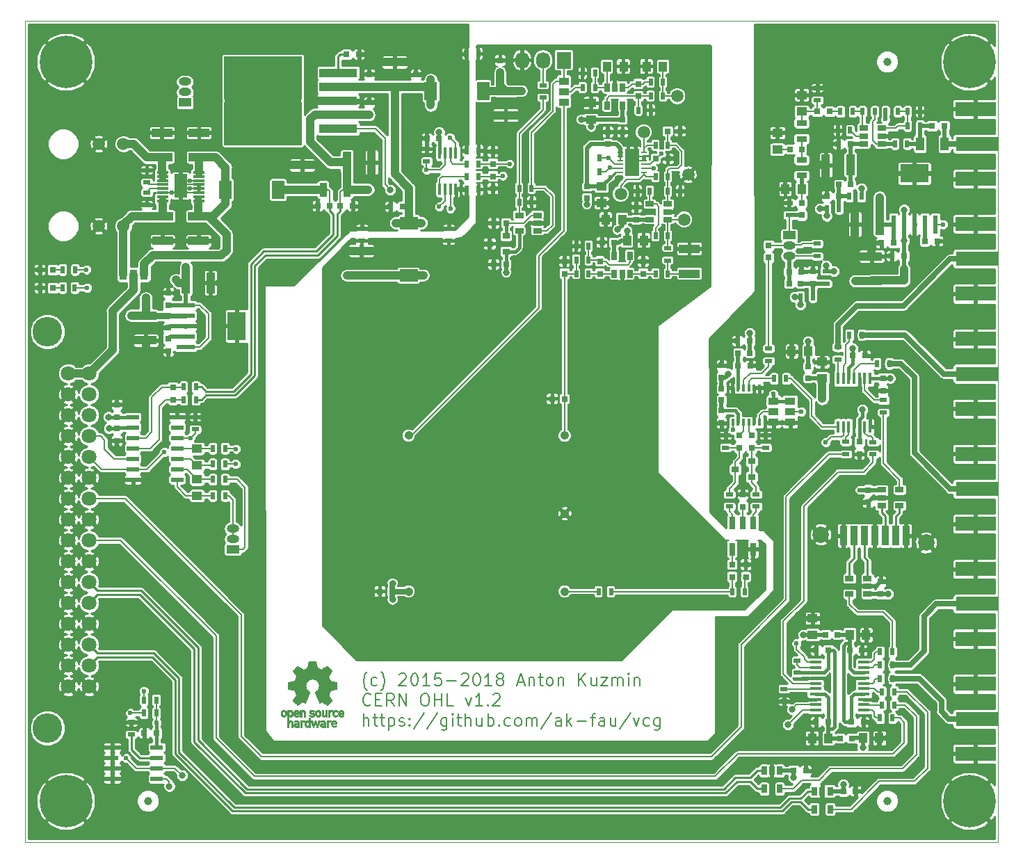
<source format=gbr>
G04 #@! TF.GenerationSoftware,KiCad,Pcbnew,5.0.1*
G04 #@! TF.CreationDate,2018-10-25T19:00:55+02:00*
G04 #@! TF.ProjectId,vcg,7663672E6B696361645F706362000000,rev?*
G04 #@! TF.SameCoordinates,Original*
G04 #@! TF.FileFunction,Copper,L1,Top,Mixed*
G04 #@! TF.FilePolarity,Positive*
%FSLAX46Y46*%
G04 Gerber Fmt 4.6, Leading zero omitted, Abs format (unit mm)*
G04 Created by KiCad (PCBNEW 5.0.1) date Thu Oct 25 19:00:55 2018*
%MOMM*%
%LPD*%
G01*
G04 APERTURE LIST*
G04 #@! TA.AperFunction,NonConductor*
%ADD10C,0.200000*%
G04 #@! TD*
G04 #@! TA.AperFunction,NonConductor*
%ADD11C,0.100000*%
G04 #@! TD*
G04 #@! TA.AperFunction,EtchedComponent*
%ADD12C,0.010000*%
G04 #@! TD*
G04 #@! TA.AperFunction,ComponentPad*
%ADD13R,1.500000X1.000000*%
G04 #@! TD*
G04 #@! TA.AperFunction,ComponentPad*
%ADD14O,1.500000X1.000000*%
G04 #@! TD*
G04 #@! TA.AperFunction,SMDPad,CuDef*
%ADD15R,2.500000X1.000000*%
G04 #@! TD*
G04 #@! TA.AperFunction,SMDPad,CuDef*
%ADD16R,1.000000X2.500000*%
G04 #@! TD*
G04 #@! TA.AperFunction,SMDPad,CuDef*
%ADD17R,1.250000X1.000000*%
G04 #@! TD*
G04 #@! TA.AperFunction,SMDPad,CuDef*
%ADD18R,1.000000X1.250000*%
G04 #@! TD*
G04 #@! TA.AperFunction,SMDPad,CuDef*
%ADD19R,1.000000X1.600000*%
G04 #@! TD*
G04 #@! TA.AperFunction,ComponentPad*
%ADD20C,0.800000*%
G04 #@! TD*
G04 #@! TA.AperFunction,SMDPad,CuDef*
%ADD21R,1.500000X2.200000*%
G04 #@! TD*
G04 #@! TA.AperFunction,SMDPad,CuDef*
%ADD22R,4.600000X1.100000*%
G04 #@! TD*
G04 #@! TA.AperFunction,SMDPad,CuDef*
%ADD23R,9.400000X10.800000*%
G04 #@! TD*
G04 #@! TA.AperFunction,SMDPad,CuDef*
%ADD24R,4.550000X5.250000*%
G04 #@! TD*
G04 #@! TA.AperFunction,SMDPad,CuDef*
%ADD25R,0.800000X0.750000*%
G04 #@! TD*
G04 #@! TA.AperFunction,SMDPad,CuDef*
%ADD26R,2.200000X1.500000*%
G04 #@! TD*
G04 #@! TA.AperFunction,SMDPad,CuDef*
%ADD27R,0.600000X2.200000*%
G04 #@! TD*
G04 #@! TA.AperFunction,SMDPad,CuDef*
%ADD28R,3.500000X2.200000*%
G04 #@! TD*
G04 #@! TA.AperFunction,SMDPad,CuDef*
%ADD29R,0.500000X0.900000*%
G04 #@! TD*
G04 #@! TA.AperFunction,SMDPad,CuDef*
%ADD30R,0.900000X0.500000*%
G04 #@! TD*
G04 #@! TA.AperFunction,ComponentPad*
%ADD31C,1.500000*%
G04 #@! TD*
G04 #@! TA.AperFunction,SMDPad,CuDef*
%ADD32R,0.900000X2.400000*%
G04 #@! TD*
G04 #@! TA.AperFunction,ComponentPad*
%ADD33C,2.000000*%
G04 #@! TD*
G04 #@! TA.AperFunction,ComponentPad*
%ADD34C,3.600000*%
G04 #@! TD*
G04 #@! TA.AperFunction,ComponentPad*
%ADD35C,1.800000*%
G04 #@! TD*
G04 #@! TA.AperFunction,SMDPad,CuDef*
%ADD36R,1.550000X0.600000*%
G04 #@! TD*
G04 #@! TA.AperFunction,SMDPad,CuDef*
%ADD37R,1.500000X0.600000*%
G04 #@! TD*
G04 #@! TA.AperFunction,SMDPad,CuDef*
%ADD38R,2.200000X0.600000*%
G04 #@! TD*
G04 #@! TA.AperFunction,SMDPad,CuDef*
%ADD39R,2.200000X3.500000*%
G04 #@! TD*
G04 #@! TA.AperFunction,SMDPad,CuDef*
%ADD40R,0.650000X1.060000*%
G04 #@! TD*
G04 #@! TA.AperFunction,SMDPad,CuDef*
%ADD41R,1.450000X0.450000*%
G04 #@! TD*
G04 #@! TA.AperFunction,SMDPad,CuDef*
%ADD42R,0.450000X1.450000*%
G04 #@! TD*
G04 #@! TA.AperFunction,SMDPad,CuDef*
%ADD43R,1.060000X0.650000*%
G04 #@! TD*
G04 #@! TA.AperFunction,SMDPad,CuDef*
%ADD44R,0.420000X0.890000*%
G04 #@! TD*
G04 #@! TA.AperFunction,SMDPad,CuDef*
%ADD45R,0.700000X0.250000*%
G04 #@! TD*
G04 #@! TA.AperFunction,SMDPad,CuDef*
%ADD46R,0.850000X0.825000*%
G04 #@! TD*
G04 #@! TA.AperFunction,SMDPad,CuDef*
%ADD47R,0.900000X0.800000*%
G04 #@! TD*
G04 #@! TA.AperFunction,SMDPad,CuDef*
%ADD48R,0.760000X1.650000*%
G04 #@! TD*
G04 #@! TA.AperFunction,SMDPad,CuDef*
%ADD49R,0.900000X1.700000*%
G04 #@! TD*
G04 #@! TA.AperFunction,ComponentPad*
%ADD50C,6.400000*%
G04 #@! TD*
G04 #@! TA.AperFunction,SMDPad,CuDef*
%ADD51R,0.700000X0.700000*%
G04 #@! TD*
G04 #@! TA.AperFunction,SMDPad,CuDef*
%ADD52R,1.300000X0.700000*%
G04 #@! TD*
G04 #@! TA.AperFunction,SMDPad,CuDef*
%ADD53R,1.270000X0.970000*%
G04 #@! TD*
G04 #@! TA.AperFunction,SMDPad,CuDef*
%ADD54R,0.970000X1.270000*%
G04 #@! TD*
G04 #@! TA.AperFunction,BGAPad,CuDef*
%ADD55C,1.000000*%
G04 #@! TD*
G04 #@! TA.AperFunction,SMDPad,CuDef*
%ADD56R,0.800000X0.800000*%
G04 #@! TD*
G04 #@! TA.AperFunction,SMDPad,CuDef*
%ADD57R,0.750000X0.800000*%
G04 #@! TD*
G04 #@! TA.AperFunction,ComponentPad*
%ADD58C,1.050000*%
G04 #@! TD*
G04 #@! TA.AperFunction,SMDPad,CuDef*
%ADD59R,1.400000X0.300000*%
G04 #@! TD*
G04 #@! TA.AperFunction,SMDPad,CuDef*
%ADD60R,1.650000X2.850000*%
G04 #@! TD*
G04 #@! TA.AperFunction,SMDPad,CuDef*
%ADD61R,4.900000X1.800000*%
G04 #@! TD*
G04 #@! TA.AperFunction,SMDPad,CuDef*
%ADD62R,5.200000X1.800000*%
G04 #@! TD*
G04 #@! TA.AperFunction,ComponentPad*
%ADD63R,1.727200X2.032000*%
G04 #@! TD*
G04 #@! TA.AperFunction,ComponentPad*
%ADD64O,1.727200X2.032000*%
G04 #@! TD*
G04 #@! TA.AperFunction,ViaPad*
%ADD65C,0.800000*%
G04 #@! TD*
G04 #@! TA.AperFunction,ViaPad*
%ADD66C,0.600000*%
G04 #@! TD*
G04 #@! TA.AperFunction,Conductor*
%ADD67C,0.500000*%
G04 #@! TD*
G04 #@! TA.AperFunction,Conductor*
%ADD68C,0.200000*%
G04 #@! TD*
G04 #@! TA.AperFunction,Conductor*
%ADD69C,1.000000*%
G04 #@! TD*
G04 #@! TA.AperFunction,Conductor*
%ADD70C,0.250000*%
G04 #@! TD*
G04 #@! TA.AperFunction,Conductor*
%ADD71C,0.400000*%
G04 #@! TD*
G04 #@! TA.AperFunction,Conductor*
%ADD72C,0.640000*%
G04 #@! TD*
G04 #@! TA.AperFunction,Conductor*
%ADD73C,0.290000*%
G04 #@! TD*
G04 #@! TA.AperFunction,Conductor*
%ADD74C,0.260000*%
G04 #@! TD*
G04 #@! TA.AperFunction,Conductor*
%ADD75C,0.800000*%
G04 #@! TD*
G04 #@! TA.AperFunction,Conductor*
%ADD76C,0.600000*%
G04 #@! TD*
G04 APERTURE END LIST*
D10*
X91665714Y-111550000D02*
X91594285Y-111478571D01*
X91451428Y-111264285D01*
X91380000Y-111121428D01*
X91308571Y-110907142D01*
X91237142Y-110550000D01*
X91237142Y-110264285D01*
X91308571Y-109907142D01*
X91380000Y-109692857D01*
X91451428Y-109550000D01*
X91594285Y-109335714D01*
X91665714Y-109264285D01*
X92880000Y-110907142D02*
X92737142Y-110978571D01*
X92451428Y-110978571D01*
X92308571Y-110907142D01*
X92237142Y-110835714D01*
X92165714Y-110692857D01*
X92165714Y-110264285D01*
X92237142Y-110121428D01*
X92308571Y-110050000D01*
X92451428Y-109978571D01*
X92737142Y-109978571D01*
X92880000Y-110050000D01*
X93380000Y-111550000D02*
X93451428Y-111478571D01*
X93594285Y-111264285D01*
X93665714Y-111121428D01*
X93737142Y-110907142D01*
X93808571Y-110550000D01*
X93808571Y-110264285D01*
X93737142Y-109907142D01*
X93665714Y-109692857D01*
X93594285Y-109550000D01*
X93451428Y-109335714D01*
X93380000Y-109264285D01*
X95594285Y-109621428D02*
X95665714Y-109550000D01*
X95808571Y-109478571D01*
X96165714Y-109478571D01*
X96308571Y-109550000D01*
X96380000Y-109621428D01*
X96451428Y-109764285D01*
X96451428Y-109907142D01*
X96380000Y-110121428D01*
X95522857Y-110978571D01*
X96451428Y-110978571D01*
X97380000Y-109478571D02*
X97522857Y-109478571D01*
X97665714Y-109550000D01*
X97737142Y-109621428D01*
X97808571Y-109764285D01*
X97880000Y-110050000D01*
X97880000Y-110407142D01*
X97808571Y-110692857D01*
X97737142Y-110835714D01*
X97665714Y-110907142D01*
X97522857Y-110978571D01*
X97380000Y-110978571D01*
X97237142Y-110907142D01*
X97165714Y-110835714D01*
X97094285Y-110692857D01*
X97022857Y-110407142D01*
X97022857Y-110050000D01*
X97094285Y-109764285D01*
X97165714Y-109621428D01*
X97237142Y-109550000D01*
X97380000Y-109478571D01*
X99308571Y-110978571D02*
X98451428Y-110978571D01*
X98880000Y-110978571D02*
X98880000Y-109478571D01*
X98737142Y-109692857D01*
X98594285Y-109835714D01*
X98451428Y-109907142D01*
X100665714Y-109478571D02*
X99951428Y-109478571D01*
X99880000Y-110192857D01*
X99951428Y-110121428D01*
X100094285Y-110050000D01*
X100451428Y-110050000D01*
X100594285Y-110121428D01*
X100665714Y-110192857D01*
X100737142Y-110335714D01*
X100737142Y-110692857D01*
X100665714Y-110835714D01*
X100594285Y-110907142D01*
X100451428Y-110978571D01*
X100094285Y-110978571D01*
X99951428Y-110907142D01*
X99880000Y-110835714D01*
X101380000Y-110407142D02*
X102522857Y-110407142D01*
X103165714Y-109621428D02*
X103237142Y-109550000D01*
X103380000Y-109478571D01*
X103737142Y-109478571D01*
X103880000Y-109550000D01*
X103951428Y-109621428D01*
X104022857Y-109764285D01*
X104022857Y-109907142D01*
X103951428Y-110121428D01*
X103094285Y-110978571D01*
X104022857Y-110978571D01*
X104951428Y-109478571D02*
X105094285Y-109478571D01*
X105237142Y-109550000D01*
X105308571Y-109621428D01*
X105380000Y-109764285D01*
X105451428Y-110050000D01*
X105451428Y-110407142D01*
X105380000Y-110692857D01*
X105308571Y-110835714D01*
X105237142Y-110907142D01*
X105094285Y-110978571D01*
X104951428Y-110978571D01*
X104808571Y-110907142D01*
X104737142Y-110835714D01*
X104665714Y-110692857D01*
X104594285Y-110407142D01*
X104594285Y-110050000D01*
X104665714Y-109764285D01*
X104737142Y-109621428D01*
X104808571Y-109550000D01*
X104951428Y-109478571D01*
X106880000Y-110978571D02*
X106022857Y-110978571D01*
X106451428Y-110978571D02*
X106451428Y-109478571D01*
X106308571Y-109692857D01*
X106165714Y-109835714D01*
X106022857Y-109907142D01*
X107737142Y-110121428D02*
X107594285Y-110050000D01*
X107522857Y-109978571D01*
X107451428Y-109835714D01*
X107451428Y-109764285D01*
X107522857Y-109621428D01*
X107594285Y-109550000D01*
X107737142Y-109478571D01*
X108022857Y-109478571D01*
X108165714Y-109550000D01*
X108237142Y-109621428D01*
X108308571Y-109764285D01*
X108308571Y-109835714D01*
X108237142Y-109978571D01*
X108165714Y-110050000D01*
X108022857Y-110121428D01*
X107737142Y-110121428D01*
X107594285Y-110192857D01*
X107522857Y-110264285D01*
X107451428Y-110407142D01*
X107451428Y-110692857D01*
X107522857Y-110835714D01*
X107594285Y-110907142D01*
X107737142Y-110978571D01*
X108022857Y-110978571D01*
X108165714Y-110907142D01*
X108237142Y-110835714D01*
X108308571Y-110692857D01*
X108308571Y-110407142D01*
X108237142Y-110264285D01*
X108165714Y-110192857D01*
X108022857Y-110121428D01*
X110022857Y-110550000D02*
X110737142Y-110550000D01*
X109880000Y-110978571D02*
X110380000Y-109478571D01*
X110880000Y-110978571D01*
X111380000Y-109978571D02*
X111380000Y-110978571D01*
X111380000Y-110121428D02*
X111451428Y-110050000D01*
X111594285Y-109978571D01*
X111808571Y-109978571D01*
X111951428Y-110050000D01*
X112022857Y-110192857D01*
X112022857Y-110978571D01*
X112522857Y-109978571D02*
X113094285Y-109978571D01*
X112737142Y-109478571D02*
X112737142Y-110764285D01*
X112808571Y-110907142D01*
X112951428Y-110978571D01*
X113094285Y-110978571D01*
X113808571Y-110978571D02*
X113665714Y-110907142D01*
X113594285Y-110835714D01*
X113522857Y-110692857D01*
X113522857Y-110264285D01*
X113594285Y-110121428D01*
X113665714Y-110050000D01*
X113808571Y-109978571D01*
X114022857Y-109978571D01*
X114165714Y-110050000D01*
X114237142Y-110121428D01*
X114308571Y-110264285D01*
X114308571Y-110692857D01*
X114237142Y-110835714D01*
X114165714Y-110907142D01*
X114022857Y-110978571D01*
X113808571Y-110978571D01*
X114951428Y-109978571D02*
X114951428Y-110978571D01*
X114951428Y-110121428D02*
X115022857Y-110050000D01*
X115165714Y-109978571D01*
X115380000Y-109978571D01*
X115522857Y-110050000D01*
X115594285Y-110192857D01*
X115594285Y-110978571D01*
X117451428Y-110978571D02*
X117451428Y-109478571D01*
X118308571Y-110978571D02*
X117665714Y-110121428D01*
X118308571Y-109478571D02*
X117451428Y-110335714D01*
X119594285Y-109978571D02*
X119594285Y-110978571D01*
X118951428Y-109978571D02*
X118951428Y-110764285D01*
X119022857Y-110907142D01*
X119165714Y-110978571D01*
X119380000Y-110978571D01*
X119522857Y-110907142D01*
X119594285Y-110835714D01*
X120165714Y-109978571D02*
X120951428Y-109978571D01*
X120165714Y-110978571D01*
X120951428Y-110978571D01*
X121522857Y-110978571D02*
X121522857Y-109978571D01*
X121522857Y-110121428D02*
X121594285Y-110050000D01*
X121737142Y-109978571D01*
X121951428Y-109978571D01*
X122094285Y-110050000D01*
X122165714Y-110192857D01*
X122165714Y-110978571D01*
X122165714Y-110192857D02*
X122237142Y-110050000D01*
X122380000Y-109978571D01*
X122594285Y-109978571D01*
X122737142Y-110050000D01*
X122808571Y-110192857D01*
X122808571Y-110978571D01*
X123522857Y-110978571D02*
X123522857Y-109978571D01*
X123522857Y-109478571D02*
X123451428Y-109550000D01*
X123522857Y-109621428D01*
X123594285Y-109550000D01*
X123522857Y-109478571D01*
X123522857Y-109621428D01*
X124237142Y-109978571D02*
X124237142Y-110978571D01*
X124237142Y-110121428D02*
X124308571Y-110050000D01*
X124451428Y-109978571D01*
X124665714Y-109978571D01*
X124808571Y-110050000D01*
X124880000Y-110192857D01*
X124880000Y-110978571D01*
X92094285Y-113285714D02*
X92022857Y-113357142D01*
X91808571Y-113428571D01*
X91665714Y-113428571D01*
X91451428Y-113357142D01*
X91308571Y-113214285D01*
X91237142Y-113071428D01*
X91165714Y-112785714D01*
X91165714Y-112571428D01*
X91237142Y-112285714D01*
X91308571Y-112142857D01*
X91451428Y-112000000D01*
X91665714Y-111928571D01*
X91808571Y-111928571D01*
X92022857Y-112000000D01*
X92094285Y-112071428D01*
X92737142Y-112642857D02*
X93237142Y-112642857D01*
X93451428Y-113428571D02*
X92737142Y-113428571D01*
X92737142Y-111928571D01*
X93451428Y-111928571D01*
X94951428Y-113428571D02*
X94451428Y-112714285D01*
X94094285Y-113428571D02*
X94094285Y-111928571D01*
X94665714Y-111928571D01*
X94808571Y-112000000D01*
X94880000Y-112071428D01*
X94951428Y-112214285D01*
X94951428Y-112428571D01*
X94880000Y-112571428D01*
X94808571Y-112642857D01*
X94665714Y-112714285D01*
X94094285Y-112714285D01*
X95594285Y-113428571D02*
X95594285Y-111928571D01*
X96451428Y-113428571D01*
X96451428Y-111928571D01*
X98594285Y-111928571D02*
X98880000Y-111928571D01*
X99022857Y-112000000D01*
X99165714Y-112142857D01*
X99237142Y-112428571D01*
X99237142Y-112928571D01*
X99165714Y-113214285D01*
X99022857Y-113357142D01*
X98880000Y-113428571D01*
X98594285Y-113428571D01*
X98451428Y-113357142D01*
X98308571Y-113214285D01*
X98237142Y-112928571D01*
X98237142Y-112428571D01*
X98308571Y-112142857D01*
X98451428Y-112000000D01*
X98594285Y-111928571D01*
X99880000Y-113428571D02*
X99880000Y-111928571D01*
X99880000Y-112642857D02*
X100737142Y-112642857D01*
X100737142Y-113428571D02*
X100737142Y-111928571D01*
X102165714Y-113428571D02*
X101451428Y-113428571D01*
X101451428Y-111928571D01*
X103665714Y-112428571D02*
X104022857Y-113428571D01*
X104380000Y-112428571D01*
X105737142Y-113428571D02*
X104880000Y-113428571D01*
X105308571Y-113428571D02*
X105308571Y-111928571D01*
X105165714Y-112142857D01*
X105022857Y-112285714D01*
X104880000Y-112357142D01*
X106380000Y-113285714D02*
X106451428Y-113357142D01*
X106380000Y-113428571D01*
X106308571Y-113357142D01*
X106380000Y-113285714D01*
X106380000Y-113428571D01*
X107022857Y-112071428D02*
X107094285Y-112000000D01*
X107237142Y-111928571D01*
X107594285Y-111928571D01*
X107737142Y-112000000D01*
X107808571Y-112071428D01*
X107880000Y-112214285D01*
X107880000Y-112357142D01*
X107808571Y-112571428D01*
X106951428Y-113428571D01*
X107880000Y-113428571D01*
X91237142Y-115878571D02*
X91237142Y-114378571D01*
X91880000Y-115878571D02*
X91880000Y-115092857D01*
X91808571Y-114950000D01*
X91665714Y-114878571D01*
X91451428Y-114878571D01*
X91308571Y-114950000D01*
X91237142Y-115021428D01*
X92380000Y-114878571D02*
X92951428Y-114878571D01*
X92594285Y-114378571D02*
X92594285Y-115664285D01*
X92665714Y-115807142D01*
X92808571Y-115878571D01*
X92951428Y-115878571D01*
X93237142Y-114878571D02*
X93808571Y-114878571D01*
X93451428Y-114378571D02*
X93451428Y-115664285D01*
X93522857Y-115807142D01*
X93665714Y-115878571D01*
X93808571Y-115878571D01*
X94308571Y-114878571D02*
X94308571Y-116378571D01*
X94308571Y-114950000D02*
X94451428Y-114878571D01*
X94737142Y-114878571D01*
X94880000Y-114950000D01*
X94951428Y-115021428D01*
X95022857Y-115164285D01*
X95022857Y-115592857D01*
X94951428Y-115735714D01*
X94880000Y-115807142D01*
X94737142Y-115878571D01*
X94451428Y-115878571D01*
X94308571Y-115807142D01*
X95594285Y-115807142D02*
X95737142Y-115878571D01*
X96022857Y-115878571D01*
X96165714Y-115807142D01*
X96237142Y-115664285D01*
X96237142Y-115592857D01*
X96165714Y-115450000D01*
X96022857Y-115378571D01*
X95808571Y-115378571D01*
X95665714Y-115307142D01*
X95594285Y-115164285D01*
X95594285Y-115092857D01*
X95665714Y-114950000D01*
X95808571Y-114878571D01*
X96022857Y-114878571D01*
X96165714Y-114950000D01*
X96880000Y-115735714D02*
X96951428Y-115807142D01*
X96880000Y-115878571D01*
X96808571Y-115807142D01*
X96880000Y-115735714D01*
X96880000Y-115878571D01*
X96880000Y-114950000D02*
X96951428Y-115021428D01*
X96880000Y-115092857D01*
X96808571Y-115021428D01*
X96880000Y-114950000D01*
X96880000Y-115092857D01*
X98665714Y-114307142D02*
X97380000Y-116235714D01*
X100237142Y-114307142D02*
X98951428Y-116235714D01*
X101380000Y-114878571D02*
X101380000Y-116092857D01*
X101308571Y-116235714D01*
X101237142Y-116307142D01*
X101094285Y-116378571D01*
X100880000Y-116378571D01*
X100737142Y-116307142D01*
X101380000Y-115807142D02*
X101237142Y-115878571D01*
X100951428Y-115878571D01*
X100808571Y-115807142D01*
X100737142Y-115735714D01*
X100665714Y-115592857D01*
X100665714Y-115164285D01*
X100737142Y-115021428D01*
X100808571Y-114950000D01*
X100951428Y-114878571D01*
X101237142Y-114878571D01*
X101380000Y-114950000D01*
X102094285Y-115878571D02*
X102094285Y-114878571D01*
X102094285Y-114378571D02*
X102022857Y-114450000D01*
X102094285Y-114521428D01*
X102165714Y-114450000D01*
X102094285Y-114378571D01*
X102094285Y-114521428D01*
X102594285Y-114878571D02*
X103165714Y-114878571D01*
X102808571Y-114378571D02*
X102808571Y-115664285D01*
X102880000Y-115807142D01*
X103022857Y-115878571D01*
X103165714Y-115878571D01*
X103665714Y-115878571D02*
X103665714Y-114378571D01*
X104308571Y-115878571D02*
X104308571Y-115092857D01*
X104237142Y-114950000D01*
X104094285Y-114878571D01*
X103880000Y-114878571D01*
X103737142Y-114950000D01*
X103665714Y-115021428D01*
X105665714Y-114878571D02*
X105665714Y-115878571D01*
X105022857Y-114878571D02*
X105022857Y-115664285D01*
X105094285Y-115807142D01*
X105237142Y-115878571D01*
X105451428Y-115878571D01*
X105594285Y-115807142D01*
X105665714Y-115735714D01*
X106380000Y-115878571D02*
X106380000Y-114378571D01*
X106380000Y-114950000D02*
X106522857Y-114878571D01*
X106808571Y-114878571D01*
X106951428Y-114950000D01*
X107022857Y-115021428D01*
X107094285Y-115164285D01*
X107094285Y-115592857D01*
X107022857Y-115735714D01*
X106951428Y-115807142D01*
X106808571Y-115878571D01*
X106522857Y-115878571D01*
X106380000Y-115807142D01*
X107737142Y-115735714D02*
X107808571Y-115807142D01*
X107737142Y-115878571D01*
X107665714Y-115807142D01*
X107737142Y-115735714D01*
X107737142Y-115878571D01*
X109094285Y-115807142D02*
X108951428Y-115878571D01*
X108665714Y-115878571D01*
X108522857Y-115807142D01*
X108451428Y-115735714D01*
X108380000Y-115592857D01*
X108380000Y-115164285D01*
X108451428Y-115021428D01*
X108522857Y-114950000D01*
X108665714Y-114878571D01*
X108951428Y-114878571D01*
X109094285Y-114950000D01*
X109951428Y-115878571D02*
X109808571Y-115807142D01*
X109737142Y-115735714D01*
X109665714Y-115592857D01*
X109665714Y-115164285D01*
X109737142Y-115021428D01*
X109808571Y-114950000D01*
X109951428Y-114878571D01*
X110165714Y-114878571D01*
X110308571Y-114950000D01*
X110380000Y-115021428D01*
X110451428Y-115164285D01*
X110451428Y-115592857D01*
X110380000Y-115735714D01*
X110308571Y-115807142D01*
X110165714Y-115878571D01*
X109951428Y-115878571D01*
X111094285Y-115878571D02*
X111094285Y-114878571D01*
X111094285Y-115021428D02*
X111165714Y-114950000D01*
X111308571Y-114878571D01*
X111522857Y-114878571D01*
X111665714Y-114950000D01*
X111737142Y-115092857D01*
X111737142Y-115878571D01*
X111737142Y-115092857D02*
X111808571Y-114950000D01*
X111951428Y-114878571D01*
X112165714Y-114878571D01*
X112308571Y-114950000D01*
X112380000Y-115092857D01*
X112380000Y-115878571D01*
X114165714Y-114307142D02*
X112880000Y-116235714D01*
X115308571Y-115878571D02*
X115308571Y-115092857D01*
X115237142Y-114950000D01*
X115094285Y-114878571D01*
X114808571Y-114878571D01*
X114665714Y-114950000D01*
X115308571Y-115807142D02*
X115165714Y-115878571D01*
X114808571Y-115878571D01*
X114665714Y-115807142D01*
X114594285Y-115664285D01*
X114594285Y-115521428D01*
X114665714Y-115378571D01*
X114808571Y-115307142D01*
X115165714Y-115307142D01*
X115308571Y-115235714D01*
X116022857Y-115878571D02*
X116022857Y-114378571D01*
X116165714Y-115307142D02*
X116594285Y-115878571D01*
X116594285Y-114878571D02*
X116022857Y-115450000D01*
X117237142Y-115307142D02*
X118380000Y-115307142D01*
X118880000Y-114878571D02*
X119451428Y-114878571D01*
X119094285Y-115878571D02*
X119094285Y-114592857D01*
X119165714Y-114450000D01*
X119308571Y-114378571D01*
X119451428Y-114378571D01*
X120594285Y-115878571D02*
X120594285Y-115092857D01*
X120522857Y-114950000D01*
X120380000Y-114878571D01*
X120094285Y-114878571D01*
X119951428Y-114950000D01*
X120594285Y-115807142D02*
X120451428Y-115878571D01*
X120094285Y-115878571D01*
X119951428Y-115807142D01*
X119880000Y-115664285D01*
X119880000Y-115521428D01*
X119951428Y-115378571D01*
X120094285Y-115307142D01*
X120451428Y-115307142D01*
X120594285Y-115235714D01*
X121951428Y-114878571D02*
X121951428Y-115878571D01*
X121308571Y-114878571D02*
X121308571Y-115664285D01*
X121380000Y-115807142D01*
X121522857Y-115878571D01*
X121737142Y-115878571D01*
X121880000Y-115807142D01*
X121951428Y-115735714D01*
X123737142Y-114307142D02*
X122451428Y-116235714D01*
X124094285Y-114878571D02*
X124451428Y-115878571D01*
X124808571Y-114878571D01*
X126022857Y-115807142D02*
X125880000Y-115878571D01*
X125594285Y-115878571D01*
X125451428Y-115807142D01*
X125380000Y-115735714D01*
X125308571Y-115592857D01*
X125308571Y-115164285D01*
X125380000Y-115021428D01*
X125451428Y-114950000D01*
X125594285Y-114878571D01*
X125880000Y-114878571D01*
X126022857Y-114950000D01*
X127308571Y-114878571D02*
X127308571Y-116092857D01*
X127237142Y-116235714D01*
X127165714Y-116307142D01*
X127022857Y-116378571D01*
X126808571Y-116378571D01*
X126665714Y-116307142D01*
X127308571Y-115807142D02*
X127165714Y-115878571D01*
X126880000Y-115878571D01*
X126737142Y-115807142D01*
X126665714Y-115735714D01*
X126594285Y-115592857D01*
X126594285Y-115164285D01*
X126665714Y-115021428D01*
X126737142Y-114950000D01*
X126880000Y-114878571D01*
X127165714Y-114878571D01*
X127308571Y-114950000D01*
D11*
X168500000Y-30000000D02*
X168500000Y-130000000D01*
X50000000Y-30000000D02*
X168500000Y-30000000D01*
X50000000Y-30000000D02*
X50000000Y-130000000D01*
X50000000Y-130000000D02*
X168500000Y-130000000D01*
D12*
G04 #@! TO.C,REF\002A\002A\002A*
G36*
X82463360Y-113952468D02*
X82498592Y-113969874D01*
X82542040Y-114000206D01*
X82573706Y-114033283D01*
X82595394Y-114074817D01*
X82608903Y-114130522D01*
X82616038Y-114206111D01*
X82618600Y-114307296D01*
X82618750Y-114350797D01*
X82618312Y-114446135D01*
X82616496Y-114514271D01*
X82612545Y-114561418D01*
X82605702Y-114593790D01*
X82595211Y-114617600D01*
X82584296Y-114633843D01*
X82514619Y-114702952D01*
X82432566Y-114744521D01*
X82344050Y-114757023D01*
X82254981Y-114738934D01*
X82226763Y-114726142D01*
X82159210Y-114690931D01*
X82159210Y-115242700D01*
X82208512Y-115217205D01*
X82273473Y-115197480D01*
X82353320Y-115192427D01*
X82433052Y-115201756D01*
X82493265Y-115222714D01*
X82543208Y-115262627D01*
X82585881Y-115319741D01*
X82589090Y-115325605D01*
X82602622Y-115353227D01*
X82612505Y-115381068D01*
X82619309Y-115414794D01*
X82623601Y-115460071D01*
X82625951Y-115522562D01*
X82626928Y-115607935D01*
X82627105Y-115704010D01*
X82627105Y-116010526D01*
X82443289Y-116010526D01*
X82443289Y-115445339D01*
X82391875Y-115402077D01*
X82338466Y-115367472D01*
X82287888Y-115361180D01*
X82237030Y-115377372D01*
X82209925Y-115393227D01*
X82189751Y-115415810D01*
X82175403Y-115449940D01*
X82165776Y-115500434D01*
X82159763Y-115572111D01*
X82156260Y-115669788D01*
X82155026Y-115734802D01*
X82150855Y-116002171D01*
X82063125Y-116007222D01*
X81975394Y-116012273D01*
X81975394Y-114353101D01*
X82159210Y-114353101D01*
X82163896Y-114445600D01*
X82179688Y-114509809D01*
X82209183Y-114549759D01*
X82254980Y-114569480D01*
X82301250Y-114573421D01*
X82353628Y-114568892D01*
X82388390Y-114551069D01*
X82410128Y-114527519D01*
X82427240Y-114502189D01*
X82437427Y-114473969D01*
X82441960Y-114434431D01*
X82442109Y-114375142D01*
X82440584Y-114325498D01*
X82437081Y-114250710D01*
X82431867Y-114201611D01*
X82423087Y-114170467D01*
X82408886Y-114149545D01*
X82395484Y-114137452D01*
X82339487Y-114111081D01*
X82273211Y-114106822D01*
X82235156Y-114115906D01*
X82197477Y-114148196D01*
X82172519Y-114211006D01*
X82160422Y-114303894D01*
X82159210Y-114353101D01*
X81975394Y-114353101D01*
X81975394Y-113938421D01*
X82067302Y-113938421D01*
X82122483Y-113940603D01*
X82150952Y-113948351D01*
X82159206Y-113963468D01*
X82159210Y-113963916D01*
X82163040Y-113978720D01*
X82179933Y-113977039D01*
X82213519Y-113960772D01*
X82291778Y-113935887D01*
X82379827Y-113933271D01*
X82463360Y-113952468D01*
X82463360Y-113952468D01*
G37*
X82463360Y-113952468D02*
X82498592Y-113969874D01*
X82542040Y-114000206D01*
X82573706Y-114033283D01*
X82595394Y-114074817D01*
X82608903Y-114130522D01*
X82616038Y-114206111D01*
X82618600Y-114307296D01*
X82618750Y-114350797D01*
X82618312Y-114446135D01*
X82616496Y-114514271D01*
X82612545Y-114561418D01*
X82605702Y-114593790D01*
X82595211Y-114617600D01*
X82584296Y-114633843D01*
X82514619Y-114702952D01*
X82432566Y-114744521D01*
X82344050Y-114757023D01*
X82254981Y-114738934D01*
X82226763Y-114726142D01*
X82159210Y-114690931D01*
X82159210Y-115242700D01*
X82208512Y-115217205D01*
X82273473Y-115197480D01*
X82353320Y-115192427D01*
X82433052Y-115201756D01*
X82493265Y-115222714D01*
X82543208Y-115262627D01*
X82585881Y-115319741D01*
X82589090Y-115325605D01*
X82602622Y-115353227D01*
X82612505Y-115381068D01*
X82619309Y-115414794D01*
X82623601Y-115460071D01*
X82625951Y-115522562D01*
X82626928Y-115607935D01*
X82627105Y-115704010D01*
X82627105Y-116010526D01*
X82443289Y-116010526D01*
X82443289Y-115445339D01*
X82391875Y-115402077D01*
X82338466Y-115367472D01*
X82287888Y-115361180D01*
X82237030Y-115377372D01*
X82209925Y-115393227D01*
X82189751Y-115415810D01*
X82175403Y-115449940D01*
X82165776Y-115500434D01*
X82159763Y-115572111D01*
X82156260Y-115669788D01*
X82155026Y-115734802D01*
X82150855Y-116002171D01*
X82063125Y-116007222D01*
X81975394Y-116012273D01*
X81975394Y-114353101D01*
X82159210Y-114353101D01*
X82163896Y-114445600D01*
X82179688Y-114509809D01*
X82209183Y-114549759D01*
X82254980Y-114569480D01*
X82301250Y-114573421D01*
X82353628Y-114568892D01*
X82388390Y-114551069D01*
X82410128Y-114527519D01*
X82427240Y-114502189D01*
X82437427Y-114473969D01*
X82441960Y-114434431D01*
X82442109Y-114375142D01*
X82440584Y-114325498D01*
X82437081Y-114250710D01*
X82431867Y-114201611D01*
X82423087Y-114170467D01*
X82408886Y-114149545D01*
X82395484Y-114137452D01*
X82339487Y-114111081D01*
X82273211Y-114106822D01*
X82235156Y-114115906D01*
X82197477Y-114148196D01*
X82172519Y-114211006D01*
X82160422Y-114303894D01*
X82159210Y-114353101D01*
X81975394Y-114353101D01*
X81975394Y-113938421D01*
X82067302Y-113938421D01*
X82122483Y-113940603D01*
X82150952Y-113948351D01*
X82159206Y-113963468D01*
X82159210Y-113963916D01*
X82163040Y-113978720D01*
X82179933Y-113977039D01*
X82213519Y-113960772D01*
X82291778Y-113935887D01*
X82379827Y-113933271D01*
X82463360Y-113952468D01*
G36*
X83160457Y-115198184D02*
X83239070Y-115219160D01*
X83298916Y-115257180D01*
X83341147Y-115306978D01*
X83354275Y-115328230D01*
X83363968Y-115350492D01*
X83370744Y-115378970D01*
X83375123Y-115418871D01*
X83377624Y-115475401D01*
X83378768Y-115553767D01*
X83379072Y-115659176D01*
X83379078Y-115687142D01*
X83379078Y-116010526D01*
X83298868Y-116010526D01*
X83247706Y-116006943D01*
X83209877Y-115997866D01*
X83200399Y-115992268D01*
X83174488Y-115982606D01*
X83148024Y-115992268D01*
X83104452Y-116004330D01*
X83041160Y-116009185D01*
X82971010Y-116007078D01*
X82906860Y-115998256D01*
X82869407Y-115986937D01*
X82796933Y-115940412D01*
X82751640Y-115875846D01*
X82731278Y-115790000D01*
X82731088Y-115787796D01*
X82732875Y-115749713D01*
X82894473Y-115749713D01*
X82908601Y-115793030D01*
X82931612Y-115817408D01*
X82977804Y-115835845D01*
X83038775Y-115843205D01*
X83100949Y-115839583D01*
X83150751Y-115825074D01*
X83164703Y-115815765D01*
X83189085Y-115772753D01*
X83195263Y-115723857D01*
X83195263Y-115659605D01*
X83102818Y-115659605D01*
X83014995Y-115666366D01*
X82948418Y-115685520D01*
X82907002Y-115715376D01*
X82894473Y-115749713D01*
X82732875Y-115749713D01*
X82735490Y-115694004D01*
X82766424Y-115619847D01*
X82824581Y-115563767D01*
X82832620Y-115558665D01*
X82867163Y-115542055D01*
X82909918Y-115531996D01*
X82969686Y-115527107D01*
X83040690Y-115525983D01*
X83195263Y-115525921D01*
X83195263Y-115461125D01*
X83188706Y-115410850D01*
X83171975Y-115377169D01*
X83170016Y-115375376D01*
X83132783Y-115360642D01*
X83076580Y-115354931D01*
X83014467Y-115357737D01*
X82959510Y-115368556D01*
X82926899Y-115384782D01*
X82909228Y-115397780D01*
X82890569Y-115400262D01*
X82864819Y-115389613D01*
X82825873Y-115363218D01*
X82767630Y-115318465D01*
X82762284Y-115314273D01*
X82765023Y-115298760D01*
X82787876Y-115272960D01*
X82822609Y-115244289D01*
X82860990Y-115220166D01*
X82873048Y-115214470D01*
X82917034Y-115203103D01*
X82981487Y-115194995D01*
X83053497Y-115191743D01*
X83056864Y-115191736D01*
X83160457Y-115198184D01*
X83160457Y-115198184D01*
G37*
X83160457Y-115198184D02*
X83239070Y-115219160D01*
X83298916Y-115257180D01*
X83341147Y-115306978D01*
X83354275Y-115328230D01*
X83363968Y-115350492D01*
X83370744Y-115378970D01*
X83375123Y-115418871D01*
X83377624Y-115475401D01*
X83378768Y-115553767D01*
X83379072Y-115659176D01*
X83379078Y-115687142D01*
X83379078Y-116010526D01*
X83298868Y-116010526D01*
X83247706Y-116006943D01*
X83209877Y-115997866D01*
X83200399Y-115992268D01*
X83174488Y-115982606D01*
X83148024Y-115992268D01*
X83104452Y-116004330D01*
X83041160Y-116009185D01*
X82971010Y-116007078D01*
X82906860Y-115998256D01*
X82869407Y-115986937D01*
X82796933Y-115940412D01*
X82751640Y-115875846D01*
X82731278Y-115790000D01*
X82731088Y-115787796D01*
X82732875Y-115749713D01*
X82894473Y-115749713D01*
X82908601Y-115793030D01*
X82931612Y-115817408D01*
X82977804Y-115835845D01*
X83038775Y-115843205D01*
X83100949Y-115839583D01*
X83150751Y-115825074D01*
X83164703Y-115815765D01*
X83189085Y-115772753D01*
X83195263Y-115723857D01*
X83195263Y-115659605D01*
X83102818Y-115659605D01*
X83014995Y-115666366D01*
X82948418Y-115685520D01*
X82907002Y-115715376D01*
X82894473Y-115749713D01*
X82732875Y-115749713D01*
X82735490Y-115694004D01*
X82766424Y-115619847D01*
X82824581Y-115563767D01*
X82832620Y-115558665D01*
X82867163Y-115542055D01*
X82909918Y-115531996D01*
X82969686Y-115527107D01*
X83040690Y-115525983D01*
X83195263Y-115525921D01*
X83195263Y-115461125D01*
X83188706Y-115410850D01*
X83171975Y-115377169D01*
X83170016Y-115375376D01*
X83132783Y-115360642D01*
X83076580Y-115354931D01*
X83014467Y-115357737D01*
X82959510Y-115368556D01*
X82926899Y-115384782D01*
X82909228Y-115397780D01*
X82890569Y-115400262D01*
X82864819Y-115389613D01*
X82825873Y-115363218D01*
X82767630Y-115318465D01*
X82762284Y-115314273D01*
X82765023Y-115298760D01*
X82787876Y-115272960D01*
X82822609Y-115244289D01*
X82860990Y-115220166D01*
X82873048Y-115214470D01*
X82917034Y-115203103D01*
X82981487Y-115194995D01*
X83053497Y-115191743D01*
X83056864Y-115191736D01*
X83160457Y-115198184D01*
G36*
X83679881Y-115193486D02*
X83704888Y-115200982D01*
X83712950Y-115217451D01*
X83713289Y-115224886D01*
X83714736Y-115245594D01*
X83724698Y-115248845D01*
X83751612Y-115234648D01*
X83767598Y-115224948D01*
X83818033Y-115204175D01*
X83878272Y-115193904D01*
X83941434Y-115193114D01*
X84000637Y-115200786D01*
X84049002Y-115215898D01*
X84079646Y-115237432D01*
X84085689Y-115264366D01*
X84082639Y-115271660D01*
X84060406Y-115301937D01*
X84025930Y-115339175D01*
X84019694Y-115345195D01*
X83986833Y-115372875D01*
X83958480Y-115381818D01*
X83918827Y-115375576D01*
X83902942Y-115371429D01*
X83853509Y-115361467D01*
X83818752Y-115365947D01*
X83789400Y-115381746D01*
X83762513Y-115402949D01*
X83742710Y-115429614D01*
X83728948Y-115466827D01*
X83720184Y-115519673D01*
X83715374Y-115593237D01*
X83713474Y-115692605D01*
X83713289Y-115752601D01*
X83713289Y-116010526D01*
X83546184Y-116010526D01*
X83546184Y-115191710D01*
X83629736Y-115191710D01*
X83679881Y-115193486D01*
X83679881Y-115193486D01*
G37*
X83679881Y-115193486D02*
X83704888Y-115200982D01*
X83712950Y-115217451D01*
X83713289Y-115224886D01*
X83714736Y-115245594D01*
X83724698Y-115248845D01*
X83751612Y-115234648D01*
X83767598Y-115224948D01*
X83818033Y-115204175D01*
X83878272Y-115193904D01*
X83941434Y-115193114D01*
X84000637Y-115200786D01*
X84049002Y-115215898D01*
X84079646Y-115237432D01*
X84085689Y-115264366D01*
X84082639Y-115271660D01*
X84060406Y-115301937D01*
X84025930Y-115339175D01*
X84019694Y-115345195D01*
X83986833Y-115372875D01*
X83958480Y-115381818D01*
X83918827Y-115375576D01*
X83902942Y-115371429D01*
X83853509Y-115361467D01*
X83818752Y-115365947D01*
X83789400Y-115381746D01*
X83762513Y-115402949D01*
X83742710Y-115429614D01*
X83728948Y-115466827D01*
X83720184Y-115519673D01*
X83715374Y-115593237D01*
X83713474Y-115692605D01*
X83713289Y-115752601D01*
X83713289Y-116010526D01*
X83546184Y-116010526D01*
X83546184Y-115191710D01*
X83629736Y-115191710D01*
X83679881Y-115193486D01*
G36*
X84732631Y-116010526D02*
X84640723Y-116010526D01*
X84587377Y-116008962D01*
X84559593Y-116002485D01*
X84549590Y-115988418D01*
X84548815Y-115978906D01*
X84547128Y-115959832D01*
X84536490Y-115956174D01*
X84508535Y-115967932D01*
X84486795Y-115978906D01*
X84403332Y-116004911D01*
X84312604Y-116006416D01*
X84238842Y-115987021D01*
X84170154Y-115940165D01*
X84117794Y-115871004D01*
X84089122Y-115789427D01*
X84088392Y-115784866D01*
X84084132Y-115735101D01*
X84082014Y-115663659D01*
X84082184Y-115609626D01*
X84264720Y-115609626D01*
X84268949Y-115681441D01*
X84278568Y-115740634D01*
X84291590Y-115774060D01*
X84340856Y-115819740D01*
X84399350Y-115836115D01*
X84459671Y-115822873D01*
X84511217Y-115783373D01*
X84530738Y-115756807D01*
X84542152Y-115725106D01*
X84547498Y-115678832D01*
X84548815Y-115609328D01*
X84546458Y-115540499D01*
X84540233Y-115480026D01*
X84531408Y-115439556D01*
X84529937Y-115435929D01*
X84494347Y-115392802D01*
X84442400Y-115369124D01*
X84384278Y-115365301D01*
X84330160Y-115381738D01*
X84290226Y-115418840D01*
X84286083Y-115426222D01*
X84273116Y-115471239D01*
X84266052Y-115535967D01*
X84264720Y-115609626D01*
X84082184Y-115609626D01*
X84082271Y-115582230D01*
X84083472Y-115538405D01*
X84091645Y-115429988D01*
X84108630Y-115348588D01*
X84136887Y-115288412D01*
X84178872Y-115243666D01*
X84219632Y-115217400D01*
X84276581Y-115198935D01*
X84347411Y-115192602D01*
X84419941Y-115197760D01*
X84481986Y-115213769D01*
X84514768Y-115232920D01*
X84548815Y-115263732D01*
X84548815Y-114874210D01*
X84732631Y-114874210D01*
X84732631Y-116010526D01*
X84732631Y-116010526D01*
G37*
X84732631Y-116010526D02*
X84640723Y-116010526D01*
X84587377Y-116008962D01*
X84559593Y-116002485D01*
X84549590Y-115988418D01*
X84548815Y-115978906D01*
X84547128Y-115959832D01*
X84536490Y-115956174D01*
X84508535Y-115967932D01*
X84486795Y-115978906D01*
X84403332Y-116004911D01*
X84312604Y-116006416D01*
X84238842Y-115987021D01*
X84170154Y-115940165D01*
X84117794Y-115871004D01*
X84089122Y-115789427D01*
X84088392Y-115784866D01*
X84084132Y-115735101D01*
X84082014Y-115663659D01*
X84082184Y-115609626D01*
X84264720Y-115609626D01*
X84268949Y-115681441D01*
X84278568Y-115740634D01*
X84291590Y-115774060D01*
X84340856Y-115819740D01*
X84399350Y-115836115D01*
X84459671Y-115822873D01*
X84511217Y-115783373D01*
X84530738Y-115756807D01*
X84542152Y-115725106D01*
X84547498Y-115678832D01*
X84548815Y-115609328D01*
X84546458Y-115540499D01*
X84540233Y-115480026D01*
X84531408Y-115439556D01*
X84529937Y-115435929D01*
X84494347Y-115392802D01*
X84442400Y-115369124D01*
X84384278Y-115365301D01*
X84330160Y-115381738D01*
X84290226Y-115418840D01*
X84286083Y-115426222D01*
X84273116Y-115471239D01*
X84266052Y-115535967D01*
X84264720Y-115609626D01*
X84082184Y-115609626D01*
X84082271Y-115582230D01*
X84083472Y-115538405D01*
X84091645Y-115429988D01*
X84108630Y-115348588D01*
X84136887Y-115288412D01*
X84178872Y-115243666D01*
X84219632Y-115217400D01*
X84276581Y-115198935D01*
X84347411Y-115192602D01*
X84419941Y-115197760D01*
X84481986Y-115213769D01*
X84514768Y-115232920D01*
X84548815Y-115263732D01*
X84548815Y-114874210D01*
X84732631Y-114874210D01*
X84732631Y-116010526D01*
G36*
X85374130Y-115195104D02*
X85440220Y-115200066D01*
X85526626Y-115459079D01*
X85613031Y-115718092D01*
X85640124Y-115626184D01*
X85656428Y-115569384D01*
X85677875Y-115492625D01*
X85701035Y-115408251D01*
X85713280Y-115362993D01*
X85759344Y-115191710D01*
X85949387Y-115191710D01*
X85892582Y-115371349D01*
X85864607Y-115459704D01*
X85830813Y-115566281D01*
X85795520Y-115677454D01*
X85764013Y-115776579D01*
X85692250Y-116002171D01*
X85537286Y-116012253D01*
X85495270Y-115873528D01*
X85469359Y-115787351D01*
X85441083Y-115692347D01*
X85416369Y-115608441D01*
X85415394Y-115605102D01*
X85396935Y-115548248D01*
X85380649Y-115509456D01*
X85369242Y-115494787D01*
X85366898Y-115496483D01*
X85358671Y-115519225D01*
X85343038Y-115567940D01*
X85321904Y-115636502D01*
X85297170Y-115718785D01*
X85283787Y-115764046D01*
X85211311Y-116010526D01*
X85057495Y-116010526D01*
X84934531Y-115622006D01*
X84899988Y-115513022D01*
X84868521Y-115414048D01*
X84841616Y-115329736D01*
X84820759Y-115264734D01*
X84807438Y-115223692D01*
X84803388Y-115211701D01*
X84806594Y-115199423D01*
X84831765Y-115194046D01*
X84884146Y-115194584D01*
X84892345Y-115194990D01*
X84989482Y-115200066D01*
X85053100Y-115434013D01*
X85076484Y-115519333D01*
X85097381Y-115594335D01*
X85113951Y-115652507D01*
X85124354Y-115687337D01*
X85126276Y-115693016D01*
X85134241Y-115686486D01*
X85150304Y-115652654D01*
X85172621Y-115596127D01*
X85199345Y-115521510D01*
X85221937Y-115454107D01*
X85308041Y-115190143D01*
X85374130Y-115195104D01*
X85374130Y-115195104D01*
G37*
X85374130Y-115195104D02*
X85440220Y-115200066D01*
X85526626Y-115459079D01*
X85613031Y-115718092D01*
X85640124Y-115626184D01*
X85656428Y-115569384D01*
X85677875Y-115492625D01*
X85701035Y-115408251D01*
X85713280Y-115362993D01*
X85759344Y-115191710D01*
X85949387Y-115191710D01*
X85892582Y-115371349D01*
X85864607Y-115459704D01*
X85830813Y-115566281D01*
X85795520Y-115677454D01*
X85764013Y-115776579D01*
X85692250Y-116002171D01*
X85537286Y-116012253D01*
X85495270Y-115873528D01*
X85469359Y-115787351D01*
X85441083Y-115692347D01*
X85416369Y-115608441D01*
X85415394Y-115605102D01*
X85396935Y-115548248D01*
X85380649Y-115509456D01*
X85369242Y-115494787D01*
X85366898Y-115496483D01*
X85358671Y-115519225D01*
X85343038Y-115567940D01*
X85321904Y-115636502D01*
X85297170Y-115718785D01*
X85283787Y-115764046D01*
X85211311Y-116010526D01*
X85057495Y-116010526D01*
X84934531Y-115622006D01*
X84899988Y-115513022D01*
X84868521Y-115414048D01*
X84841616Y-115329736D01*
X84820759Y-115264734D01*
X84807438Y-115223692D01*
X84803388Y-115211701D01*
X84806594Y-115199423D01*
X84831765Y-115194046D01*
X84884146Y-115194584D01*
X84892345Y-115194990D01*
X84989482Y-115200066D01*
X85053100Y-115434013D01*
X85076484Y-115519333D01*
X85097381Y-115594335D01*
X85113951Y-115652507D01*
X85124354Y-115687337D01*
X85126276Y-115693016D01*
X85134241Y-115686486D01*
X85150304Y-115652654D01*
X85172621Y-115596127D01*
X85199345Y-115521510D01*
X85221937Y-115454107D01*
X85308041Y-115190143D01*
X85374130Y-115195104D01*
G36*
X86379992Y-115196673D02*
X86450427Y-115213780D01*
X86470787Y-115222844D01*
X86510253Y-115246583D01*
X86540541Y-115273321D01*
X86562952Y-115307699D01*
X86578786Y-115354360D01*
X86589343Y-115417946D01*
X86595924Y-115503099D01*
X86599828Y-115614462D01*
X86601310Y-115688849D01*
X86606765Y-116010526D01*
X86513580Y-116010526D01*
X86457047Y-116008156D01*
X86427922Y-116000055D01*
X86420394Y-115986451D01*
X86416420Y-115971741D01*
X86398652Y-115974554D01*
X86374440Y-115986348D01*
X86313828Y-116004427D01*
X86235929Y-116009299D01*
X86153995Y-116001330D01*
X86081281Y-115980889D01*
X86074759Y-115978051D01*
X86008302Y-115931365D01*
X85964491Y-115866464D01*
X85944332Y-115790600D01*
X85945872Y-115763344D01*
X86110345Y-115763344D01*
X86124837Y-115800024D01*
X86167805Y-115826309D01*
X86237129Y-115840417D01*
X86274177Y-115842290D01*
X86335919Y-115837494D01*
X86376960Y-115818858D01*
X86386973Y-115810000D01*
X86414100Y-115761806D01*
X86420394Y-115718092D01*
X86420394Y-115659605D01*
X86338930Y-115659605D01*
X86244234Y-115664432D01*
X86177813Y-115679613D01*
X86135846Y-115706200D01*
X86126449Y-115718052D01*
X86110345Y-115763344D01*
X85945872Y-115763344D01*
X85948829Y-115711026D01*
X85978985Y-115634995D01*
X86020131Y-115583612D01*
X86045052Y-115561397D01*
X86069448Y-115546798D01*
X86101191Y-115537897D01*
X86148152Y-115532775D01*
X86218204Y-115529515D01*
X86245990Y-115528577D01*
X86420394Y-115522879D01*
X86420138Y-115470091D01*
X86413384Y-115414603D01*
X86388964Y-115381052D01*
X86339630Y-115359618D01*
X86338306Y-115359236D01*
X86268360Y-115350808D01*
X86199914Y-115361816D01*
X86149047Y-115388585D01*
X86128637Y-115401803D01*
X86106654Y-115399974D01*
X86072826Y-115380824D01*
X86052961Y-115367308D01*
X86014106Y-115338432D01*
X85990038Y-115316786D01*
X85986176Y-115310589D01*
X86002079Y-115278519D01*
X86049065Y-115240219D01*
X86069473Y-115227297D01*
X86128143Y-115205041D01*
X86207212Y-115192432D01*
X86295041Y-115189600D01*
X86379992Y-115196673D01*
X86379992Y-115196673D01*
G37*
X86379992Y-115196673D02*
X86450427Y-115213780D01*
X86470787Y-115222844D01*
X86510253Y-115246583D01*
X86540541Y-115273321D01*
X86562952Y-115307699D01*
X86578786Y-115354360D01*
X86589343Y-115417946D01*
X86595924Y-115503099D01*
X86599828Y-115614462D01*
X86601310Y-115688849D01*
X86606765Y-116010526D01*
X86513580Y-116010526D01*
X86457047Y-116008156D01*
X86427922Y-116000055D01*
X86420394Y-115986451D01*
X86416420Y-115971741D01*
X86398652Y-115974554D01*
X86374440Y-115986348D01*
X86313828Y-116004427D01*
X86235929Y-116009299D01*
X86153995Y-116001330D01*
X86081281Y-115980889D01*
X86074759Y-115978051D01*
X86008302Y-115931365D01*
X85964491Y-115866464D01*
X85944332Y-115790600D01*
X85945872Y-115763344D01*
X86110345Y-115763344D01*
X86124837Y-115800024D01*
X86167805Y-115826309D01*
X86237129Y-115840417D01*
X86274177Y-115842290D01*
X86335919Y-115837494D01*
X86376960Y-115818858D01*
X86386973Y-115810000D01*
X86414100Y-115761806D01*
X86420394Y-115718092D01*
X86420394Y-115659605D01*
X86338930Y-115659605D01*
X86244234Y-115664432D01*
X86177813Y-115679613D01*
X86135846Y-115706200D01*
X86126449Y-115718052D01*
X86110345Y-115763344D01*
X85945872Y-115763344D01*
X85948829Y-115711026D01*
X85978985Y-115634995D01*
X86020131Y-115583612D01*
X86045052Y-115561397D01*
X86069448Y-115546798D01*
X86101191Y-115537897D01*
X86148152Y-115532775D01*
X86218204Y-115529515D01*
X86245990Y-115528577D01*
X86420394Y-115522879D01*
X86420138Y-115470091D01*
X86413384Y-115414603D01*
X86388964Y-115381052D01*
X86339630Y-115359618D01*
X86338306Y-115359236D01*
X86268360Y-115350808D01*
X86199914Y-115361816D01*
X86149047Y-115388585D01*
X86128637Y-115401803D01*
X86106654Y-115399974D01*
X86072826Y-115380824D01*
X86052961Y-115367308D01*
X86014106Y-115338432D01*
X85990038Y-115316786D01*
X85986176Y-115310589D01*
X86002079Y-115278519D01*
X86049065Y-115240219D01*
X86069473Y-115227297D01*
X86128143Y-115205041D01*
X86207212Y-115192432D01*
X86295041Y-115189600D01*
X86379992Y-115196673D01*
G36*
X87173167Y-115191447D02*
X87237408Y-115204112D01*
X87273980Y-115222864D01*
X87312453Y-115254017D01*
X87257717Y-115323127D01*
X87223969Y-115364979D01*
X87201053Y-115385398D01*
X87178279Y-115388517D01*
X87144956Y-115378472D01*
X87129314Y-115372789D01*
X87065542Y-115364404D01*
X87007140Y-115382378D01*
X86964264Y-115422982D01*
X86957299Y-115435929D01*
X86949713Y-115470224D01*
X86943859Y-115533427D01*
X86940011Y-115621060D01*
X86938443Y-115728640D01*
X86938421Y-115743944D01*
X86938421Y-116010526D01*
X86754605Y-116010526D01*
X86754605Y-115191710D01*
X86846513Y-115191710D01*
X86899507Y-115193094D01*
X86927115Y-115199252D01*
X86937324Y-115213194D01*
X86938421Y-115226344D01*
X86938421Y-115260978D01*
X86982450Y-115226344D01*
X87032937Y-115202716D01*
X87100760Y-115191033D01*
X87173167Y-115191447D01*
X87173167Y-115191447D01*
G37*
X87173167Y-115191447D02*
X87237408Y-115204112D01*
X87273980Y-115222864D01*
X87312453Y-115254017D01*
X87257717Y-115323127D01*
X87223969Y-115364979D01*
X87201053Y-115385398D01*
X87178279Y-115388517D01*
X87144956Y-115378472D01*
X87129314Y-115372789D01*
X87065542Y-115364404D01*
X87007140Y-115382378D01*
X86964264Y-115422982D01*
X86957299Y-115435929D01*
X86949713Y-115470224D01*
X86943859Y-115533427D01*
X86940011Y-115621060D01*
X86938443Y-115728640D01*
X86938421Y-115743944D01*
X86938421Y-116010526D01*
X86754605Y-116010526D01*
X86754605Y-115191710D01*
X86846513Y-115191710D01*
X86899507Y-115193094D01*
X86927115Y-115199252D01*
X86937324Y-115213194D01*
X86938421Y-115226344D01*
X86938421Y-115260978D01*
X86982450Y-115226344D01*
X87032937Y-115202716D01*
X87100760Y-115191033D01*
X87173167Y-115191447D01*
G36*
X87701193Y-115196078D02*
X87781068Y-115216845D01*
X87847962Y-115259705D01*
X87880351Y-115291723D01*
X87933445Y-115367413D01*
X87963873Y-115455216D01*
X87974327Y-115563150D01*
X87974380Y-115571875D01*
X87974473Y-115659605D01*
X87469534Y-115659605D01*
X87480298Y-115705559D01*
X87499732Y-115747178D01*
X87533745Y-115790544D01*
X87540860Y-115797467D01*
X87602003Y-115834935D01*
X87671729Y-115841289D01*
X87751987Y-115816638D01*
X87765592Y-115810000D01*
X87807319Y-115789819D01*
X87835268Y-115778321D01*
X87840145Y-115777258D01*
X87857168Y-115787583D01*
X87889633Y-115812845D01*
X87906114Y-115826650D01*
X87940264Y-115858361D01*
X87951478Y-115879299D01*
X87943695Y-115898560D01*
X87939535Y-115903827D01*
X87911357Y-115926878D01*
X87864862Y-115954892D01*
X87832434Y-115971246D01*
X87740385Y-116000059D01*
X87638476Y-116009395D01*
X87541963Y-115998332D01*
X87514934Y-115990412D01*
X87431276Y-115945581D01*
X87369266Y-115876598D01*
X87328545Y-115782794D01*
X87308755Y-115663498D01*
X87306582Y-115601118D01*
X87312926Y-115510298D01*
X87473157Y-115510298D01*
X87488655Y-115517012D01*
X87530312Y-115522280D01*
X87590876Y-115525389D01*
X87631907Y-115525921D01*
X87705711Y-115525408D01*
X87752293Y-115523006D01*
X87777848Y-115517422D01*
X87788569Y-115507361D01*
X87790657Y-115492763D01*
X87776331Y-115447796D01*
X87740262Y-115403353D01*
X87692815Y-115369242D01*
X87645349Y-115355288D01*
X87580879Y-115367666D01*
X87525070Y-115403452D01*
X87486374Y-115455033D01*
X87473157Y-115510298D01*
X87312926Y-115510298D01*
X87315821Y-115468866D01*
X87344336Y-115363498D01*
X87392729Y-115284178D01*
X87461604Y-115230071D01*
X87551565Y-115200343D01*
X87600300Y-115194618D01*
X87701193Y-115196078D01*
X87701193Y-115196078D01*
G37*
X87701193Y-115196078D02*
X87781068Y-115216845D01*
X87847962Y-115259705D01*
X87880351Y-115291723D01*
X87933445Y-115367413D01*
X87963873Y-115455216D01*
X87974327Y-115563150D01*
X87974380Y-115571875D01*
X87974473Y-115659605D01*
X87469534Y-115659605D01*
X87480298Y-115705559D01*
X87499732Y-115747178D01*
X87533745Y-115790544D01*
X87540860Y-115797467D01*
X87602003Y-115834935D01*
X87671729Y-115841289D01*
X87751987Y-115816638D01*
X87765592Y-115810000D01*
X87807319Y-115789819D01*
X87835268Y-115778321D01*
X87840145Y-115777258D01*
X87857168Y-115787583D01*
X87889633Y-115812845D01*
X87906114Y-115826650D01*
X87940264Y-115858361D01*
X87951478Y-115879299D01*
X87943695Y-115898560D01*
X87939535Y-115903827D01*
X87911357Y-115926878D01*
X87864862Y-115954892D01*
X87832434Y-115971246D01*
X87740385Y-116000059D01*
X87638476Y-116009395D01*
X87541963Y-115998332D01*
X87514934Y-115990412D01*
X87431276Y-115945581D01*
X87369266Y-115876598D01*
X87328545Y-115782794D01*
X87308755Y-115663498D01*
X87306582Y-115601118D01*
X87312926Y-115510298D01*
X87473157Y-115510298D01*
X87488655Y-115517012D01*
X87530312Y-115522280D01*
X87590876Y-115525389D01*
X87631907Y-115525921D01*
X87705711Y-115525408D01*
X87752293Y-115523006D01*
X87777848Y-115517422D01*
X87788569Y-115507361D01*
X87790657Y-115492763D01*
X87776331Y-115447796D01*
X87740262Y-115403353D01*
X87692815Y-115369242D01*
X87645349Y-115355288D01*
X87580879Y-115367666D01*
X87525070Y-115403452D01*
X87486374Y-115455033D01*
X87473157Y-115510298D01*
X87312926Y-115510298D01*
X87315821Y-115468866D01*
X87344336Y-115363498D01*
X87392729Y-115284178D01*
X87461604Y-115230071D01*
X87551565Y-115200343D01*
X87600300Y-115194618D01*
X87701193Y-115196078D01*
G36*
X81626784Y-113947104D02*
X81714205Y-113985754D01*
X81780570Y-114050290D01*
X81825976Y-114140812D01*
X81850518Y-114257418D01*
X81852277Y-114275624D01*
X81853656Y-114403984D01*
X81835784Y-114516496D01*
X81799750Y-114607688D01*
X81780455Y-114637022D01*
X81713245Y-114699106D01*
X81627650Y-114739316D01*
X81531890Y-114756003D01*
X81434187Y-114747517D01*
X81359917Y-114721380D01*
X81296047Y-114677335D01*
X81243846Y-114619587D01*
X81242943Y-114618236D01*
X81221744Y-114582593D01*
X81207967Y-114546752D01*
X81199624Y-114501519D01*
X81194727Y-114437701D01*
X81192569Y-114385368D01*
X81191671Y-114337910D01*
X81358743Y-114337910D01*
X81360376Y-114385154D01*
X81366304Y-114448046D01*
X81376761Y-114488407D01*
X81395619Y-114517122D01*
X81413281Y-114533896D01*
X81475894Y-114569016D01*
X81541408Y-114573710D01*
X81602421Y-114548440D01*
X81632928Y-114520124D01*
X81654911Y-114491589D01*
X81667769Y-114464284D01*
X81673412Y-114428750D01*
X81673751Y-114375524D01*
X81672012Y-114326506D01*
X81668271Y-114256482D01*
X81662341Y-114211064D01*
X81651653Y-114181440D01*
X81633639Y-114158797D01*
X81619363Y-114145855D01*
X81559651Y-114111860D01*
X81495234Y-114110165D01*
X81441219Y-114130301D01*
X81395140Y-114172352D01*
X81367689Y-114241428D01*
X81358743Y-114337910D01*
X81191671Y-114337910D01*
X81190599Y-114281299D01*
X81193964Y-114203468D01*
X81204045Y-114144930D01*
X81222226Y-114098737D01*
X81249890Y-114057942D01*
X81260146Y-114045828D01*
X81324278Y-113985474D01*
X81393066Y-113950220D01*
X81477189Y-113935450D01*
X81518209Y-113934243D01*
X81626784Y-113947104D01*
X81626784Y-113947104D01*
G37*
X81626784Y-113947104D02*
X81714205Y-113985754D01*
X81780570Y-114050290D01*
X81825976Y-114140812D01*
X81850518Y-114257418D01*
X81852277Y-114275624D01*
X81853656Y-114403984D01*
X81835784Y-114516496D01*
X81799750Y-114607688D01*
X81780455Y-114637022D01*
X81713245Y-114699106D01*
X81627650Y-114739316D01*
X81531890Y-114756003D01*
X81434187Y-114747517D01*
X81359917Y-114721380D01*
X81296047Y-114677335D01*
X81243846Y-114619587D01*
X81242943Y-114618236D01*
X81221744Y-114582593D01*
X81207967Y-114546752D01*
X81199624Y-114501519D01*
X81194727Y-114437701D01*
X81192569Y-114385368D01*
X81191671Y-114337910D01*
X81358743Y-114337910D01*
X81360376Y-114385154D01*
X81366304Y-114448046D01*
X81376761Y-114488407D01*
X81395619Y-114517122D01*
X81413281Y-114533896D01*
X81475894Y-114569016D01*
X81541408Y-114573710D01*
X81602421Y-114548440D01*
X81632928Y-114520124D01*
X81654911Y-114491589D01*
X81667769Y-114464284D01*
X81673412Y-114428750D01*
X81673751Y-114375524D01*
X81672012Y-114326506D01*
X81668271Y-114256482D01*
X81662341Y-114211064D01*
X81651653Y-114181440D01*
X81633639Y-114158797D01*
X81619363Y-114145855D01*
X81559651Y-114111860D01*
X81495234Y-114110165D01*
X81441219Y-114130301D01*
X81395140Y-114172352D01*
X81367689Y-114241428D01*
X81358743Y-114337910D01*
X81191671Y-114337910D01*
X81190599Y-114281299D01*
X81193964Y-114203468D01*
X81204045Y-114144930D01*
X81222226Y-114098737D01*
X81249890Y-114057942D01*
X81260146Y-114045828D01*
X81324278Y-113985474D01*
X81393066Y-113950220D01*
X81477189Y-113935450D01*
X81518209Y-113934243D01*
X81626784Y-113947104D01*
G36*
X83197018Y-113957027D02*
X83213670Y-113964866D01*
X83271305Y-114007086D01*
X83325805Y-114068700D01*
X83366499Y-114136543D01*
X83378074Y-114167734D01*
X83388634Y-114223449D01*
X83394931Y-114290781D01*
X83395696Y-114318585D01*
X83395789Y-114406316D01*
X82890850Y-114406316D01*
X82901613Y-114452270D01*
X82928033Y-114506620D01*
X82974222Y-114553591D01*
X83029172Y-114583848D01*
X83064189Y-114590131D01*
X83111677Y-114582506D01*
X83168335Y-114563383D01*
X83187582Y-114554584D01*
X83258759Y-114519036D01*
X83319502Y-114565367D01*
X83354552Y-114596703D01*
X83373202Y-114622567D01*
X83374147Y-114630158D01*
X83357485Y-114648556D01*
X83320970Y-114676515D01*
X83287828Y-114698327D01*
X83198393Y-114737537D01*
X83098129Y-114755285D01*
X82998754Y-114750670D01*
X82919539Y-114726551D01*
X82837880Y-114674884D01*
X82779849Y-114606856D01*
X82743546Y-114518843D01*
X82727072Y-114407216D01*
X82725611Y-114356138D01*
X82731457Y-114239091D01*
X82732175Y-114235686D01*
X82899489Y-114235686D01*
X82904097Y-114246662D01*
X82923036Y-114252715D01*
X82962098Y-114255310D01*
X83027077Y-114255910D01*
X83052097Y-114255921D01*
X83128221Y-114255014D01*
X83176496Y-114251720D01*
X83202460Y-114245181D01*
X83211648Y-114234537D01*
X83211973Y-114231119D01*
X83201487Y-114203956D01*
X83175242Y-114165903D01*
X83163959Y-114152579D01*
X83122072Y-114114896D01*
X83078409Y-114100080D01*
X83054885Y-114098842D01*
X82991243Y-114114329D01*
X82937873Y-114155930D01*
X82904019Y-114216353D01*
X82903419Y-114218322D01*
X82899489Y-114235686D01*
X82732175Y-114235686D01*
X82750899Y-114146928D01*
X82785922Y-114073190D01*
X82828756Y-114020848D01*
X82907948Y-113964092D01*
X83001040Y-113933762D01*
X83100055Y-113931021D01*
X83197018Y-113957027D01*
X83197018Y-113957027D01*
G37*
X83197018Y-113957027D02*
X83213670Y-113964866D01*
X83271305Y-114007086D01*
X83325805Y-114068700D01*
X83366499Y-114136543D01*
X83378074Y-114167734D01*
X83388634Y-114223449D01*
X83394931Y-114290781D01*
X83395696Y-114318585D01*
X83395789Y-114406316D01*
X82890850Y-114406316D01*
X82901613Y-114452270D01*
X82928033Y-114506620D01*
X82974222Y-114553591D01*
X83029172Y-114583848D01*
X83064189Y-114590131D01*
X83111677Y-114582506D01*
X83168335Y-114563383D01*
X83187582Y-114554584D01*
X83258759Y-114519036D01*
X83319502Y-114565367D01*
X83354552Y-114596703D01*
X83373202Y-114622567D01*
X83374147Y-114630158D01*
X83357485Y-114648556D01*
X83320970Y-114676515D01*
X83287828Y-114698327D01*
X83198393Y-114737537D01*
X83098129Y-114755285D01*
X82998754Y-114750670D01*
X82919539Y-114726551D01*
X82837880Y-114674884D01*
X82779849Y-114606856D01*
X82743546Y-114518843D01*
X82727072Y-114407216D01*
X82725611Y-114356138D01*
X82731457Y-114239091D01*
X82732175Y-114235686D01*
X82899489Y-114235686D01*
X82904097Y-114246662D01*
X82923036Y-114252715D01*
X82962098Y-114255310D01*
X83027077Y-114255910D01*
X83052097Y-114255921D01*
X83128221Y-114255014D01*
X83176496Y-114251720D01*
X83202460Y-114245181D01*
X83211648Y-114234537D01*
X83211973Y-114231119D01*
X83201487Y-114203956D01*
X83175242Y-114165903D01*
X83163959Y-114152579D01*
X83122072Y-114114896D01*
X83078409Y-114100080D01*
X83054885Y-114098842D01*
X82991243Y-114114329D01*
X82937873Y-114155930D01*
X82904019Y-114216353D01*
X82903419Y-114218322D01*
X82899489Y-114235686D01*
X82732175Y-114235686D01*
X82750899Y-114146928D01*
X82785922Y-114073190D01*
X82828756Y-114020848D01*
X82907948Y-113964092D01*
X83001040Y-113933762D01*
X83100055Y-113931021D01*
X83197018Y-113957027D01*
G36*
X85018628Y-113935547D02*
X85081908Y-113947548D01*
X85147557Y-113972648D01*
X85154572Y-113975848D01*
X85204356Y-114002026D01*
X85238834Y-114026353D01*
X85249978Y-114041937D01*
X85239366Y-114067353D01*
X85213588Y-114104853D01*
X85202146Y-114118852D01*
X85154992Y-114173954D01*
X85094201Y-114138086D01*
X85036347Y-114114192D01*
X84969500Y-114101420D01*
X84905394Y-114100613D01*
X84855764Y-114112615D01*
X84843854Y-114120105D01*
X84821172Y-114154450D01*
X84818416Y-114194013D01*
X84835388Y-114224920D01*
X84845427Y-114230913D01*
X84875510Y-114238357D01*
X84928389Y-114247106D01*
X84993575Y-114255467D01*
X85005600Y-114256778D01*
X85110297Y-114274888D01*
X85186232Y-114305651D01*
X85236592Y-114351907D01*
X85264564Y-114416497D01*
X85273278Y-114495387D01*
X85261240Y-114585065D01*
X85222151Y-114655486D01*
X85155855Y-114706777D01*
X85062194Y-114739067D01*
X84958223Y-114751807D01*
X84873438Y-114751654D01*
X84804665Y-114740083D01*
X84757697Y-114724109D01*
X84698350Y-114696275D01*
X84643506Y-114663973D01*
X84624013Y-114649755D01*
X84573881Y-114608835D01*
X84694803Y-114486477D01*
X84763543Y-114531967D01*
X84832488Y-114566133D01*
X84906111Y-114584004D01*
X84976883Y-114585889D01*
X85037274Y-114572101D01*
X85079757Y-114542949D01*
X85093474Y-114518352D01*
X85091417Y-114478904D01*
X85057330Y-114448737D01*
X84991308Y-114427906D01*
X84918974Y-114418279D01*
X84807652Y-114399910D01*
X84724952Y-114365254D01*
X84669765Y-114313297D01*
X84640988Y-114243023D01*
X84637001Y-114159707D01*
X84656693Y-114072681D01*
X84701589Y-114006902D01*
X84772091Y-113962068D01*
X84868601Y-113937879D01*
X84940100Y-113933137D01*
X85018628Y-113935547D01*
X85018628Y-113935547D01*
G37*
X85018628Y-113935547D02*
X85081908Y-113947548D01*
X85147557Y-113972648D01*
X85154572Y-113975848D01*
X85204356Y-114002026D01*
X85238834Y-114026353D01*
X85249978Y-114041937D01*
X85239366Y-114067353D01*
X85213588Y-114104853D01*
X85202146Y-114118852D01*
X85154992Y-114173954D01*
X85094201Y-114138086D01*
X85036347Y-114114192D01*
X84969500Y-114101420D01*
X84905394Y-114100613D01*
X84855764Y-114112615D01*
X84843854Y-114120105D01*
X84821172Y-114154450D01*
X84818416Y-114194013D01*
X84835388Y-114224920D01*
X84845427Y-114230913D01*
X84875510Y-114238357D01*
X84928389Y-114247106D01*
X84993575Y-114255467D01*
X85005600Y-114256778D01*
X85110297Y-114274888D01*
X85186232Y-114305651D01*
X85236592Y-114351907D01*
X85264564Y-114416497D01*
X85273278Y-114495387D01*
X85261240Y-114585065D01*
X85222151Y-114655486D01*
X85155855Y-114706777D01*
X85062194Y-114739067D01*
X84958223Y-114751807D01*
X84873438Y-114751654D01*
X84804665Y-114740083D01*
X84757697Y-114724109D01*
X84698350Y-114696275D01*
X84643506Y-114663973D01*
X84624013Y-114649755D01*
X84573881Y-114608835D01*
X84694803Y-114486477D01*
X84763543Y-114531967D01*
X84832488Y-114566133D01*
X84906111Y-114584004D01*
X84976883Y-114585889D01*
X85037274Y-114572101D01*
X85079757Y-114542949D01*
X85093474Y-114518352D01*
X85091417Y-114478904D01*
X85057330Y-114448737D01*
X84991308Y-114427906D01*
X84918974Y-114418279D01*
X84807652Y-114399910D01*
X84724952Y-114365254D01*
X84669765Y-114313297D01*
X84640988Y-114243023D01*
X84637001Y-114159707D01*
X84656693Y-114072681D01*
X84701589Y-114006902D01*
X84772091Y-113962068D01*
X84868601Y-113937879D01*
X84940100Y-113933137D01*
X85018628Y-113935547D01*
G36*
X85811669Y-113948310D02*
X85896192Y-113994340D01*
X85962321Y-114067006D01*
X85993478Y-114126106D01*
X86006855Y-114178305D01*
X86015522Y-114252719D01*
X86019237Y-114338442D01*
X86017754Y-114424569D01*
X86010831Y-114500193D01*
X86002745Y-114540584D01*
X85975465Y-114595840D01*
X85928220Y-114654530D01*
X85871282Y-114705852D01*
X85814924Y-114739005D01*
X85813550Y-114739531D01*
X85743616Y-114754018D01*
X85660737Y-114754377D01*
X85581977Y-114741188D01*
X85551566Y-114730617D01*
X85473239Y-114686201D01*
X85417143Y-114628007D01*
X85380286Y-114550965D01*
X85359680Y-114450001D01*
X85355018Y-114397116D01*
X85355613Y-114330663D01*
X85534736Y-114330663D01*
X85540770Y-114427630D01*
X85558138Y-114501523D01*
X85585740Y-114548736D01*
X85605404Y-114562237D01*
X85655787Y-114571651D01*
X85715673Y-114568864D01*
X85767449Y-114555316D01*
X85781027Y-114547862D01*
X85816849Y-114504451D01*
X85840493Y-114438014D01*
X85850558Y-114357161D01*
X85845642Y-114270502D01*
X85834655Y-114218349D01*
X85803109Y-114157951D01*
X85753311Y-114120197D01*
X85693337Y-114107143D01*
X85631264Y-114120849D01*
X85583582Y-114154372D01*
X85558525Y-114182031D01*
X85543900Y-114209294D01*
X85536929Y-114246190D01*
X85534833Y-114302750D01*
X85534736Y-114330663D01*
X85355613Y-114330663D01*
X85356282Y-114255994D01*
X85379265Y-114140271D01*
X85423972Y-114049941D01*
X85490405Y-113985000D01*
X85578565Y-113945445D01*
X85597495Y-113940858D01*
X85711266Y-113930090D01*
X85811669Y-113948310D01*
X85811669Y-113948310D01*
G37*
X85811669Y-113948310D02*
X85896192Y-113994340D01*
X85962321Y-114067006D01*
X85993478Y-114126106D01*
X86006855Y-114178305D01*
X86015522Y-114252719D01*
X86019237Y-114338442D01*
X86017754Y-114424569D01*
X86010831Y-114500193D01*
X86002745Y-114540584D01*
X85975465Y-114595840D01*
X85928220Y-114654530D01*
X85871282Y-114705852D01*
X85814924Y-114739005D01*
X85813550Y-114739531D01*
X85743616Y-114754018D01*
X85660737Y-114754377D01*
X85581977Y-114741188D01*
X85551566Y-114730617D01*
X85473239Y-114686201D01*
X85417143Y-114628007D01*
X85380286Y-114550965D01*
X85359680Y-114450001D01*
X85355018Y-114397116D01*
X85355613Y-114330663D01*
X85534736Y-114330663D01*
X85540770Y-114427630D01*
X85558138Y-114501523D01*
X85585740Y-114548736D01*
X85605404Y-114562237D01*
X85655787Y-114571651D01*
X85715673Y-114568864D01*
X85767449Y-114555316D01*
X85781027Y-114547862D01*
X85816849Y-114504451D01*
X85840493Y-114438014D01*
X85850558Y-114357161D01*
X85845642Y-114270502D01*
X85834655Y-114218349D01*
X85803109Y-114157951D01*
X85753311Y-114120197D01*
X85693337Y-114107143D01*
X85631264Y-114120849D01*
X85583582Y-114154372D01*
X85558525Y-114182031D01*
X85543900Y-114209294D01*
X85536929Y-114246190D01*
X85534833Y-114302750D01*
X85534736Y-114330663D01*
X85355613Y-114330663D01*
X85356282Y-114255994D01*
X85379265Y-114140271D01*
X85423972Y-114049941D01*
X85490405Y-113985000D01*
X85578565Y-113945445D01*
X85597495Y-113940858D01*
X85711266Y-113930090D01*
X85811669Y-113948310D01*
G36*
X86320131Y-114198533D02*
X86321710Y-114321089D01*
X86327481Y-114414179D01*
X86338991Y-114481651D01*
X86357790Y-114527355D01*
X86385426Y-114555139D01*
X86423448Y-114568854D01*
X86470526Y-114572358D01*
X86519832Y-114568432D01*
X86557283Y-114554089D01*
X86584428Y-114525478D01*
X86602815Y-114478751D01*
X86613993Y-114410058D01*
X86619511Y-114315550D01*
X86620921Y-114198533D01*
X86620921Y-113938421D01*
X86804736Y-113938421D01*
X86804736Y-114740526D01*
X86712828Y-114740526D01*
X86657422Y-114738281D01*
X86628891Y-114730396D01*
X86620921Y-114715428D01*
X86616120Y-114702097D01*
X86597014Y-114704917D01*
X86558504Y-114723783D01*
X86470239Y-114752887D01*
X86376623Y-114750825D01*
X86286921Y-114719221D01*
X86244204Y-114694257D01*
X86211621Y-114667226D01*
X86187817Y-114633405D01*
X86171439Y-114588068D01*
X86161131Y-114526489D01*
X86155541Y-114443943D01*
X86153312Y-114335705D01*
X86153026Y-114252004D01*
X86153026Y-113938421D01*
X86320131Y-113938421D01*
X86320131Y-114198533D01*
X86320131Y-114198533D01*
G37*
X86320131Y-114198533D02*
X86321710Y-114321089D01*
X86327481Y-114414179D01*
X86338991Y-114481651D01*
X86357790Y-114527355D01*
X86385426Y-114555139D01*
X86423448Y-114568854D01*
X86470526Y-114572358D01*
X86519832Y-114568432D01*
X86557283Y-114554089D01*
X86584428Y-114525478D01*
X86602815Y-114478751D01*
X86613993Y-114410058D01*
X86619511Y-114315550D01*
X86620921Y-114198533D01*
X86620921Y-113938421D01*
X86804736Y-113938421D01*
X86804736Y-114740526D01*
X86712828Y-114740526D01*
X86657422Y-114738281D01*
X86628891Y-114730396D01*
X86620921Y-114715428D01*
X86616120Y-114702097D01*
X86597014Y-114704917D01*
X86558504Y-114723783D01*
X86470239Y-114752887D01*
X86376623Y-114750825D01*
X86286921Y-114719221D01*
X86244204Y-114694257D01*
X86211621Y-114667226D01*
X86187817Y-114633405D01*
X86171439Y-114588068D01*
X86161131Y-114526489D01*
X86155541Y-114443943D01*
X86153312Y-114335705D01*
X86153026Y-114252004D01*
X86153026Y-113938421D01*
X86320131Y-113938421D01*
X86320131Y-114198533D01*
G36*
X87946576Y-113945419D02*
X88043395Y-113986549D01*
X88073890Y-114006571D01*
X88112865Y-114037340D01*
X88137331Y-114061533D01*
X88141578Y-114069413D01*
X88129584Y-114086899D01*
X88098887Y-114116570D01*
X88074312Y-114137279D01*
X88007046Y-114191336D01*
X87953930Y-114146642D01*
X87912884Y-114117789D01*
X87872863Y-114107829D01*
X87827059Y-114110261D01*
X87754324Y-114128345D01*
X87704256Y-114165881D01*
X87673829Y-114226562D01*
X87660017Y-114314081D01*
X87660013Y-114314136D01*
X87661208Y-114411958D01*
X87679772Y-114483730D01*
X87716804Y-114532595D01*
X87742050Y-114549143D01*
X87809097Y-114569749D01*
X87880709Y-114569762D01*
X87943015Y-114549768D01*
X87957763Y-114540000D01*
X87994750Y-114515047D01*
X88023668Y-114510958D01*
X88054856Y-114529530D01*
X88089336Y-114562887D01*
X88143912Y-114619196D01*
X88083318Y-114669142D01*
X87989698Y-114725513D01*
X87884125Y-114753293D01*
X87773798Y-114751282D01*
X87701343Y-114732862D01*
X87616656Y-114687310D01*
X87548927Y-114615650D01*
X87518157Y-114565066D01*
X87493236Y-114492488D01*
X87480766Y-114400569D01*
X87480670Y-114300948D01*
X87492870Y-114205267D01*
X87517290Y-114125169D01*
X87521136Y-114116956D01*
X87578093Y-114036413D01*
X87655209Y-113977771D01*
X87746390Y-113942247D01*
X87845543Y-113931057D01*
X87946576Y-113945419D01*
X87946576Y-113945419D01*
G37*
X87946576Y-113945419D02*
X88043395Y-113986549D01*
X88073890Y-114006571D01*
X88112865Y-114037340D01*
X88137331Y-114061533D01*
X88141578Y-114069413D01*
X88129584Y-114086899D01*
X88098887Y-114116570D01*
X88074312Y-114137279D01*
X88007046Y-114191336D01*
X87953930Y-114146642D01*
X87912884Y-114117789D01*
X87872863Y-114107829D01*
X87827059Y-114110261D01*
X87754324Y-114128345D01*
X87704256Y-114165881D01*
X87673829Y-114226562D01*
X87660017Y-114314081D01*
X87660013Y-114314136D01*
X87661208Y-114411958D01*
X87679772Y-114483730D01*
X87716804Y-114532595D01*
X87742050Y-114549143D01*
X87809097Y-114569749D01*
X87880709Y-114569762D01*
X87943015Y-114549768D01*
X87957763Y-114540000D01*
X87994750Y-114515047D01*
X88023668Y-114510958D01*
X88054856Y-114529530D01*
X88089336Y-114562887D01*
X88143912Y-114619196D01*
X88083318Y-114669142D01*
X87989698Y-114725513D01*
X87884125Y-114753293D01*
X87773798Y-114751282D01*
X87701343Y-114732862D01*
X87616656Y-114687310D01*
X87548927Y-114615650D01*
X87518157Y-114565066D01*
X87493236Y-114492488D01*
X87480766Y-114400569D01*
X87480670Y-114300948D01*
X87492870Y-114205267D01*
X87517290Y-114125169D01*
X87521136Y-114116956D01*
X87578093Y-114036413D01*
X87655209Y-113977771D01*
X87746390Y-113942247D01*
X87845543Y-113931057D01*
X87946576Y-113945419D01*
G36*
X88558784Y-113935554D02*
X88601574Y-113945949D01*
X88683609Y-113984013D01*
X88753757Y-114042149D01*
X88802305Y-114111852D01*
X88808975Y-114127502D01*
X88818124Y-114168496D01*
X88824529Y-114229138D01*
X88826710Y-114290430D01*
X88826710Y-114406316D01*
X88584407Y-114406316D01*
X88484471Y-114406693D01*
X88414069Y-114408987D01*
X88369313Y-114414938D01*
X88346315Y-114426285D01*
X88341189Y-114444771D01*
X88350048Y-114472136D01*
X88365917Y-114504155D01*
X88410184Y-114557592D01*
X88471699Y-114584215D01*
X88546885Y-114583347D01*
X88632053Y-114554371D01*
X88705659Y-114518611D01*
X88766734Y-114566904D01*
X88827810Y-114615197D01*
X88770351Y-114668285D01*
X88693641Y-114718445D01*
X88599302Y-114748688D01*
X88497827Y-114757151D01*
X88399711Y-114741974D01*
X88383881Y-114736824D01*
X88297647Y-114691791D01*
X88233501Y-114624652D01*
X88190091Y-114533405D01*
X88166064Y-114416044D01*
X88165784Y-114413529D01*
X88163633Y-114285627D01*
X88172329Y-114239997D01*
X88342105Y-114239997D01*
X88357697Y-114247013D01*
X88400029Y-114252388D01*
X88462434Y-114255457D01*
X88501981Y-114255921D01*
X88575728Y-114255630D01*
X88621840Y-114253783D01*
X88646100Y-114248912D01*
X88654294Y-114239555D01*
X88652206Y-114224245D01*
X88650455Y-114218322D01*
X88620560Y-114162668D01*
X88573542Y-114117815D01*
X88532049Y-114098105D01*
X88476926Y-114099295D01*
X88421068Y-114123875D01*
X88374212Y-114164570D01*
X88346094Y-114214108D01*
X88342105Y-114239997D01*
X88172329Y-114239997D01*
X88185074Y-114173133D01*
X88227611Y-114078727D01*
X88288747Y-114005088D01*
X88365985Y-113954893D01*
X88456830Y-113930822D01*
X88558784Y-113935554D01*
X88558784Y-113935554D01*
G37*
X88558784Y-113935554D02*
X88601574Y-113945949D01*
X88683609Y-113984013D01*
X88753757Y-114042149D01*
X88802305Y-114111852D01*
X88808975Y-114127502D01*
X88818124Y-114168496D01*
X88824529Y-114229138D01*
X88826710Y-114290430D01*
X88826710Y-114406316D01*
X88584407Y-114406316D01*
X88484471Y-114406693D01*
X88414069Y-114408987D01*
X88369313Y-114414938D01*
X88346315Y-114426285D01*
X88341189Y-114444771D01*
X88350048Y-114472136D01*
X88365917Y-114504155D01*
X88410184Y-114557592D01*
X88471699Y-114584215D01*
X88546885Y-114583347D01*
X88632053Y-114554371D01*
X88705659Y-114518611D01*
X88766734Y-114566904D01*
X88827810Y-114615197D01*
X88770351Y-114668285D01*
X88693641Y-114718445D01*
X88599302Y-114748688D01*
X88497827Y-114757151D01*
X88399711Y-114741974D01*
X88383881Y-114736824D01*
X88297647Y-114691791D01*
X88233501Y-114624652D01*
X88190091Y-114533405D01*
X88166064Y-114416044D01*
X88165784Y-114413529D01*
X88163633Y-114285627D01*
X88172329Y-114239997D01*
X88342105Y-114239997D01*
X88357697Y-114247013D01*
X88400029Y-114252388D01*
X88462434Y-114255457D01*
X88501981Y-114255921D01*
X88575728Y-114255630D01*
X88621840Y-114253783D01*
X88646100Y-114248912D01*
X88654294Y-114239555D01*
X88652206Y-114224245D01*
X88650455Y-114218322D01*
X88620560Y-114162668D01*
X88573542Y-114117815D01*
X88532049Y-114098105D01*
X88476926Y-114099295D01*
X88421068Y-114123875D01*
X88374212Y-114164570D01*
X88346094Y-114214108D01*
X88342105Y-114239997D01*
X88172329Y-114239997D01*
X88185074Y-114173133D01*
X88227611Y-114078727D01*
X88288747Y-114005088D01*
X88365985Y-113954893D01*
X88456830Y-113930822D01*
X88558784Y-113935554D01*
G36*
X83997957Y-113952226D02*
X84039546Y-113972090D01*
X84079825Y-114000784D01*
X84110510Y-114033809D01*
X84132861Y-114075931D01*
X84148136Y-114131915D01*
X84157592Y-114206528D01*
X84162487Y-114304535D01*
X84164081Y-114430702D01*
X84164106Y-114443914D01*
X84164473Y-114740526D01*
X83980657Y-114740526D01*
X83980657Y-114467081D01*
X83980527Y-114365777D01*
X83979621Y-114292353D01*
X83977173Y-114241271D01*
X83972414Y-114206990D01*
X83964574Y-114183971D01*
X83952885Y-114166673D01*
X83936602Y-114149581D01*
X83879634Y-114112857D01*
X83817445Y-114106042D01*
X83758199Y-114129261D01*
X83737595Y-114146543D01*
X83722470Y-114162791D01*
X83711610Y-114180191D01*
X83704310Y-114204212D01*
X83699863Y-114240322D01*
X83697564Y-114293988D01*
X83696704Y-114370680D01*
X83696578Y-114464043D01*
X83696578Y-114740526D01*
X83512763Y-114740526D01*
X83512763Y-113938421D01*
X83604671Y-113938421D01*
X83659851Y-113940603D01*
X83688320Y-113948351D01*
X83696575Y-113963468D01*
X83696578Y-113963916D01*
X83700408Y-113978720D01*
X83717301Y-113977040D01*
X83750888Y-113960773D01*
X83827063Y-113936840D01*
X83914200Y-113934178D01*
X83997957Y-113952226D01*
X83997957Y-113952226D01*
G37*
X83997957Y-113952226D02*
X84039546Y-113972090D01*
X84079825Y-114000784D01*
X84110510Y-114033809D01*
X84132861Y-114075931D01*
X84148136Y-114131915D01*
X84157592Y-114206528D01*
X84162487Y-114304535D01*
X84164081Y-114430702D01*
X84164106Y-114443914D01*
X84164473Y-114740526D01*
X83980657Y-114740526D01*
X83980657Y-114467081D01*
X83980527Y-114365777D01*
X83979621Y-114292353D01*
X83977173Y-114241271D01*
X83972414Y-114206990D01*
X83964574Y-114183971D01*
X83952885Y-114166673D01*
X83936602Y-114149581D01*
X83879634Y-114112857D01*
X83817445Y-114106042D01*
X83758199Y-114129261D01*
X83737595Y-114146543D01*
X83722470Y-114162791D01*
X83711610Y-114180191D01*
X83704310Y-114204212D01*
X83699863Y-114240322D01*
X83697564Y-114293988D01*
X83696704Y-114370680D01*
X83696578Y-114464043D01*
X83696578Y-114740526D01*
X83512763Y-114740526D01*
X83512763Y-113938421D01*
X83604671Y-113938421D01*
X83659851Y-113940603D01*
X83688320Y-113948351D01*
X83696575Y-113963468D01*
X83696578Y-113963916D01*
X83700408Y-113978720D01*
X83717301Y-113977040D01*
X83750888Y-113960773D01*
X83827063Y-113936840D01*
X83914200Y-113934178D01*
X83997957Y-113952226D01*
G36*
X87391388Y-113937645D02*
X87448865Y-113955206D01*
X87485872Y-113977395D01*
X87497927Y-113994942D01*
X87494609Y-114015742D01*
X87473079Y-114048419D01*
X87454874Y-114071562D01*
X87417344Y-114113402D01*
X87389148Y-114131005D01*
X87365111Y-114129856D01*
X87293808Y-114111710D01*
X87241442Y-114112534D01*
X87198918Y-114133098D01*
X87184642Y-114145134D01*
X87138947Y-114187483D01*
X87138947Y-114740526D01*
X86955131Y-114740526D01*
X86955131Y-113938421D01*
X87047039Y-113938421D01*
X87102219Y-113940603D01*
X87130688Y-113948351D01*
X87138943Y-113963468D01*
X87138947Y-113963916D01*
X87142845Y-113979749D01*
X87160474Y-113977684D01*
X87184901Y-113966261D01*
X87235350Y-113945005D01*
X87276316Y-113932216D01*
X87329028Y-113928938D01*
X87391388Y-113937645D01*
X87391388Y-113937645D01*
G37*
X87391388Y-113937645D02*
X87448865Y-113955206D01*
X87485872Y-113977395D01*
X87497927Y-113994942D01*
X87494609Y-114015742D01*
X87473079Y-114048419D01*
X87454874Y-114071562D01*
X87417344Y-114113402D01*
X87389148Y-114131005D01*
X87365111Y-114129856D01*
X87293808Y-114111710D01*
X87241442Y-114112534D01*
X87198918Y-114133098D01*
X87184642Y-114145134D01*
X87138947Y-114187483D01*
X87138947Y-114740526D01*
X86955131Y-114740526D01*
X86955131Y-113938421D01*
X87047039Y-113938421D01*
X87102219Y-113940603D01*
X87130688Y-113948351D01*
X87138943Y-113963468D01*
X87138947Y-113963916D01*
X87142845Y-113979749D01*
X87160474Y-113977684D01*
X87184901Y-113966261D01*
X87235350Y-113945005D01*
X87276316Y-113932216D01*
X87329028Y-113928938D01*
X87391388Y-113937645D01*
G36*
X85500964Y-108398576D02*
X85576513Y-108799322D01*
X86134041Y-109029154D01*
X86468465Y-108801748D01*
X86562122Y-108738431D01*
X86646782Y-108681896D01*
X86718495Y-108634727D01*
X86773311Y-108599502D01*
X86807280Y-108578805D01*
X86816530Y-108574342D01*
X86833195Y-108585820D01*
X86868806Y-108617551D01*
X86919371Y-108665483D01*
X86980900Y-108725562D01*
X87049399Y-108793733D01*
X87120879Y-108865945D01*
X87191347Y-108938142D01*
X87256811Y-109006273D01*
X87313280Y-109066283D01*
X87356763Y-109114119D01*
X87383268Y-109145727D01*
X87389605Y-109156305D01*
X87380486Y-109175806D01*
X87354920Y-109218531D01*
X87315597Y-109280298D01*
X87265203Y-109356931D01*
X87206427Y-109444248D01*
X87172368Y-109494052D01*
X87110289Y-109584993D01*
X87055126Y-109667059D01*
X87009554Y-109736163D01*
X86976250Y-109788222D01*
X86957890Y-109819150D01*
X86955131Y-109825650D01*
X86961385Y-109844121D01*
X86978434Y-109887172D01*
X87003703Y-109948749D01*
X87034622Y-110022799D01*
X87068618Y-110103270D01*
X87103118Y-110184107D01*
X87135551Y-110259258D01*
X87163343Y-110322671D01*
X87183923Y-110368293D01*
X87194719Y-110390069D01*
X87195356Y-110390926D01*
X87212307Y-110395084D01*
X87257451Y-110404361D01*
X87326110Y-110417844D01*
X87413602Y-110434621D01*
X87515250Y-110453781D01*
X87574556Y-110464830D01*
X87683172Y-110485510D01*
X87781277Y-110505189D01*
X87863909Y-110522789D01*
X87926104Y-110537233D01*
X87962899Y-110547446D01*
X87970296Y-110550686D01*
X87977540Y-110572617D01*
X87983385Y-110622147D01*
X87987835Y-110693485D01*
X87990893Y-110780839D01*
X87992565Y-110878417D01*
X87992853Y-110980426D01*
X87991761Y-111081075D01*
X87989294Y-111174572D01*
X87985456Y-111255125D01*
X87980250Y-111316942D01*
X87973681Y-111354230D01*
X87969741Y-111361993D01*
X87946188Y-111371298D01*
X87896282Y-111384600D01*
X87826623Y-111400337D01*
X87743813Y-111416946D01*
X87714905Y-111422319D01*
X87575531Y-111447848D01*
X87465436Y-111468408D01*
X87380982Y-111484815D01*
X87318530Y-111497887D01*
X87274444Y-111508441D01*
X87245085Y-111517294D01*
X87226815Y-111525263D01*
X87215998Y-111533165D01*
X87214485Y-111534727D01*
X87199377Y-111559886D01*
X87176329Y-111608850D01*
X87147644Y-111675621D01*
X87115622Y-111754205D01*
X87082565Y-111838607D01*
X87050773Y-111922830D01*
X87022549Y-112000879D01*
X87000193Y-112066759D01*
X86986007Y-112114473D01*
X86982293Y-112138027D01*
X86982602Y-112138852D01*
X86995189Y-112158104D01*
X87023744Y-112200463D01*
X87065267Y-112261521D01*
X87116756Y-112336868D01*
X87175211Y-112422096D01*
X87191858Y-112446315D01*
X87251215Y-112534123D01*
X87303447Y-112614238D01*
X87345708Y-112682062D01*
X87375153Y-112732993D01*
X87388937Y-112762431D01*
X87389605Y-112766048D01*
X87378024Y-112785057D01*
X87346024Y-112822714D01*
X87297718Y-112874973D01*
X87237220Y-112937786D01*
X87168644Y-113007106D01*
X87096104Y-113078885D01*
X87023712Y-113149077D01*
X86955584Y-113213635D01*
X86895832Y-113268510D01*
X86848571Y-113309656D01*
X86817913Y-113333026D01*
X86809432Y-113336842D01*
X86789691Y-113327855D01*
X86749274Y-113303616D01*
X86694763Y-113268209D01*
X86652823Y-113239711D01*
X86576829Y-113187418D01*
X86486834Y-113125845D01*
X86396564Y-113064370D01*
X86348032Y-113031469D01*
X86183762Y-112920359D01*
X86045869Y-112994916D01*
X85983049Y-113027578D01*
X85929629Y-113052966D01*
X85893484Y-113067446D01*
X85884284Y-113069460D01*
X85873221Y-113054584D01*
X85851394Y-113012547D01*
X85820434Y-112947227D01*
X85781970Y-112862500D01*
X85737632Y-112762245D01*
X85689047Y-112650339D01*
X85637846Y-112530659D01*
X85585659Y-112407084D01*
X85534113Y-112283491D01*
X85484840Y-112163757D01*
X85439467Y-112051759D01*
X85399625Y-111951377D01*
X85366942Y-111866486D01*
X85343049Y-111800965D01*
X85329574Y-111758690D01*
X85327406Y-111744172D01*
X85344583Y-111725653D01*
X85382190Y-111695590D01*
X85432366Y-111660232D01*
X85436578Y-111657434D01*
X85566264Y-111553625D01*
X85670834Y-111432515D01*
X85749381Y-111297976D01*
X85800999Y-111153882D01*
X85824782Y-111004105D01*
X85819823Y-110852517D01*
X85785217Y-110702992D01*
X85720057Y-110559400D01*
X85700886Y-110527984D01*
X85601174Y-110401125D01*
X85483377Y-110299255D01*
X85351571Y-110222904D01*
X85209833Y-110172602D01*
X85062242Y-110148879D01*
X84912873Y-110152265D01*
X84765803Y-110183288D01*
X84625111Y-110242480D01*
X84494873Y-110330369D01*
X84454586Y-110366042D01*
X84352055Y-110477706D01*
X84277341Y-110595257D01*
X84226090Y-110727020D01*
X84197546Y-110857507D01*
X84190500Y-111004216D01*
X84213996Y-111151653D01*
X84265649Y-111294834D01*
X84343071Y-111428777D01*
X84443875Y-111548498D01*
X84565676Y-111649014D01*
X84581684Y-111659609D01*
X84632398Y-111694306D01*
X84670950Y-111724370D01*
X84689381Y-111743565D01*
X84689649Y-111744172D01*
X84685692Y-111764936D01*
X84670007Y-111812062D01*
X84644222Y-111881673D01*
X84609969Y-111969893D01*
X84568877Y-112072844D01*
X84522576Y-112186650D01*
X84472696Y-112307435D01*
X84420867Y-112431321D01*
X84368719Y-112554432D01*
X84317882Y-112672891D01*
X84269987Y-112782823D01*
X84226662Y-112880349D01*
X84189538Y-112961593D01*
X84160244Y-113022679D01*
X84140412Y-113059730D01*
X84132426Y-113069460D01*
X84108021Y-113061883D01*
X84062358Y-113041560D01*
X84003310Y-113012125D01*
X83970840Y-112994916D01*
X83832947Y-112920359D01*
X83668677Y-113031469D01*
X83584821Y-113088390D01*
X83493013Y-113151030D01*
X83406980Y-113210011D01*
X83363887Y-113239711D01*
X83303277Y-113280410D01*
X83251955Y-113312663D01*
X83216615Y-113332384D01*
X83205137Y-113336554D01*
X83188430Y-113325307D01*
X83151454Y-113293911D01*
X83097795Y-113245624D01*
X83031038Y-113183708D01*
X82954766Y-113111421D01*
X82906527Y-113065008D01*
X82822133Y-112982087D01*
X82749197Y-112907920D01*
X82690669Y-112845680D01*
X82649497Y-112798541D01*
X82628628Y-112769673D01*
X82626626Y-112763815D01*
X82635917Y-112741532D01*
X82661591Y-112696477D01*
X82700800Y-112633211D01*
X82750697Y-112556295D01*
X82808433Y-112470292D01*
X82824851Y-112446315D01*
X82884677Y-112359170D01*
X82938350Y-112280710D01*
X82982870Y-112215345D01*
X83015235Y-112167484D01*
X83032445Y-112141535D01*
X83034107Y-112138852D01*
X83031621Y-112118172D01*
X83018423Y-112072704D01*
X82996814Y-112008444D01*
X82969096Y-111931387D01*
X82937570Y-111847529D01*
X82904537Y-111762866D01*
X82872299Y-111683392D01*
X82843157Y-111615104D01*
X82819412Y-111563997D01*
X82803365Y-111536067D01*
X82802225Y-111534727D01*
X82792412Y-111526745D01*
X82775839Y-111518851D01*
X82748868Y-111510229D01*
X82707861Y-111500062D01*
X82649180Y-111487531D01*
X82569187Y-111471821D01*
X82464245Y-111452113D01*
X82330715Y-111427592D01*
X82301804Y-111422319D01*
X82216118Y-111405764D01*
X82141418Y-111389569D01*
X82084306Y-111375296D01*
X82051383Y-111364508D01*
X82046969Y-111361993D01*
X82039694Y-111339696D01*
X82033781Y-111289869D01*
X82029234Y-111218304D01*
X82026055Y-111130793D01*
X82024251Y-111033128D01*
X82023823Y-110931101D01*
X82024777Y-110830503D01*
X82027116Y-110737127D01*
X82030844Y-110656765D01*
X82035966Y-110595209D01*
X82042484Y-110558250D01*
X82046414Y-110550686D01*
X82068292Y-110543056D01*
X82118109Y-110530642D01*
X82190903Y-110514522D01*
X82281711Y-110495773D01*
X82385569Y-110475471D01*
X82442154Y-110464830D01*
X82549514Y-110444760D01*
X82645254Y-110426580D01*
X82724694Y-110411199D01*
X82783154Y-110399531D01*
X82815955Y-110392488D01*
X82821354Y-110390926D01*
X82830478Y-110373322D01*
X82849765Y-110330918D01*
X82876645Y-110269772D01*
X82908546Y-110195943D01*
X82942898Y-110115489D01*
X82977129Y-110034468D01*
X83008669Y-109958937D01*
X83034946Y-109894955D01*
X83053389Y-109848580D01*
X83061429Y-109825869D01*
X83061578Y-109824876D01*
X83052465Y-109806961D01*
X83026914Y-109765733D01*
X82987612Y-109705291D01*
X82937243Y-109629731D01*
X82878494Y-109543152D01*
X82844342Y-109493421D01*
X82782110Y-109402236D01*
X82726836Y-109319449D01*
X82681218Y-109249249D01*
X82647952Y-109195824D01*
X82629736Y-109163361D01*
X82627105Y-109156083D01*
X82638414Y-109139145D01*
X82669681Y-109102978D01*
X82716910Y-109051635D01*
X82776108Y-108989167D01*
X82843281Y-108919626D01*
X82914434Y-108847065D01*
X82985574Y-108775535D01*
X83052707Y-108709087D01*
X83111839Y-108651774D01*
X83158975Y-108607647D01*
X83190123Y-108580759D01*
X83200543Y-108574342D01*
X83217509Y-108583365D01*
X83258089Y-108608715D01*
X83318337Y-108647810D01*
X83394307Y-108698071D01*
X83482054Y-108756917D01*
X83548244Y-108801748D01*
X83882668Y-109029154D01*
X84161433Y-108914238D01*
X84440197Y-108799322D01*
X84515746Y-108398576D01*
X84591294Y-107997829D01*
X85425415Y-107997829D01*
X85500964Y-108398576D01*
X85500964Y-108398576D01*
G37*
X85500964Y-108398576D02*
X85576513Y-108799322D01*
X86134041Y-109029154D01*
X86468465Y-108801748D01*
X86562122Y-108738431D01*
X86646782Y-108681896D01*
X86718495Y-108634727D01*
X86773311Y-108599502D01*
X86807280Y-108578805D01*
X86816530Y-108574342D01*
X86833195Y-108585820D01*
X86868806Y-108617551D01*
X86919371Y-108665483D01*
X86980900Y-108725562D01*
X87049399Y-108793733D01*
X87120879Y-108865945D01*
X87191347Y-108938142D01*
X87256811Y-109006273D01*
X87313280Y-109066283D01*
X87356763Y-109114119D01*
X87383268Y-109145727D01*
X87389605Y-109156305D01*
X87380486Y-109175806D01*
X87354920Y-109218531D01*
X87315597Y-109280298D01*
X87265203Y-109356931D01*
X87206427Y-109444248D01*
X87172368Y-109494052D01*
X87110289Y-109584993D01*
X87055126Y-109667059D01*
X87009554Y-109736163D01*
X86976250Y-109788222D01*
X86957890Y-109819150D01*
X86955131Y-109825650D01*
X86961385Y-109844121D01*
X86978434Y-109887172D01*
X87003703Y-109948749D01*
X87034622Y-110022799D01*
X87068618Y-110103270D01*
X87103118Y-110184107D01*
X87135551Y-110259258D01*
X87163343Y-110322671D01*
X87183923Y-110368293D01*
X87194719Y-110390069D01*
X87195356Y-110390926D01*
X87212307Y-110395084D01*
X87257451Y-110404361D01*
X87326110Y-110417844D01*
X87413602Y-110434621D01*
X87515250Y-110453781D01*
X87574556Y-110464830D01*
X87683172Y-110485510D01*
X87781277Y-110505189D01*
X87863909Y-110522789D01*
X87926104Y-110537233D01*
X87962899Y-110547446D01*
X87970296Y-110550686D01*
X87977540Y-110572617D01*
X87983385Y-110622147D01*
X87987835Y-110693485D01*
X87990893Y-110780839D01*
X87992565Y-110878417D01*
X87992853Y-110980426D01*
X87991761Y-111081075D01*
X87989294Y-111174572D01*
X87985456Y-111255125D01*
X87980250Y-111316942D01*
X87973681Y-111354230D01*
X87969741Y-111361993D01*
X87946188Y-111371298D01*
X87896282Y-111384600D01*
X87826623Y-111400337D01*
X87743813Y-111416946D01*
X87714905Y-111422319D01*
X87575531Y-111447848D01*
X87465436Y-111468408D01*
X87380982Y-111484815D01*
X87318530Y-111497887D01*
X87274444Y-111508441D01*
X87245085Y-111517294D01*
X87226815Y-111525263D01*
X87215998Y-111533165D01*
X87214485Y-111534727D01*
X87199377Y-111559886D01*
X87176329Y-111608850D01*
X87147644Y-111675621D01*
X87115622Y-111754205D01*
X87082565Y-111838607D01*
X87050773Y-111922830D01*
X87022549Y-112000879D01*
X87000193Y-112066759D01*
X86986007Y-112114473D01*
X86982293Y-112138027D01*
X86982602Y-112138852D01*
X86995189Y-112158104D01*
X87023744Y-112200463D01*
X87065267Y-112261521D01*
X87116756Y-112336868D01*
X87175211Y-112422096D01*
X87191858Y-112446315D01*
X87251215Y-112534123D01*
X87303447Y-112614238D01*
X87345708Y-112682062D01*
X87375153Y-112732993D01*
X87388937Y-112762431D01*
X87389605Y-112766048D01*
X87378024Y-112785057D01*
X87346024Y-112822714D01*
X87297718Y-112874973D01*
X87237220Y-112937786D01*
X87168644Y-113007106D01*
X87096104Y-113078885D01*
X87023712Y-113149077D01*
X86955584Y-113213635D01*
X86895832Y-113268510D01*
X86848571Y-113309656D01*
X86817913Y-113333026D01*
X86809432Y-113336842D01*
X86789691Y-113327855D01*
X86749274Y-113303616D01*
X86694763Y-113268209D01*
X86652823Y-113239711D01*
X86576829Y-113187418D01*
X86486834Y-113125845D01*
X86396564Y-113064370D01*
X86348032Y-113031469D01*
X86183762Y-112920359D01*
X86045869Y-112994916D01*
X85983049Y-113027578D01*
X85929629Y-113052966D01*
X85893484Y-113067446D01*
X85884284Y-113069460D01*
X85873221Y-113054584D01*
X85851394Y-113012547D01*
X85820434Y-112947227D01*
X85781970Y-112862500D01*
X85737632Y-112762245D01*
X85689047Y-112650339D01*
X85637846Y-112530659D01*
X85585659Y-112407084D01*
X85534113Y-112283491D01*
X85484840Y-112163757D01*
X85439467Y-112051759D01*
X85399625Y-111951377D01*
X85366942Y-111866486D01*
X85343049Y-111800965D01*
X85329574Y-111758690D01*
X85327406Y-111744172D01*
X85344583Y-111725653D01*
X85382190Y-111695590D01*
X85432366Y-111660232D01*
X85436578Y-111657434D01*
X85566264Y-111553625D01*
X85670834Y-111432515D01*
X85749381Y-111297976D01*
X85800999Y-111153882D01*
X85824782Y-111004105D01*
X85819823Y-110852517D01*
X85785217Y-110702992D01*
X85720057Y-110559400D01*
X85700886Y-110527984D01*
X85601174Y-110401125D01*
X85483377Y-110299255D01*
X85351571Y-110222904D01*
X85209833Y-110172602D01*
X85062242Y-110148879D01*
X84912873Y-110152265D01*
X84765803Y-110183288D01*
X84625111Y-110242480D01*
X84494873Y-110330369D01*
X84454586Y-110366042D01*
X84352055Y-110477706D01*
X84277341Y-110595257D01*
X84226090Y-110727020D01*
X84197546Y-110857507D01*
X84190500Y-111004216D01*
X84213996Y-111151653D01*
X84265649Y-111294834D01*
X84343071Y-111428777D01*
X84443875Y-111548498D01*
X84565676Y-111649014D01*
X84581684Y-111659609D01*
X84632398Y-111694306D01*
X84670950Y-111724370D01*
X84689381Y-111743565D01*
X84689649Y-111744172D01*
X84685692Y-111764936D01*
X84670007Y-111812062D01*
X84644222Y-111881673D01*
X84609969Y-111969893D01*
X84568877Y-112072844D01*
X84522576Y-112186650D01*
X84472696Y-112307435D01*
X84420867Y-112431321D01*
X84368719Y-112554432D01*
X84317882Y-112672891D01*
X84269987Y-112782823D01*
X84226662Y-112880349D01*
X84189538Y-112961593D01*
X84160244Y-113022679D01*
X84140412Y-113059730D01*
X84132426Y-113069460D01*
X84108021Y-113061883D01*
X84062358Y-113041560D01*
X84003310Y-113012125D01*
X83970840Y-112994916D01*
X83832947Y-112920359D01*
X83668677Y-113031469D01*
X83584821Y-113088390D01*
X83493013Y-113151030D01*
X83406980Y-113210011D01*
X83363887Y-113239711D01*
X83303277Y-113280410D01*
X83251955Y-113312663D01*
X83216615Y-113332384D01*
X83205137Y-113336554D01*
X83188430Y-113325307D01*
X83151454Y-113293911D01*
X83097795Y-113245624D01*
X83031038Y-113183708D01*
X82954766Y-113111421D01*
X82906527Y-113065008D01*
X82822133Y-112982087D01*
X82749197Y-112907920D01*
X82690669Y-112845680D01*
X82649497Y-112798541D01*
X82628628Y-112769673D01*
X82626626Y-112763815D01*
X82635917Y-112741532D01*
X82661591Y-112696477D01*
X82700800Y-112633211D01*
X82750697Y-112556295D01*
X82808433Y-112470292D01*
X82824851Y-112446315D01*
X82884677Y-112359170D01*
X82938350Y-112280710D01*
X82982870Y-112215345D01*
X83015235Y-112167484D01*
X83032445Y-112141535D01*
X83034107Y-112138852D01*
X83031621Y-112118172D01*
X83018423Y-112072704D01*
X82996814Y-112008444D01*
X82969096Y-111931387D01*
X82937570Y-111847529D01*
X82904537Y-111762866D01*
X82872299Y-111683392D01*
X82843157Y-111615104D01*
X82819412Y-111563997D01*
X82803365Y-111536067D01*
X82802225Y-111534727D01*
X82792412Y-111526745D01*
X82775839Y-111518851D01*
X82748868Y-111510229D01*
X82707861Y-111500062D01*
X82649180Y-111487531D01*
X82569187Y-111471821D01*
X82464245Y-111452113D01*
X82330715Y-111427592D01*
X82301804Y-111422319D01*
X82216118Y-111405764D01*
X82141418Y-111389569D01*
X82084306Y-111375296D01*
X82051383Y-111364508D01*
X82046969Y-111361993D01*
X82039694Y-111339696D01*
X82033781Y-111289869D01*
X82029234Y-111218304D01*
X82026055Y-111130793D01*
X82024251Y-111033128D01*
X82023823Y-110931101D01*
X82024777Y-110830503D01*
X82027116Y-110737127D01*
X82030844Y-110656765D01*
X82035966Y-110595209D01*
X82042484Y-110558250D01*
X82046414Y-110550686D01*
X82068292Y-110543056D01*
X82118109Y-110530642D01*
X82190903Y-110514522D01*
X82281711Y-110495773D01*
X82385569Y-110475471D01*
X82442154Y-110464830D01*
X82549514Y-110444760D01*
X82645254Y-110426580D01*
X82724694Y-110411199D01*
X82783154Y-110399531D01*
X82815955Y-110392488D01*
X82821354Y-110390926D01*
X82830478Y-110373322D01*
X82849765Y-110330918D01*
X82876645Y-110269772D01*
X82908546Y-110195943D01*
X82942898Y-110115489D01*
X82977129Y-110034468D01*
X83008669Y-109958937D01*
X83034946Y-109894955D01*
X83053389Y-109848580D01*
X83061429Y-109825869D01*
X83061578Y-109824876D01*
X83052465Y-109806961D01*
X83026914Y-109765733D01*
X82987612Y-109705291D01*
X82937243Y-109629731D01*
X82878494Y-109543152D01*
X82844342Y-109493421D01*
X82782110Y-109402236D01*
X82726836Y-109319449D01*
X82681218Y-109249249D01*
X82647952Y-109195824D01*
X82629736Y-109163361D01*
X82627105Y-109156083D01*
X82638414Y-109139145D01*
X82669681Y-109102978D01*
X82716910Y-109051635D01*
X82776108Y-108989167D01*
X82843281Y-108919626D01*
X82914434Y-108847065D01*
X82985574Y-108775535D01*
X83052707Y-108709087D01*
X83111839Y-108651774D01*
X83158975Y-108607647D01*
X83190123Y-108580759D01*
X83200543Y-108574342D01*
X83217509Y-108583365D01*
X83258089Y-108608715D01*
X83318337Y-108647810D01*
X83394307Y-108698071D01*
X83482054Y-108756917D01*
X83548244Y-108801748D01*
X83882668Y-109029154D01*
X84161433Y-108914238D01*
X84440197Y-108799322D01*
X84515746Y-108398576D01*
X84591294Y-107997829D01*
X85425415Y-107997829D01*
X85500964Y-108398576D01*
G04 #@! TD*
D13*
G04 #@! TO.P,Q4,1*
G04 #@! TO.N,Net-(Q4-Pad1)*
X69500000Y-39970000D03*
D14*
G04 #@! TO.P,Q4,3*
G04 #@! TO.N,Net-(Q4-Pad2)*
X69500000Y-37430000D03*
G04 #@! TO.P,Q4,2*
X69500000Y-38700000D03*
G04 #@! TD*
D13*
G04 #@! TO.P,Q3,1*
G04 #@! TO.N,Net-(Q3-Pad1)*
X75325000Y-94375000D03*
D14*
G04 #@! TO.P,Q3,3*
G04 #@! TO.N,Net-(Q3-Pad2)*
X75325000Y-91835000D03*
G04 #@! TO.P,Q3,2*
X75325000Y-93105000D03*
G04 #@! TD*
D13*
G04 #@! TO.P,Q1,1*
G04 #@! TO.N,Net-(C25-Pad2)*
X143050000Y-56100000D03*
D14*
G04 #@! TO.P,Q1,3*
G04 #@! TO.N,Net-(C26-Pad1)*
X143050000Y-58640000D03*
G04 #@! TO.P,Q1,2*
G04 #@! TO.N,Net-(C24-Pad1)*
X143050000Y-57370000D03*
G04 #@! TD*
D15*
G04 #@! TO.P,C96,2*
G04 #@! TO.N,GND*
X153100000Y-58690000D03*
G04 #@! TO.P,C96,1*
G04 #@! TO.N,/VDD_OUT*
X153100000Y-61690000D03*
G04 #@! TD*
D16*
G04 #@! TO.P,C93,2*
G04 #@! TO.N,GND*
X151060000Y-54790000D03*
G04 #@! TO.P,C93,1*
G04 #@! TO.N,/V_N*
X154060000Y-54790000D03*
G04 #@! TD*
D15*
G04 #@! TO.P,C84,2*
G04 #@! TO.N,GNDA*
X108575000Y-41575000D03*
G04 #@! TO.P,C84,1*
G04 #@! TO.N,/VDD_DAC*
X108575000Y-38575000D03*
G04 #@! TD*
G04 #@! TO.P,C83,2*
G04 #@! TO.N,GNDA*
X91025000Y-58050000D03*
G04 #@! TO.P,C83,1*
G04 #@! TO.N,/VDD_OSC*
X91025000Y-61050000D03*
G04 #@! TD*
G04 #@! TO.P,C78,2*
G04 #@! TO.N,GND*
X95037500Y-35037500D03*
G04 #@! TO.P,C78,1*
G04 #@! TO.N,/Power/VDD_A*
X95037500Y-38037500D03*
G04 #@! TD*
G04 #@! TO.P,C77,2*
G04 #@! TO.N,GND*
X64750000Y-68900000D03*
G04 #@! TO.P,C77,1*
G04 #@! TO.N,/VDD_D*
X64750000Y-65900000D03*
G04 #@! TD*
D16*
G04 #@! TO.P,C72,2*
G04 #@! TO.N,GND*
X92225000Y-47225000D03*
G04 #@! TO.P,C72,1*
G04 #@! TO.N,/V_N*
X89225000Y-47225000D03*
G04 #@! TD*
G04 #@! TO.P,C71,2*
G04 #@! TO.N,GND*
X72625000Y-61925000D03*
G04 #@! TO.P,C71,1*
G04 #@! TO.N,/V_N*
X69625000Y-61925000D03*
G04 #@! TD*
D15*
G04 #@! TO.P,C68,2*
G04 #@! TO.N,GND*
X71150000Y-56800000D03*
G04 #@! TO.P,C68,1*
G04 #@! TO.N,/Vin*
X71150000Y-53800000D03*
G04 #@! TD*
G04 #@! TO.P,C67,2*
G04 #@! TO.N,GND*
X83775000Y-47575000D03*
G04 #@! TO.P,C67,1*
G04 #@! TO.N,/V_P*
X83775000Y-50575000D03*
G04 #@! TD*
G04 #@! TO.P,C65,2*
G04 #@! TO.N,GND*
X71200000Y-43650000D03*
G04 #@! TO.P,C65,1*
G04 #@! TO.N,/Vin*
X71200000Y-46650000D03*
G04 #@! TD*
G04 #@! TO.P,C64,2*
G04 #@! TO.N,GND*
X66775000Y-56800000D03*
G04 #@! TO.P,C64,1*
G04 #@! TO.N,/Vin2*
X66775000Y-53800000D03*
G04 #@! TD*
G04 #@! TO.P,C63,2*
G04 #@! TO.N,GND*
X66700000Y-43650000D03*
G04 #@! TO.P,C63,1*
G04 #@! TO.N,/Vin1*
X66700000Y-46650000D03*
G04 #@! TD*
D16*
G04 #@! TO.P,C38,2*
G04 #@! TO.N,GND*
X147525000Y-47550000D03*
G04 #@! TO.P,C38,1*
G04 #@! TO.N,Net-(C36-Pad1)*
X150525000Y-47550000D03*
G04 #@! TD*
D15*
G04 #@! TO.P,C17,2*
G04 #@! TO.N,GNDA*
X130925000Y-57800000D03*
G04 #@! TO.P,C17,1*
G04 #@! TO.N,Net-(C17-Pad1)*
X130925000Y-60800000D03*
G04 #@! TD*
D17*
G04 #@! TO.P,C88,1*
G04 #@! TO.N,Net-(C88-Pad1)*
X70975000Y-84125000D03*
G04 #@! TO.P,C88,2*
G04 #@! TO.N,Net-(C88-Pad2)*
X70975000Y-82125000D03*
G04 #@! TD*
G04 #@! TO.P,C87,1*
G04 #@! TO.N,Net-(C87-Pad1)*
X70975000Y-87825000D03*
G04 #@! TO.P,C87,2*
G04 #@! TO.N,Net-(C87-Pad2)*
X70975000Y-85825000D03*
G04 #@! TD*
G04 #@! TO.P,C60,1*
G04 #@! TO.N,/VDD_OUT*
X145910000Y-104760000D03*
G04 #@! TO.P,C60,2*
G04 #@! TO.N,GND*
X145910000Y-102760000D03*
G04 #@! TD*
D18*
G04 #@! TO.P,C59,1*
G04 #@! TO.N,Net-(C57-Pad1)*
X150412500Y-104762500D03*
G04 #@! TO.P,C59,2*
G04 #@! TO.N,GND*
X152412500Y-104762500D03*
G04 #@! TD*
G04 #@! TO.P,C53,1*
G04 #@! TO.N,Net-(C53-Pad1)*
X147837500Y-117362500D03*
G04 #@! TO.P,C53,2*
G04 #@! TO.N,GND*
X145837500Y-117362500D03*
G04 #@! TD*
G04 #@! TO.P,C47,1*
G04 #@! TO.N,/VDD_OUT*
X152025000Y-117350000D03*
G04 #@! TO.P,C47,2*
G04 #@! TO.N,GND*
X154025000Y-117350000D03*
G04 #@! TD*
G04 #@! TO.P,C46,1*
G04 #@! TO.N,/VDD_OUT*
X145375000Y-70250000D03*
G04 #@! TO.P,C46,2*
G04 #@! TO.N,GND*
X143375000Y-70250000D03*
G04 #@! TD*
D17*
G04 #@! TO.P,C32,1*
G04 #@! TO.N,Net-(C32-Pad1)*
X144575000Y-41050000D03*
G04 #@! TO.P,C32,2*
G04 #@! TO.N,GND*
X144575000Y-39050000D03*
G04 #@! TD*
G04 #@! TO.P,C29,1*
G04 #@! TO.N,Net-(C29-Pad1)*
X141625000Y-45650000D03*
G04 #@! TO.P,C29,2*
G04 #@! TO.N,GND*
X141625000Y-43650000D03*
G04 #@! TD*
D18*
G04 #@! TO.P,C27,1*
G04 #@! TO.N,Net-(C25-Pad1)*
X144575000Y-50475000D03*
G04 #@! TO.P,C27,2*
G04 #@! TO.N,GND*
X142575000Y-50475000D03*
G04 #@! TD*
G04 #@! TO.P,C19,1*
G04 #@! TO.N,/VDD_DAC*
X123350000Y-56775000D03*
G04 #@! TO.P,C19,2*
G04 #@! TO.N,GNDA*
X125350000Y-56775000D03*
G04 #@! TD*
G04 #@! TO.P,C15,1*
G04 #@! TO.N,/VDD_DAC*
X122725000Y-54225000D03*
G04 #@! TO.P,C15,2*
G04 #@! TO.N,GNDA*
X120725000Y-54225000D03*
G04 #@! TD*
G04 #@! TO.P,C12,1*
G04 #@! TO.N,/DAC/VREF_DAC*
X127700000Y-35580000D03*
G04 #@! TO.P,C12,2*
G04 #@! TO.N,GNDA*
X125700000Y-35580000D03*
G04 #@! TD*
D17*
G04 #@! TO.P,C9,1*
G04 #@! TO.N,/VDD_DAC*
X118970000Y-42050000D03*
G04 #@! TO.P,C9,2*
G04 #@! TO.N,GNDA*
X118970000Y-40050000D03*
G04 #@! TD*
D18*
G04 #@! TO.P,C8,1*
G04 #@! TO.N,Net-(C8-Pad1)*
X120890000Y-35580000D03*
G04 #@! TO.P,C8,2*
G04 #@! TO.N,GNDA*
X122890000Y-35580000D03*
G04 #@! TD*
D17*
G04 #@! TO.P,C5,1*
G04 #@! TO.N,Net-(C5-Pad1)*
X120250000Y-50200000D03*
G04 #@! TO.P,C5,2*
G04 #@! TO.N,GNDA*
X120250000Y-52200000D03*
G04 #@! TD*
G04 #@! TO.P,C48,1*
G04 #@! TO.N,Net-(C48-Pad1)*
X147075000Y-73525000D03*
G04 #@! TO.P,C48,2*
G04 #@! TO.N,GND*
X147075000Y-71525000D03*
G04 #@! TD*
D19*
G04 #@! TO.P,C42,1*
G04 #@! TO.N,Net-(C42-Pad1)*
X161975000Y-45000000D03*
G04 #@! TO.P,C42,2*
G04 #@! TO.N,Net-(C42-Pad2)*
X158975000Y-45000000D03*
G04 #@! TD*
D20*
G04 #@! TO.P,via,1*
G04 #@! TO.N,GND*
X161100000Y-119200000D03*
G04 #@! TD*
G04 #@! TO.P,via,1*
G04 #@! TO.N,GND*
X161100000Y-115600000D03*
G04 #@! TD*
G04 #@! TO.P,via,1*
G04 #@! TO.N,GND*
X158300000Y-121100000D03*
G04 #@! TD*
G04 #@! TO.P,via,1*
G04 #@! TO.N,GND*
X157000000Y-119400000D03*
G04 #@! TD*
G04 #@! TO.P,via,1*
G04 #@! TO.N,GND*
X159400000Y-112300000D03*
G04 #@! TD*
G04 #@! TO.P,via,1*
G04 #@! TO.N,GND*
X157400000Y-105800000D03*
G04 #@! TD*
G04 #@! TO.P,via,1*
G04 #@! TO.N,GND*
X159900000Y-108700000D03*
G04 #@! TD*
G04 #@! TO.P,via,1*
G04 #@! TO.N,GND*
X165800000Y-107900000D03*
G04 #@! TD*
G04 #@! TO.P,via,1*
G04 #@! TO.N,GND*
X165700000Y-93900000D03*
G04 #@! TD*
G04 #@! TO.P,via,1*
G04 #@! TO.N,GND*
X141200000Y-103900000D03*
G04 #@! TD*
G04 #@! TO.P,via,1*
G04 #@! TO.N,GND*
X145100000Y-87200000D03*
G04 #@! TD*
G04 #@! TO.P,via,1*
G04 #@! TO.N,GND*
X147900000Y-84400000D03*
G04 #@! TD*
G04 #@! TO.P,via,1*
G04 #@! TO.N,GND*
X160500000Y-82200000D03*
G04 #@! TD*
G04 #@! TO.P,via,1*
G04 #@! TO.N,GND*
X165800000Y-79900000D03*
G04 #@! TD*
G04 #@! TO.P,via,1*
G04 #@! TO.N,GND*
X160500000Y-73800000D03*
G04 #@! TD*
G04 #@! TO.P,via,1*
G04 #@! TO.N,GND*
X156500000Y-70100000D03*
G04 #@! TD*
G04 #@! TO.P,via,1*
G04 #@! TO.N,GND*
X156600000Y-66400000D03*
G04 #@! TD*
G04 #@! TO.P,via,1*
G04 #@! TO.N,GND*
X152100000Y-66300000D03*
G04 #@! TD*
G04 #@! TO.P,via,1*
G04 #@! TO.N,GND*
X160800000Y-63100000D03*
G04 #@! TD*
G04 #@! TO.P,via,1*
G04 #@! TO.N,GND*
X165800000Y-66000000D03*
G04 #@! TD*
G04 #@! TO.P,via,1*
G04 #@! TO.N,GND*
X165800000Y-51900000D03*
G04 #@! TD*
G04 #@! TO.P,via,1*
G04 #@! TO.N,GND*
X161900000Y-40700000D03*
G04 #@! TD*
G04 #@! TO.P,via,1*
G04 #@! TO.N,GND*
X139500000Y-35900000D03*
G04 #@! TD*
G04 #@! TO.P,via,1*
G04 #@! TO.N,GND*
X139500000Y-41100000D03*
G04 #@! TD*
G04 #@! TO.P,via,1*
G04 #@! TO.N,GND*
X139500000Y-48600000D03*
G04 #@! TD*
G04 #@! TO.P,via,1*
G04 #@! TO.N,GND*
X139500000Y-56100000D03*
G04 #@! TD*
G04 #@! TO.P,via,1*
G04 #@! TO.N,GND*
X139600000Y-62700000D03*
G04 #@! TD*
G04 #@! TO.P,via,1*
G04 #@! TO.N,GND*
X136600000Y-66200000D03*
G04 #@! TD*
G04 #@! TO.P,via,1*
G04 #@! TO.N,GND*
X133900000Y-69000000D03*
G04 #@! TD*
G04 #@! TO.P,via,1*
G04 #@! TO.N,GND*
X133800000Y-72700000D03*
G04 #@! TD*
G04 #@! TO.P,via,1*
G04 #@! TO.N,GND*
X133800000Y-78200000D03*
G04 #@! TD*
G04 #@! TO.P,via,1*
G04 #@! TO.N,GND*
X133900000Y-81200000D03*
G04 #@! TD*
G04 #@! TO.P,via,1*
G04 #@! TO.N,GND*
X133900000Y-84500000D03*
G04 #@! TD*
G04 #@! TO.P,via,1*
G04 #@! TO.N,GND*
X134000000Y-89400000D03*
G04 #@! TD*
G04 #@! TO.P,via,1*
G04 #@! TO.N,GND*
X141100000Y-92200000D03*
G04 #@! TD*
G04 #@! TO.P,via,1*
G04 #@! TO.N,GND*
X141700000Y-96400000D03*
G04 #@! TD*
G04 #@! TO.P,via,1*
G04 #@! TO.N,GND*
X141400000Y-100000000D03*
G04 #@! TD*
G04 #@! TO.P,via,1*
G04 #@! TO.N,GND*
X138300000Y-103100000D03*
G04 #@! TD*
G04 #@! TO.P,via,1*
G04 #@! TO.N,GND*
X134600000Y-103100000D03*
G04 #@! TD*
G04 #@! TO.P,via,1*
G04 #@! TO.N,GND*
X134600000Y-109600000D03*
G04 #@! TD*
G04 #@! TO.P,via,1*
G04 #@! TO.N,GND*
X137600000Y-124200000D03*
G04 #@! TD*
G04 #@! TO.P,via,1*
G04 #@! TO.N,GND*
X137600000Y-120800000D03*
G04 #@! TD*
G04 #@! TO.P,via,1*
G04 #@! TO.N,GND*
X134600000Y-115400000D03*
G04 #@! TD*
G04 #@! TO.P,via,1*
G04 #@! TO.N,GND*
X132800000Y-118200000D03*
G04 #@! TD*
G04 #@! TO.P,via,1*
G04 #@! TO.N,GND*
X76000000Y-124700000D03*
G04 #@! TD*
G04 #@! TO.P,via,1*
G04 #@! TO.N,GND*
X68900000Y-106900000D03*
G04 #@! TD*
G04 #@! TO.P,via,1*
G04 #@! TO.N,GND*
X69900000Y-118600000D03*
G04 #@! TD*
G04 #@! TO.P,via,1*
G04 #@! TO.N,GND*
X72200000Y-117100000D03*
G04 #@! TD*
G04 #@! TO.P,via,1*
G04 #@! TO.N,GND*
X72200000Y-111800000D03*
G04 #@! TD*
G04 #@! TO.P,via,1*
G04 #@! TO.N,GND*
X72100000Y-105500000D03*
G04 #@! TD*
G04 #@! TO.P,via,1*
G04 #@! TO.N,GND*
X74900000Y-103800000D03*
G04 #@! TD*
G04 #@! TO.P,via,1*
G04 #@! TO.N,GND*
X74900000Y-110400000D03*
G04 #@! TD*
G04 #@! TO.P,via,1*
G04 #@! TO.N,GND*
X74900000Y-116200000D03*
G04 #@! TD*
G04 #@! TO.P,via,1*
G04 #@! TO.N,GND*
X126000000Y-118200000D03*
G04 #@! TD*
G04 #@! TO.P,via,1*
G04 #@! TO.N,GND*
X118500000Y-118200000D03*
G04 #@! TD*
G04 #@! TO.P,via,1*
G04 #@! TO.N,GND*
X111000000Y-118200000D03*
G04 #@! TD*
G04 #@! TO.P,via,1*
G04 #@! TO.N,GND*
X103500000Y-118200000D03*
G04 #@! TD*
G04 #@! TO.P,via,1*
G04 #@! TO.N,GND*
X96000000Y-118200000D03*
G04 #@! TD*
G04 #@! TO.P,via,1*
G04 #@! TO.N,GND*
X88500000Y-118200000D03*
G04 #@! TD*
G04 #@! TO.P,via,1*
G04 #@! TO.N,GND*
X81000000Y-118200000D03*
G04 #@! TD*
G04 #@! TO.P,via,1*
G04 #@! TO.N,GND*
X78700000Y-116000000D03*
G04 #@! TD*
G04 #@! TO.P,via,1*
G04 #@! TO.N,GND*
X78700000Y-110200000D03*
G04 #@! TD*
G04 #@! TO.P,via,1*
G04 #@! TO.N,GND*
X78700000Y-103600000D03*
G04 #@! TD*
G04 #@! TO.P,via,1*
G04 #@! TO.N,GND*
X78700000Y-96800000D03*
G04 #@! TD*
G04 #@! TO.P,via,1*
G04 #@! TO.N,GND*
X78700000Y-89200000D03*
G04 #@! TD*
G04 #@! TO.P,via,1*
G04 #@! TO.N,GND*
X78700000Y-81000000D03*
G04 #@! TD*
G04 #@! TO.P,via,1*
G04 #@! TO.N,GND*
X74700000Y-71700000D03*
G04 #@! TD*
G04 #@! TO.P,via,1*
G04 #@! TO.N,GND*
X78600000Y-74500000D03*
G04 #@! TD*
G04 #@! TO.P,via,1*
G04 #@! TO.N,GND*
X84400000Y-56700000D03*
G04 #@! TD*
G04 #@! TO.P,via,1*
G04 #@! TO.N,GND*
X79200000Y-61700000D03*
G04 #@! TD*
G04 #@! TO.P,via,1*
G04 #@! TO.N,GND*
X82500000Y-61700000D03*
G04 #@! TD*
G04 #@! TO.P,via,1*
G04 #@! TO.N,GND*
X84400000Y-59700000D03*
G04 #@! TD*
G04 #@! TO.P,via,1*
G04 #@! TO.N,GND*
X89500000Y-55000000D03*
G04 #@! TD*
G04 #@! TO.P,via,1*
G04 #@! TO.N,GND*
X93300000Y-55000000D03*
G04 #@! TD*
G04 #@! TO.P,via,1*
G04 #@! TO.N,GND*
X102800000Y-54300000D03*
G04 #@! TD*
G04 #@! TO.P,via,1*
G04 #@! TO.N,GND*
X100000000Y-55000000D03*
G04 #@! TD*
G04 #@! TO.P,via,1*
G04 #@! TO.N,GND*
X103400000Y-52600000D03*
G04 #@! TD*
G04 #@! TO.P,via,1*
G04 #@! TO.N,GND*
X103300000Y-42600000D03*
G04 #@! TD*
G04 #@! TO.P,via,1*
G04 #@! TO.N,GND*
X103300000Y-40300000D03*
G04 #@! TD*
G04 #@! TO.P,via,1*
G04 #@! TO.N,GND*
X103200000Y-36000000D03*
G04 #@! TD*
G04 #@! TO.P,via,1*
G04 #@! TO.N,GNDA*
X119100000Y-33900000D03*
G04 #@! TD*
G04 #@! TO.P,via,1*
G04 #@! TO.N,GNDA*
X122900000Y-33900000D03*
G04 #@! TD*
G04 #@! TO.P,via,1*
G04 #@! TO.N,GNDA*
X125600000Y-33900000D03*
G04 #@! TD*
G04 #@! TO.P,via,1*
G04 #@! TO.N,GNDA*
X130200000Y-34000000D03*
G04 #@! TD*
G04 #@! TO.P,via,1*
G04 #@! TO.N,GNDA*
X133100000Y-34000000D03*
G04 #@! TD*
G04 #@! TO.P,via,1*
G04 #@! TO.N,GNDA*
X133000000Y-40500000D03*
G04 #@! TD*
G04 #@! TO.P,via,1*
G04 #@! TO.N,GNDA*
X133000000Y-46100000D03*
G04 #@! TD*
G04 #@! TO.P,via,1*
G04 #@! TO.N,GNDA*
X133000000Y-51600000D03*
G04 #@! TD*
G04 #@! TO.P,via,1*
G04 #@! TO.N,GNDA*
X131000000Y-55900000D03*
G04 #@! TD*
G04 #@! TO.P,via,1*
G04 #@! TO.N,GNDA*
X133000000Y-56500000D03*
G04 #@! TD*
G04 #@! TO.P,via,1*
G04 #@! TO.N,GNDA*
X126100000Y-66800000D03*
G04 #@! TD*
G04 #@! TO.P,via,1*
G04 #@! TO.N,GNDA*
X132900000Y-61900000D03*
G04 #@! TD*
G04 #@! TO.P,via,1*
G04 #@! TO.N,GNDA*
X129300000Y-64200000D03*
G04 #@! TD*
G04 #@! TO.P,via,1*
G04 #@! TO.N,GNDA*
X126100000Y-70500000D03*
G04 #@! TD*
G04 #@! TO.P,via,1*
G04 #@! TO.N,GNDA*
X126100000Y-78000000D03*
G04 #@! TD*
G04 #@! TO.P,via,1*
G04 #@! TO.N,GNDA*
X126100000Y-85500000D03*
G04 #@! TD*
G04 #@! TO.P,via,1*
G04 #@! TO.N,GNDA*
X130400000Y-90300000D03*
G04 #@! TD*
G04 #@! TO.P,via,1*
G04 #@! TO.N,GNDA*
X134500000Y-94300000D03*
G04 #@! TD*
G04 #@! TO.P,via,1*
G04 #@! TO.N,GNDA*
X137400000Y-94400000D03*
G04 #@! TD*
G04 #@! TO.P,via,1*
G04 #@! TO.N,GNDA*
X139300000Y-96200000D03*
G04 #@! TD*
G04 #@! TO.P,via,1*
G04 #@! TO.N,GNDA*
X139400000Y-98600000D03*
G04 #@! TD*
G04 #@! TO.P,via,1*
G04 #@! TO.N,GNDA*
X136900000Y-100900000D03*
G04 #@! TD*
G04 #@! TO.P,via,1*
G04 #@! TO.N,GNDA*
X132200000Y-100900000D03*
G04 #@! TD*
G04 #@! TO.P,via,1*
G04 #@! TO.N,GNDA*
X127700000Y-101000000D03*
G04 #@! TD*
G04 #@! TO.P,via,1*
G04 #@! TO.N,GNDA*
X124500000Y-103900000D03*
G04 #@! TD*
G04 #@! TO.P,via,1*
G04 #@! TO.N,GNDA*
X104100000Y-60700000D03*
G04 #@! TD*
G04 #@! TO.P,via,1*
G04 #@! TO.N,GNDA*
X104100000Y-68200000D03*
G04 #@! TD*
G04 #@! TO.P,via,1*
G04 #@! TO.N,GNDA*
X104100000Y-75700000D03*
G04 #@! TD*
G04 #@! TO.P,via,1*
G04 #@! TO.N,GNDA*
X104100000Y-83200000D03*
G04 #@! TD*
G04 #@! TO.P,via,1*
G04 #@! TO.N,GNDA*
X104100000Y-90700000D03*
G04 #@! TD*
G04 #@! TO.P,via,1*
G04 #@! TO.N,GNDA*
X104100000Y-98200000D03*
G04 #@! TD*
G04 #@! TO.P,via,1*
G04 #@! TO.N,GNDA*
X121000000Y-107000000D03*
G04 #@! TD*
G04 #@! TO.P,via,1*
G04 #@! TO.N,GNDA*
X113000000Y-107000000D03*
G04 #@! TD*
G04 #@! TO.P,via,1*
G04 #@! TO.N,GNDA*
X106000000Y-107000000D03*
G04 #@! TD*
G04 #@! TO.P,via,1*
G04 #@! TO.N,GNDA*
X98000000Y-107000000D03*
G04 #@! TD*
G04 #@! TO.P,via,1*
G04 #@! TO.N,GNDA*
X91000000Y-107000000D03*
G04 #@! TD*
G04 #@! TO.P,via,1*
G04 #@! TO.N,GNDA*
X86750000Y-98100000D03*
G04 #@! TD*
G04 #@! TO.P,via,1*
G04 #@! TO.N,GNDA*
X86750000Y-90600000D03*
G04 #@! TD*
G04 #@! TO.P,via,1*
G04 #@! TO.N,GNDA*
X86750000Y-83100000D03*
G04 #@! TD*
G04 #@! TO.P,via,1*
G04 #@! TO.N,GNDA*
X86750000Y-75600000D03*
G04 #@! TD*
G04 #@! TO.P,via,1*
G04 #@! TO.N,GNDA*
X86750000Y-68100000D03*
G04 #@! TD*
G04 #@! TO.P,via,1*
G04 #@! TO.N,GNDA*
X86750000Y-60600000D03*
G04 #@! TD*
G04 #@! TO.P,via,1*
G04 #@! TO.N,GNDA*
X93900000Y-57100000D03*
G04 #@! TD*
G04 #@! TO.P,via,1*
G04 #@! TO.N,GNDA*
X96700000Y-57100000D03*
G04 #@! TD*
G04 #@! TO.P,via,1*
G04 #@! TO.N,GNDA*
X100200000Y-57100000D03*
G04 #@! TD*
G04 #@! TO.P,via,1*
G04 #@! TO.N,GNDA*
X103100000Y-57100000D03*
G04 #@! TD*
G04 #@! TO.P,via,1*
G04 #@! TO.N,GNDA*
X104500000Y-55900000D03*
G04 #@! TD*
G04 #@! TO.P,via,1*
G04 #@! TO.N,GNDA*
X105700000Y-54300000D03*
G04 #@! TD*
G04 #@! TO.P,via,1*
G04 #@! TO.N,GNDA*
X105700000Y-52100000D03*
G04 #@! TD*
G04 #@! TO.P,via,1*
G04 #@! TO.N,GNDA*
X105600000Y-42700000D03*
G04 #@! TD*
G04 #@! TO.P,via,1*
G04 #@! TO.N,GNDA*
X105600000Y-44300000D03*
G04 #@! TD*
G04 #@! TO.P,via,1*
G04 #@! TO.N,GNDA*
X105800000Y-36000000D03*
G04 #@! TD*
G04 #@! TO.P,via,1*
G04 #@! TO.N,GNDA*
X107000000Y-33700000D03*
G04 #@! TD*
G04 #@! TO.P,via,1*
G04 #@! TO.N,GND*
X161500000Y-32000000D03*
G04 #@! TD*
G04 #@! TO.P,via,1*
G04 #@! TO.N,GND*
X155000000Y-32000000D03*
G04 #@! TD*
G04 #@! TO.P,via,1*
G04 #@! TO.N,GND*
X147500000Y-32000000D03*
G04 #@! TD*
G04 #@! TO.P,via,1*
G04 #@! TO.N,GND*
X140000000Y-32000000D03*
G04 #@! TD*
G04 #@! TO.P,via,1*
G04 #@! TO.N,GND*
X81800000Y-43600000D03*
G04 #@! TD*
G04 #@! TO.P,via,1*
G04 #@! TO.N,GND*
X79300000Y-43600000D03*
G04 #@! TD*
G04 #@! TO.P,via,1*
G04 #@! TO.N,GND*
X81800000Y-41100000D03*
G04 #@! TD*
G04 #@! TO.P,via,1*
G04 #@! TO.N,GND*
X79300000Y-41100000D03*
G04 #@! TD*
G04 #@! TO.P,via,1*
G04 #@! TO.N,GND*
X76800000Y-41100000D03*
G04 #@! TD*
G04 #@! TO.P,via,1*
G04 #@! TO.N,GND*
X81800000Y-38600000D03*
G04 #@! TD*
G04 #@! TO.P,via,1*
G04 #@! TO.N,GND*
X79300000Y-38600000D03*
G04 #@! TD*
G04 #@! TO.P,via,1*
G04 #@! TO.N,GND*
X76800000Y-38600000D03*
G04 #@! TD*
G04 #@! TO.P,via,1*
G04 #@! TO.N,GND*
X81800000Y-36100000D03*
G04 #@! TD*
G04 #@! TO.P,via,1*
G04 #@! TO.N,GND*
X79300000Y-36100000D03*
G04 #@! TD*
D21*
G04 #@! TO.P,L12,1*
G04 #@! TO.N,/Vin*
X74425000Y-50575000D03*
G04 #@! TO.P,L12,2*
G04 #@! TO.N,/V_P*
X80825000Y-50575000D03*
G04 #@! TD*
D20*
G04 #@! TO.P,via,1*
G04 #@! TO.N,GND*
X76800000Y-36100000D03*
G04 #@! TD*
G04 #@! TO.P,via,1*
G04 #@! TO.N,GND*
X103000000Y-32000000D03*
G04 #@! TD*
G04 #@! TO.P,via,1*
G04 #@! TO.N,GND*
X96500000Y-32000000D03*
G04 #@! TD*
G04 #@! TO.P,via,1*
G04 #@! TO.N,GND*
X59000000Y-32000000D03*
G04 #@! TD*
G04 #@! TO.P,via,1*
G04 #@! TO.N,GND*
X89000000Y-32000000D03*
G04 #@! TD*
G04 #@! TO.P,via,1*
G04 #@! TO.N,GND*
X81500000Y-32000000D03*
G04 #@! TD*
G04 #@! TO.P,via,1*
G04 #@! TO.N,GND*
X74000000Y-32000000D03*
G04 #@! TD*
G04 #@! TO.P,via,1*
G04 #@! TO.N,GND*
X66500000Y-32000000D03*
G04 #@! TD*
G04 #@! TO.P,via,1*
G04 #@! TO.N,GND*
X156500000Y-128000000D03*
G04 #@! TD*
G04 #@! TO.P,via,1*
G04 #@! TO.N,GND*
X149000000Y-128000000D03*
G04 #@! TD*
G04 #@! TO.P,via,1*
G04 #@! TO.N,GND*
X141500000Y-128000000D03*
G04 #@! TD*
G04 #@! TO.P,via,1*
G04 #@! TO.N,GND*
X134000000Y-128000000D03*
G04 #@! TD*
G04 #@! TO.P,via,1*
G04 #@! TO.N,GND*
X126500000Y-128000000D03*
G04 #@! TD*
G04 #@! TO.P,via,1*
G04 #@! TO.N,GND*
X119000000Y-128000000D03*
G04 #@! TD*
G04 #@! TO.P,via,1*
G04 #@! TO.N,GND*
X111500000Y-128000000D03*
G04 #@! TD*
G04 #@! TO.P,via,1*
G04 #@! TO.N,GND*
X104000000Y-128000000D03*
G04 #@! TD*
G04 #@! TO.P,via,1*
G04 #@! TO.N,GND*
X96500000Y-128000000D03*
G04 #@! TD*
G04 #@! TO.P,via,1*
G04 #@! TO.N,GND*
X89000000Y-128000000D03*
G04 #@! TD*
G04 #@! TO.P,via,1*
G04 #@! TO.N,GND*
X81500000Y-128000000D03*
G04 #@! TD*
G04 #@! TO.P,via,1*
G04 #@! TO.N,GND*
X74000000Y-128000000D03*
G04 #@! TD*
G04 #@! TO.P,via,1*
G04 #@! TO.N,GND*
X66500000Y-128000000D03*
G04 #@! TD*
D22*
G04 #@! TO.P,U18,1*
G04 #@! TO.N,/EN_VDD_A*
X88150000Y-43137500D03*
G04 #@! TO.P,U18,2*
G04 #@! TO.N,/V_N*
X88150000Y-41437500D03*
G04 #@! TO.P,U18,3*
G04 #@! TO.N,GND*
X88150000Y-39737500D03*
G04 #@! TO.P,U18,4*
G04 #@! TO.N,/Power/VDD_A*
X88150000Y-38037500D03*
G04 #@! TO.P,U18,5*
G04 #@! TO.N,Net-(C74-Pad1)*
X88150000Y-36337500D03*
D23*
G04 #@! TO.P,U18,6*
G04 #@! TO.N,GND*
X79000000Y-39737500D03*
D24*
X76575000Y-36962500D03*
X81425000Y-42512500D03*
X76575000Y-42512500D03*
X81425000Y-36962500D03*
G04 #@! TD*
D25*
G04 #@! TO.P,C66,2*
G04 #@! TO.N,GND*
X85650000Y-52550000D03*
G04 #@! TO.P,C66,1*
G04 #@! TO.N,/V_P*
X87150000Y-52550000D03*
G04 #@! TD*
D26*
G04 #@! TO.P,L13,1*
G04 #@! TO.N,/Power/VDD_A*
X96750000Y-54625000D03*
G04 #@! TO.P,L13,2*
G04 #@! TO.N,/VDD_OSC*
X96750000Y-61025000D03*
G04 #@! TD*
D27*
G04 #@! TO.P,U21,1*
G04 #@! TO.N,/V_N*
X155770000Y-54800000D03*
G04 #@! TO.P,U21,5*
G04 #@! TO.N,/EN_VDD_A*
X160850000Y-54800000D03*
G04 #@! TO.P,U21,3*
G04 #@! TO.N,GND*
X158310000Y-54800000D03*
D28*
G04 #@! TO.P,U21,6*
X158310000Y-48600000D03*
D27*
G04 #@! TO.P,U21,2*
G04 #@! TO.N,/VDD_OUT*
X157040000Y-54800000D03*
G04 #@! TO.P,U21,4*
G04 #@! TO.N,Net-(C94-Pad1)*
X159580000Y-54800000D03*
G04 #@! TD*
D29*
G04 #@! TO.P,R79,1*
G04 #@! TO.N,Net-(C33-Pad1)*
X150350000Y-51370000D03*
G04 #@! TO.P,R79,2*
G04 #@! TO.N,/VDD_OUT*
X151850000Y-51370000D03*
G04 #@! TD*
G04 #@! TO.P,R46,1*
G04 #@! TO.N,Net-(C33-Pad1)*
X149130000Y-52870000D03*
G04 #@! TO.P,R46,2*
G04 #@! TO.N,/VDD_D*
X147630000Y-52870000D03*
G04 #@! TD*
D30*
G04 #@! TO.P,R39,1*
G04 #@! TO.N,/VDD_OUT*
X147550000Y-60500000D03*
G04 #@! TO.P,R39,2*
G04 #@! TO.N,Net-(C28-Pad1)*
X147550000Y-62000000D03*
G04 #@! TD*
D29*
G04 #@! TO.P,R38,1*
G04 #@! TO.N,/VDD_D*
X144430000Y-63630000D03*
G04 #@! TO.P,R38,2*
G04 #@! TO.N,Net-(C28-Pad1)*
X145930000Y-63630000D03*
G04 #@! TD*
D25*
G04 #@! TO.P,C95,2*
G04 #@! TO.N,GND*
X155540000Y-58630000D03*
G04 #@! TO.P,C95,1*
G04 #@! TO.N,/VDD_OUT*
X157040000Y-58630000D03*
G04 #@! TD*
G04 #@! TO.P,C94,2*
G04 #@! TO.N,GND*
X161080000Y-56830000D03*
G04 #@! TO.P,C94,1*
G04 #@! TO.N,Net-(C94-Pad1)*
X159580000Y-56830000D03*
G04 #@! TD*
G04 #@! TO.P,C92,2*
G04 #@! TO.N,GND*
X154290000Y-57060000D03*
G04 #@! TO.P,C92,1*
G04 #@! TO.N,/V_N*
X155790000Y-57060000D03*
G04 #@! TD*
D31*
G04 #@! TO.P,P8,1*
G04 #@! TO.N,/DAC/V_SUM*
X130290000Y-54220000D03*
G04 #@! TD*
G04 #@! TO.P,P7,1*
G04 #@! TO.N,/DAC/VREF_DAC*
X129450000Y-39190000D03*
G04 #@! TD*
G04 #@! TO.P,P6,1*
G04 #@! TO.N,GNDA*
X130770000Y-48750000D03*
G04 #@! TD*
G04 #@! TO.P,P5,1*
G04 #@! TO.N,/DAC/V_B*
X122550000Y-51075000D03*
G04 #@! TD*
G04 #@! TO.P,P4,1*
G04 #@! TO.N,/DAC/V_A*
X125375000Y-43575000D03*
G04 #@! TD*
D32*
G04 #@! TO.P,J2,1*
G04 #@! TO.N,GND*
X157270000Y-92700000D03*
D33*
G04 #@! TO.P,J2,P2*
X146900000Y-92550000D03*
G04 #@! TO.P,J2,P1*
X159730000Y-93550000D03*
D32*
G04 #@! TO.P,J2,2*
G04 #@! TO.N,Net-(J2-Pad2)*
X156000000Y-92700000D03*
G04 #@! TO.P,J2,3*
G04 #@! TO.N,Net-(J2-Pad3)*
X154730000Y-92700000D03*
G04 #@! TO.P,J2,4*
G04 #@! TO.N,GND*
X153460000Y-92700000D03*
G04 #@! TO.P,J2,5*
G04 #@! TO.N,Net-(J2-Pad5)*
X152190000Y-92700000D03*
G04 #@! TO.P,J2,6*
G04 #@! TO.N,Net-(J2-Pad6)*
X150920000Y-92700000D03*
G04 #@! TO.P,J2,7*
G04 #@! TO.N,GND*
X149650000Y-92700000D03*
G04 #@! TD*
D34*
G04 #@! TO.P,P1,~*
G04 #@! TO.N,N/C*
X52760000Y-116130000D03*
X52760000Y-67870000D03*
D35*
G04 #@! TO.P,P1,A1*
G04 #@! TO.N,GND*
X55300000Y-111050000D03*
G04 #@! TO.P,P1,B1*
X57840000Y-111050000D03*
G04 #@! TO.P,P1,A2*
X55300000Y-108510000D03*
G04 #@! TO.P,P1,B2*
G04 #@! TO.N,/Fpll_F_P*
X57840000Y-108510000D03*
G04 #@! TO.P,P1,A3*
G04 #@! TO.N,GND*
X55300000Y-105970000D03*
G04 #@! TO.P,P1,B3*
G04 #@! TO.N,/Fpll_F_N*
X57840000Y-105970000D03*
G04 #@! TO.P,P1,A4*
G04 #@! TO.N,GND*
X55300000Y-103430000D03*
G04 #@! TO.P,P1,B4*
X57840000Y-103430000D03*
G04 #@! TO.P,P1,A5*
X55300000Y-100890000D03*
G04 #@! TO.P,P1,B5*
G04 #@! TO.N,/Fpll_E_P*
X57840000Y-100890000D03*
G04 #@! TO.P,P1,A6*
G04 #@! TO.N,GND*
X55300000Y-98350000D03*
G04 #@! TO.P,P1,B6*
G04 #@! TO.N,/Fpll_E_N*
X57840000Y-98350000D03*
G04 #@! TO.P,P1,A7*
G04 #@! TO.N,GND*
X55300000Y-95810000D03*
G04 #@! TO.P,P1,B7*
X57840000Y-95810000D03*
G04 #@! TO.P,P1,A8*
X55300000Y-93270000D03*
G04 #@! TO.P,P1,B8*
G04 #@! TO.N,/Fpll_C*
X57840000Y-93270000D03*
G04 #@! TO.P,P1,A9*
G04 #@! TO.N,GND*
X55300000Y-90730000D03*
G04 #@! TO.P,P1,B9*
X57840000Y-90730000D03*
G04 #@! TO.P,P1,A10*
X55300000Y-88190000D03*
G04 #@! TO.P,P1,B10*
G04 #@! TO.N,/F10_C*
X57840000Y-88190000D03*
G04 #@! TO.P,P1,A11*
G04 #@! TO.N,GND*
X55300000Y-85650000D03*
G04 #@! TO.P,P1,B11*
X57840000Y-85650000D03*
G04 #@! TO.P,P1,A12*
X55300000Y-83110000D03*
G04 #@! TO.P,P1,B12*
G04 #@! TO.N,/SCL*
X57840000Y-83110000D03*
G04 #@! TO.P,P1,A13*
G04 #@! TO.N,GND*
X55300000Y-80570000D03*
G04 #@! TO.P,P1,B13*
G04 #@! TO.N,/SDA*
X57840000Y-80570000D03*
G04 #@! TO.P,P1,A14*
G04 #@! TO.N,GND*
X55300000Y-78030000D03*
G04 #@! TO.P,P1,B14*
G04 #@! TO.N,/EN_DAC*
X57840000Y-78030000D03*
G04 #@! TO.P,P1,A15*
G04 #@! TO.N,GND*
X55300000Y-75490000D03*
G04 #@! TO.P,P1,B15*
G04 #@! TO.N,/VDD_D*
X57840000Y-75490000D03*
G04 #@! TO.P,P1,A16*
G04 #@! TO.N,Net-(GS1-Pad2)*
X55300000Y-72950000D03*
G04 #@! TO.P,P1,B16*
X57840000Y-72950000D03*
G04 #@! TD*
D25*
G04 #@! TO.P,C91,2*
G04 #@! TO.N,GND*
X89925000Y-52550000D03*
G04 #@! TO.P,C91,1*
G04 #@! TO.N,/V_N*
X88425000Y-52550000D03*
G04 #@! TD*
D31*
G04 #@! TO.P,P3,2*
G04 #@! TO.N,/Vin2*
X62000000Y-55000000D03*
G04 #@! TO.P,P3,1*
G04 #@! TO.N,GND*
X59000000Y-55000000D03*
G04 #@! TD*
G04 #@! TO.P,P2,2*
G04 #@! TO.N,/Vin1*
X62000000Y-45000000D03*
G04 #@! TO.P,P2,1*
G04 #@! TO.N,GND*
X59000000Y-45000000D03*
G04 #@! TD*
D36*
G04 #@! TO.P,U20,1*
G04 #@! TO.N,GND*
X60650000Y-118470000D03*
G04 #@! TO.P,U20,2*
X60650000Y-119740000D03*
G04 #@! TO.P,U20,3*
X60650000Y-121010000D03*
G04 #@! TO.P,U20,4*
X60650000Y-122280000D03*
G04 #@! TO.P,U20,5*
G04 #@! TO.N,/SDA*
X66050000Y-122280000D03*
G04 #@! TO.P,U20,6*
G04 #@! TO.N,/SCL*
X66050000Y-121010000D03*
G04 #@! TO.P,U20,7*
G04 #@! TO.N,Net-(R78-Pad2)*
X66050000Y-119740000D03*
G04 #@! TO.P,U20,8*
G04 #@! TO.N,/VDD_D*
X66050000Y-118470000D03*
G04 #@! TD*
D37*
G04 #@! TO.P,U19,1*
G04 #@! TO.N,/VDD_D*
X63160000Y-78260000D03*
G04 #@! TO.P,U19,2*
X63160000Y-79530000D03*
G04 #@! TO.P,U19,3*
G04 #@! TO.N,Net-(C86-Pad1)*
X63160000Y-80800000D03*
G04 #@! TO.P,U19,4*
G04 #@! TO.N,Net-(C86-Pad2)*
X63160000Y-82070000D03*
G04 #@! TO.P,U19,5*
G04 #@! TO.N,/SDA*
X63160000Y-83340000D03*
G04 #@! TO.P,U19,6*
G04 #@! TO.N,/SCL*
X63160000Y-84610000D03*
G04 #@! TO.P,U19,7*
G04 #@! TO.N,GND*
X63160000Y-85880000D03*
G04 #@! TO.P,U19,8*
G04 #@! TO.N,Net-(C87-Pad1)*
X68560000Y-85880000D03*
G04 #@! TO.P,U19,9*
G04 #@! TO.N,Net-(C87-Pad2)*
X68560000Y-84610000D03*
G04 #@! TO.P,U19,10*
G04 #@! TO.N,Net-(C88-Pad1)*
X68560000Y-83340000D03*
G04 #@! TO.P,U19,11*
G04 #@! TO.N,Net-(C88-Pad2)*
X68560000Y-82070000D03*
G04 #@! TO.P,U19,12*
G04 #@! TO.N,/EN_VDD_A*
X68560000Y-80800000D03*
G04 #@! TO.P,U19,13*
G04 #@! TO.N,Net-(U19-Pad13)*
X68560000Y-79530000D03*
G04 #@! TO.P,U19,14*
G04 #@! TO.N,GND*
X68560000Y-78260000D03*
G04 #@! TD*
D38*
G04 #@! TO.P,U17,1*
G04 #@! TO.N,/V_N*
X69575000Y-64635000D03*
G04 #@! TO.P,U17,5*
X69575000Y-69715000D03*
G04 #@! TO.P,U17,3*
G04 #@! TO.N,GND*
X69575000Y-67175000D03*
D39*
G04 #@! TO.P,U17,6*
X75775000Y-67175000D03*
D38*
G04 #@! TO.P,U17,2*
G04 #@! TO.N,/VDD_D*
X69575000Y-65905000D03*
G04 #@! TO.P,U17,4*
G04 #@! TO.N,Net-(C73-Pad1)*
X69575000Y-68445000D03*
G04 #@! TD*
D40*
G04 #@! TO.P,U15,1*
G04 #@! TO.N,/VDD_OUT*
X148040000Y-123800000D03*
G04 #@! TO.P,U15,2*
G04 #@! TO.N,GND*
X147090000Y-123800000D03*
G04 #@! TO.P,U15,3*
G04 #@! TO.N,/Fpll_F_N*
X146140000Y-123800000D03*
G04 #@! TO.P,U15,4*
G04 #@! TO.N,/Fpll_F_P*
X146140000Y-126000000D03*
G04 #@! TO.P,U15,5*
G04 #@! TO.N,/Clk Buffers and PLL/Fpll_F*
X148040000Y-126000000D03*
G04 #@! TD*
G04 #@! TO.P,U14,1*
G04 #@! TO.N,/VDD_OUT*
X141900000Y-121300000D03*
G04 #@! TO.P,U14,2*
G04 #@! TO.N,GND*
X140950000Y-121300000D03*
G04 #@! TO.P,U14,3*
G04 #@! TO.N,/Fpll_E_N*
X140000000Y-121300000D03*
G04 #@! TO.P,U14,4*
G04 #@! TO.N,/Fpll_E_P*
X140000000Y-123500000D03*
G04 #@! TO.P,U14,5*
G04 #@! TO.N,/Clk Buffers and PLL/Fpll_E*
X141900000Y-123500000D03*
G04 #@! TD*
D41*
G04 #@! TO.P,U13,1*
G04 #@! TO.N,/EN_VDD_A*
X146262500Y-108087500D03*
G04 #@! TO.P,U13,2*
G04 #@! TO.N,Net-(R51-Pad1)*
X146262500Y-108737500D03*
G04 #@! TO.P,U13,3*
G04 #@! TO.N,Net-(C53-Pad1)*
X146262500Y-109387500D03*
G04 #@! TO.P,U13,4*
G04 #@! TO.N,GND*
X146262500Y-110037500D03*
G04 #@! TO.P,U13,5*
G04 #@! TO.N,/Clk Buffers and PLL/F10_D*
X146262500Y-110687500D03*
G04 #@! TO.P,U13,6*
G04 #@! TO.N,Net-(R50-Pad1)*
X146262500Y-111337500D03*
G04 #@! TO.P,U13,7*
G04 #@! TO.N,Net-(C53-Pad1)*
X146262500Y-111987500D03*
G04 #@! TO.P,U13,8*
G04 #@! TO.N,GND*
X146262500Y-112637500D03*
G04 #@! TO.P,U13,9*
G04 #@! TO.N,/SDA*
X146262500Y-113287500D03*
G04 #@! TO.P,U13,10*
G04 #@! TO.N,/SCL*
X146262500Y-113937500D03*
G04 #@! TO.P,U13,11*
G04 #@! TO.N,Net-(R55-Pad2)*
X152162500Y-113937500D03*
G04 #@! TO.P,U13,12*
G04 #@! TO.N,Net-(R61-Pad2)*
X152162500Y-113287500D03*
G04 #@! TO.P,U13,13*
G04 #@! TO.N,GND*
X152162500Y-112637500D03*
G04 #@! TO.P,U13,14*
G04 #@! TO.N,Net-(C57-Pad1)*
X152162500Y-111987500D03*
G04 #@! TO.P,U13,15*
G04 #@! TO.N,Net-(R56-Pad2)*
X152162500Y-111337500D03*
G04 #@! TO.P,U13,16*
G04 #@! TO.N,Net-(R62-Pad2)*
X152162500Y-110687500D03*
G04 #@! TO.P,U13,17*
G04 #@! TO.N,GND*
X152162500Y-110037500D03*
G04 #@! TO.P,U13,18*
G04 #@! TO.N,Net-(C57-Pad1)*
X152162500Y-109387500D03*
G04 #@! TO.P,U13,19*
G04 #@! TO.N,Net-(R57-Pad2)*
X152162500Y-108737500D03*
G04 #@! TO.P,U13,20*
G04 #@! TO.N,Net-(R63-Pad2)*
X152162500Y-108087500D03*
G04 #@! TD*
D42*
G04 #@! TO.P,U12,1*
G04 #@! TO.N,/F10*
X149000000Y-79425000D03*
G04 #@! TO.P,U12,2*
G04 #@! TO.N,/EN_VDD_A*
X149650000Y-79425000D03*
G04 #@! TO.P,U12,3*
G04 #@! TO.N,Net-(R52-Pad2)*
X150300000Y-79425000D03*
G04 #@! TO.P,U12,4*
G04 #@! TO.N,GND*
X150950000Y-79425000D03*
G04 #@! TO.P,U12,5*
G04 #@! TO.N,Net-(C48-Pad1)*
X151600000Y-79425000D03*
G04 #@! TO.P,U12,6*
G04 #@! TO.N,Net-(R54-Pad2)*
X152250000Y-79425000D03*
G04 #@! TO.P,U12,7*
G04 #@! TO.N,GND*
X152900000Y-79425000D03*
G04 #@! TO.P,U12,8*
G04 #@! TO.N,Net-(C48-Pad1)*
X152900000Y-73525000D03*
G04 #@! TO.P,U12,9*
G04 #@! TO.N,Net-(R60-Pad2)*
X152250000Y-73525000D03*
G04 #@! TO.P,U12,10*
G04 #@! TO.N,GND*
X151600000Y-73525000D03*
G04 #@! TO.P,U12,11*
G04 #@! TO.N,Net-(R53-Pad2)*
X150950000Y-73525000D03*
G04 #@! TO.P,U12,12*
G04 #@! TO.N,Net-(C48-Pad1)*
X150300000Y-73525000D03*
G04 #@! TO.P,U12,13*
G04 #@! TO.N,Net-(R59-Pad2)*
X149650000Y-73525000D03*
G04 #@! TO.P,U12,14*
G04 #@! TO.N,Net-(R58-Pad2)*
X149000000Y-73525000D03*
G04 #@! TD*
D43*
G04 #@! TO.P,U11,1*
G04 #@! TO.N,/VDD_OUT*
X152600000Y-99800000D03*
G04 #@! TO.P,U11,2*
G04 #@! TO.N,GND*
X152600000Y-98850000D03*
G04 #@! TO.P,U11,3*
G04 #@! TO.N,Net-(J2-Pad5)*
X152600000Y-97900000D03*
G04 #@! TO.P,U11,4*
G04 #@! TO.N,Net-(J2-Pad6)*
X150400000Y-97900000D03*
G04 #@! TO.P,U11,5*
G04 #@! TO.N,/Clk Buffers and PLL/Fpll_B*
X150400000Y-99800000D03*
G04 #@! TD*
G04 #@! TO.P,U10,1*
G04 #@! TO.N,/VDD_OUT*
X154300000Y-87125000D03*
G04 #@! TO.P,U10,2*
G04 #@! TO.N,GND*
X154300000Y-88075000D03*
G04 #@! TO.P,U10,3*
G04 #@! TO.N,Net-(J2-Pad3)*
X154300000Y-89025000D03*
G04 #@! TO.P,U10,4*
G04 #@! TO.N,Net-(J2-Pad2)*
X156500000Y-89025000D03*
G04 #@! TO.P,U10,5*
G04 #@! TO.N,/Clk Buffers and PLL/F10_B*
X156500000Y-87125000D03*
G04 #@! TD*
D44*
G04 #@! TO.P,U9,1*
G04 #@! TO.N,/Oscillator/FLTA*
X136200000Y-78905000D03*
G04 #@! TO.P,U9,2*
G04 #@! TO.N,Net-(C41-Pad1)*
X136850000Y-78905000D03*
G04 #@! TO.P,U9,3*
G04 #@! TO.N,Net-(C39-Pad1)*
X137500000Y-78905000D03*
G04 #@! TO.P,U9,4*
G04 #@! TO.N,Net-(C40-Pad1)*
X138150000Y-78905000D03*
G04 #@! TO.P,U9,5*
G04 #@! TO.N,GND*
X138800000Y-78905000D03*
G04 #@! TO.P,U9,6*
G04 #@! TO.N,/Oscillator/FLTB*
X139450000Y-78905000D03*
G04 #@! TO.P,U9,7*
G04 #@! TO.N,GND*
X139450000Y-74695000D03*
G04 #@! TO.P,U9,8*
X138800000Y-74695000D03*
G04 #@! TO.P,U9,9*
G04 #@! TO.N,Net-(R48-Pad2)*
X138150000Y-74695000D03*
G04 #@! TO.P,U9,10*
G04 #@! TO.N,Net-(R49-Pad2)*
X137500000Y-74695000D03*
G04 #@! TO.P,U9,11*
G04 #@! TO.N,Net-(C44-Pad1)*
X136850000Y-74695000D03*
G04 #@! TO.P,U9,12*
G04 #@! TO.N,GND*
X136200000Y-74695000D03*
G04 #@! TD*
D43*
G04 #@! TO.P,U8,1*
G04 #@! TO.N,Net-(R43-Pad1)*
X154325000Y-45000000D03*
G04 #@! TO.P,U8,2*
G04 #@! TO.N,GND*
X154325000Y-44050000D03*
G04 #@! TO.P,U8,3*
G04 #@! TO.N,Net-(R36-Pad1)*
X154325000Y-43100000D03*
G04 #@! TO.P,U8,4*
G04 #@! TO.N,Net-(R37-Pad1)*
X152125000Y-43100000D03*
G04 #@! TO.P,U8,6*
G04 #@! TO.N,Net-(C36-Pad1)*
X152125000Y-45000000D03*
G04 #@! TO.P,U8,5*
G04 #@! TO.N,Net-(R44-Pad2)*
X152125000Y-44050000D03*
G04 #@! TD*
D40*
G04 #@! TO.P,U7,1*
G04 #@! TO.N,Net-(C20-Pad1)*
X121775000Y-60800000D03*
G04 #@! TO.P,U7,2*
G04 #@! TO.N,GNDA*
X122725000Y-60800000D03*
G04 #@! TO.P,U7,3*
G04 #@! TO.N,Net-(C18-Pad2)*
X123675000Y-60800000D03*
G04 #@! TO.P,U7,4*
G04 #@! TO.N,Net-(C20-Pad2)*
X123675000Y-58600000D03*
G04 #@! TO.P,U7,5*
G04 #@! TO.N,/VDD_DAC*
X121775000Y-58600000D03*
G04 #@! TD*
D43*
G04 #@! TO.P,U6,1*
G04 #@! TO.N,/DAC/V_SUM*
X128300000Y-54225000D03*
G04 #@! TO.P,U6,2*
G04 #@! TO.N,GNDA*
X128300000Y-53275000D03*
G04 #@! TO.P,U6,3*
G04 #@! TO.N,Net-(C14-Pad2)*
X128300000Y-52325000D03*
G04 #@! TO.P,U6,4*
G04 #@! TO.N,Net-(R22-Pad1)*
X126100000Y-52325000D03*
G04 #@! TO.P,U6,5*
G04 #@! TO.N,/VDD_DAC*
X126100000Y-54225000D03*
G04 #@! TD*
D45*
G04 #@! TO.P,U5,1*
G04 #@! TO.N,Net-(C5-Pad1)*
X122475000Y-46000000D03*
G04 #@! TO.P,U5,2*
X122475000Y-46500000D03*
G04 #@! TO.P,U5,3*
X122475000Y-47000000D03*
G04 #@! TO.P,U5,4*
G04 #@! TO.N,/SCL_DAC*
X122475000Y-47500000D03*
G04 #@! TO.P,U5,5*
G04 #@! TO.N,/SDA_DAC*
X122475000Y-48000000D03*
G04 #@! TO.P,U5,6*
G04 #@! TO.N,Net-(C5-Pad1)*
X122475000Y-48500000D03*
G04 #@! TO.P,U5,7*
G04 #@! TO.N,/DAC/V_B*
X125375000Y-48500000D03*
G04 #@! TO.P,U5,8*
G04 #@! TO.N,Net-(C5-Pad1)*
X125375000Y-48000000D03*
G04 #@! TO.P,U5,9*
G04 #@! TO.N,/DAC/VREF_DAC*
X125375000Y-47500000D03*
G04 #@! TO.P,U5,10*
G04 #@! TO.N,GNDA*
X125375000Y-47000000D03*
G04 #@! TO.P,U5,11*
X125375000Y-46500000D03*
G04 #@! TO.P,U5,12*
G04 #@! TO.N,/DAC/V_A*
X125375000Y-46000000D03*
D46*
G04 #@! TO.P,U5,13*
G04 #@! TO.N,GNDA*
X124350000Y-48487500D03*
X124350000Y-47662500D03*
X124350000Y-46837500D03*
X124350000Y-46012500D03*
X123500000Y-48487500D03*
X123500000Y-47662500D03*
X123500000Y-46837500D03*
X123500000Y-46012500D03*
G04 #@! TD*
D40*
G04 #@! TO.P,U4,1*
G04 #@! TO.N,Net-(C11-Pad1)*
X122790000Y-38140000D03*
G04 #@! TO.P,U4,2*
G04 #@! TO.N,GNDA*
X121840000Y-38140000D03*
G04 #@! TO.P,U4,3*
G04 #@! TO.N,Net-(C8-Pad1)*
X120890000Y-38140000D03*
G04 #@! TO.P,U4,4*
G04 #@! TO.N,Net-(C11-Pad2)*
X120890000Y-40340000D03*
G04 #@! TO.P,U4,5*
G04 #@! TO.N,/VDD_DAC*
X122790000Y-40340000D03*
G04 #@! TD*
D43*
G04 #@! TO.P,U3,1*
G04 #@! TO.N,/DAC/V2P8*
X112410000Y-55590000D03*
G04 #@! TO.P,U3,2*
G04 #@! TO.N,GNDA*
X112410000Y-54640000D03*
G04 #@! TO.P,U3,3*
G04 #@! TO.N,Net-(C7-Pad1)*
X112410000Y-53690000D03*
G04 #@! TO.P,U3,4*
G04 #@! TO.N,/DAC/Vfb*
X110210000Y-53690000D03*
G04 #@! TO.P,U3,5*
G04 #@! TO.N,/VDD_DAC*
X110210000Y-55590000D03*
G04 #@! TD*
D47*
G04 #@! TO.P,U2,1*
G04 #@! TO.N,/VDD_DAC*
X108610000Y-58120000D03*
G04 #@! TO.P,U2,2*
G04 #@! TO.N,Net-(C7-Pad1)*
X108610000Y-56220000D03*
G04 #@! TO.P,U2,3*
G04 #@! TO.N,GNDA*
X106610000Y-57170000D03*
G04 #@! TD*
D42*
G04 #@! TO.P,U1,1*
G04 #@! TO.N,Net-(R1-Pad1)*
X100525000Y-50500000D03*
G04 #@! TO.P,U1,2*
G04 #@! TO.N,/SCL*
X101175000Y-50500000D03*
G04 #@! TO.P,U1,3*
G04 #@! TO.N,/EN_DAC*
X101825000Y-50500000D03*
G04 #@! TO.P,U1,4*
G04 #@! TO.N,GND*
X102475000Y-50500000D03*
G04 #@! TO.P,U1,5*
G04 #@! TO.N,/SDA*
X102475000Y-46100000D03*
G04 #@! TO.P,U1,6*
G04 #@! TO.N,Net-(R2-Pad1)*
X101825000Y-46100000D03*
G04 #@! TO.P,U1,7*
G04 #@! TO.N,/EN_DAC*
X101175000Y-46100000D03*
G04 #@! TO.P,U1,8*
G04 #@! TO.N,/VDD_D*
X100525000Y-46100000D03*
G04 #@! TD*
D48*
G04 #@! TO.P,T1,5*
G04 #@! TO.N,GNDA*
X138695000Y-94350000D03*
G04 #@! TO.P,T1,4*
G04 #@! TO.N,Net-(C31-Pad1)*
X136155000Y-94350000D03*
G04 #@! TO.P,T1,3*
G04 #@! TO.N,Net-(R34-Pad2)*
X136155000Y-91150000D03*
G04 #@! TO.P,T1,2*
G04 #@! TO.N,Net-(C35-Pad2)*
X137425000Y-91150000D03*
G04 #@! TO.P,T1,1*
G04 #@! TO.N,Net-(R35-Pad2)*
X138695000Y-91150000D03*
G04 #@! TD*
D30*
G04 #@! TO.P,R78,1*
G04 #@! TO.N,GND*
X62970000Y-115390000D03*
G04 #@! TO.P,R78,2*
G04 #@! TO.N,Net-(R78-Pad2)*
X62970000Y-116890000D03*
G04 #@! TD*
D29*
G04 #@! TO.P,R77,1*
G04 #@! TO.N,/VDD_D*
X66000000Y-114300000D03*
G04 #@! TO.P,R77,2*
G04 #@! TO.N,/SCL*
X64500000Y-114300000D03*
G04 #@! TD*
G04 #@! TO.P,R76,1*
G04 #@! TO.N,/VDD_D*
X66000000Y-112700000D03*
G04 #@! TO.P,R76,2*
G04 #@! TO.N,/SDA*
X64500000Y-112700000D03*
G04 #@! TD*
D30*
G04 #@! TO.P,R75,1*
G04 #@! TO.N,/EN_VDD_A*
X70750000Y-79760000D03*
G04 #@! TO.P,R75,2*
G04 #@! TO.N,GND*
X70750000Y-78260000D03*
G04 #@! TD*
D29*
G04 #@! TO.P,R74,1*
G04 #@! TO.N,Net-(C88-Pad2)*
X72875000Y-82075000D03*
G04 #@! TO.P,R74,2*
G04 #@! TO.N,Net-(Q4-Pad1)*
X74375000Y-82075000D03*
G04 #@! TD*
G04 #@! TO.P,R73,1*
G04 #@! TO.N,Net-(C88-Pad1)*
X72875000Y-83975000D03*
G04 #@! TO.P,R73,2*
G04 #@! TO.N,Net-(Q4-Pad2)*
X74375000Y-83975000D03*
G04 #@! TD*
G04 #@! TO.P,R72,1*
G04 #@! TO.N,Net-(C87-Pad2)*
X72875000Y-85825000D03*
G04 #@! TO.P,R72,2*
G04 #@! TO.N,Net-(Q3-Pad1)*
X74375000Y-85825000D03*
G04 #@! TD*
G04 #@! TO.P,R71,1*
G04 #@! TO.N,Net-(C87-Pad1)*
X72875000Y-87825000D03*
G04 #@! TO.P,R71,2*
G04 #@! TO.N,Net-(Q3-Pad2)*
X74375000Y-87825000D03*
G04 #@! TD*
G04 #@! TO.P,R70,1*
G04 #@! TO.N,Net-(C86-Pad2)*
X69325000Y-76125000D03*
G04 #@! TO.P,R70,2*
G04 #@! TO.N,/V_N*
X70825000Y-76125000D03*
G04 #@! TD*
G04 #@! TO.P,R69,1*
G04 #@! TO.N,Net-(C86-Pad1)*
X69325000Y-74575000D03*
G04 #@! TO.P,R69,2*
G04 #@! TO.N,/V_P*
X70825000Y-74575000D03*
G04 #@! TD*
G04 #@! TO.P,R68,1*
G04 #@! TO.N,/Power/VDD_A*
X56100000Y-60325000D03*
G04 #@! TO.P,R68,2*
G04 #@! TO.N,Net-(DS2-Pad2)*
X54600000Y-60325000D03*
G04 #@! TD*
G04 #@! TO.P,R67,1*
G04 #@! TO.N,/VDD_D*
X56075000Y-62525000D03*
G04 #@! TO.P,R67,2*
G04 #@! TO.N,Net-(DS1-Pad2)*
X54575000Y-62525000D03*
G04 #@! TD*
D49*
G04 #@! TO.P,R66,1*
G04 #@! TO.N,/V_N*
X89225000Y-50575000D03*
G04 #@! TO.P,R66,2*
G04 #@! TO.N,/V_P*
X86325000Y-50575000D03*
G04 #@! TD*
D30*
G04 #@! TO.P,R65,1*
G04 #@! TO.N,GND*
X64850000Y-52400000D03*
G04 #@! TO.P,R65,2*
G04 #@! TO.N,Net-(R65-Pad2)*
X64850000Y-50900000D03*
G04 #@! TD*
G04 #@! TO.P,R64,1*
G04 #@! TO.N,GND*
X64850000Y-48200000D03*
G04 #@! TO.P,R64,2*
G04 #@! TO.N,Net-(R64-Pad2)*
X64850000Y-49700000D03*
G04 #@! TD*
D29*
G04 #@! TO.P,R63,1*
G04 #@! TO.N,/Clk Buffers and PLL/Fpll_B*
X155625000Y-106850000D03*
G04 #@! TO.P,R63,2*
G04 #@! TO.N,Net-(R63-Pad2)*
X154125000Y-106850000D03*
G04 #@! TD*
G04 #@! TO.P,R62,1*
G04 #@! TO.N,/Clk Buffers and PLL/Fpll_A*
X155625000Y-110075000D03*
G04 #@! TO.P,R62,2*
G04 #@! TO.N,Net-(R62-Pad2)*
X154125000Y-110075000D03*
G04 #@! TD*
G04 #@! TO.P,R61,1*
G04 #@! TO.N,/Clk Buffers and PLL/Fpll_E*
X155850000Y-113300000D03*
G04 #@! TO.P,R61,2*
G04 #@! TO.N,Net-(R61-Pad2)*
X154350000Y-113300000D03*
G04 #@! TD*
D30*
G04 #@! TO.P,R60,1*
G04 #@! TO.N,/Clk Buffers and PLL/F10_B*
X154525000Y-77700000D03*
G04 #@! TO.P,R60,2*
G04 #@! TO.N,Net-(R60-Pad2)*
X154525000Y-76200000D03*
G04 #@! TD*
D29*
G04 #@! TO.P,R59,1*
G04 #@! TO.N,/Clk Buffers and PLL/F10_F*
X151900000Y-68250000D03*
G04 #@! TO.P,R59,2*
G04 #@! TO.N,Net-(R59-Pad2)*
X150400000Y-68250000D03*
G04 #@! TD*
D30*
G04 #@! TO.P,R58,1*
G04 #@! TO.N,/Clk Buffers and PLL/F10_A*
X149000000Y-69750000D03*
G04 #@! TO.P,R58,2*
G04 #@! TO.N,Net-(R58-Pad2)*
X149000000Y-71250000D03*
G04 #@! TD*
D29*
G04 #@! TO.P,R57,1*
G04 #@! TO.N,/Clk Buffers and PLL/Fpll_D*
X155625000Y-108450000D03*
G04 #@! TO.P,R57,2*
G04 #@! TO.N,Net-(R57-Pad2)*
X154125000Y-108450000D03*
G04 #@! TD*
G04 #@! TO.P,R56,1*
G04 #@! TO.N,/Clk Buffers and PLL/Fpll_F*
X155850000Y-111700000D03*
G04 #@! TO.P,R56,2*
G04 #@! TO.N,Net-(R56-Pad2)*
X154350000Y-111700000D03*
G04 #@! TD*
G04 #@! TO.P,R55,1*
G04 #@! TO.N,/Fpll_C*
X155625000Y-114900000D03*
G04 #@! TO.P,R55,2*
G04 #@! TO.N,Net-(R55-Pad2)*
X154125000Y-114900000D03*
G04 #@! TD*
D30*
G04 #@! TO.P,R54,1*
G04 #@! TO.N,/Clk Buffers and PLL/F10_D*
X153250000Y-82790000D03*
G04 #@! TO.P,R54,2*
G04 #@! TO.N,Net-(R54-Pad2)*
X153250000Y-81290000D03*
G04 #@! TD*
D29*
G04 #@! TO.P,R53,1*
G04 #@! TO.N,/Clk Buffers and PLL/F10_E*
X155250000Y-71750000D03*
G04 #@! TO.P,R53,2*
G04 #@! TO.N,Net-(R53-Pad2)*
X153750000Y-71750000D03*
G04 #@! TD*
D30*
G04 #@! TO.P,R52,1*
G04 #@! TO.N,/F10_C*
X149950000Y-82770000D03*
G04 #@! TO.P,R52,2*
G04 #@! TO.N,Net-(R52-Pad2)*
X149950000Y-81270000D03*
G04 #@! TD*
G04 #@! TO.P,R51,1*
G04 #@! TO.N,Net-(R51-Pad1)*
X144050000Y-107890000D03*
G04 #@! TO.P,R51,2*
G04 #@! TO.N,Net-(C53-Pad1)*
X144050000Y-109390000D03*
G04 #@! TD*
G04 #@! TO.P,R50,1*
G04 #@! TO.N,Net-(R50-Pad1)*
X142440000Y-111350000D03*
G04 #@! TO.P,R50,2*
G04 #@! TO.N,GND*
X142440000Y-112850000D03*
G04 #@! TD*
G04 #@! TO.P,R49,1*
G04 #@! TO.N,Net-(C24-Pad2)*
X140550000Y-69925000D03*
G04 #@! TO.P,R49,2*
G04 #@! TO.N,Net-(R49-Pad2)*
X140550000Y-71425000D03*
G04 #@! TD*
D29*
G04 #@! TO.P,R48,1*
G04 #@! TO.N,/F10*
X142700000Y-73550000D03*
G04 #@! TO.P,R48,2*
G04 #@! TO.N,Net-(R48-Pad2)*
X141200000Y-73550000D03*
G04 #@! TD*
G04 #@! TO.P,R47,1*
G04 #@! TO.N,Net-(C42-Pad2)*
X157425000Y-45000000D03*
G04 #@! TO.P,R47,2*
G04 #@! TO.N,Net-(R43-Pad1)*
X155925000Y-45000000D03*
G04 #@! TD*
G04 #@! TO.P,R45,1*
G04 #@! TO.N,Net-(C42-Pad2)*
X158975000Y-42800000D03*
G04 #@! TO.P,R45,2*
G04 #@! TO.N,Net-(R36-Pad1)*
X157475000Y-42800000D03*
G04 #@! TD*
G04 #@! TO.P,R44,1*
G04 #@! TO.N,GND*
X148975000Y-43350000D03*
G04 #@! TO.P,R44,2*
G04 #@! TO.N,Net-(R44-Pad2)*
X150475000Y-43350000D03*
G04 #@! TD*
G04 #@! TO.P,R43,1*
G04 #@! TO.N,Net-(R43-Pad1)*
X153475000Y-41050000D03*
G04 #@! TO.P,R43,2*
G04 #@! TO.N,Net-(R37-Pad1)*
X151975000Y-41050000D03*
G04 #@! TD*
D30*
G04 #@! TO.P,R42,1*
G04 #@! TO.N,Net-(C40-Pad2)*
X140175000Y-81975000D03*
G04 #@! TO.P,R42,2*
G04 #@! TO.N,GND*
X140175000Y-80475000D03*
G04 #@! TD*
G04 #@! TO.P,R41,1*
G04 #@! TO.N,Net-(C39-Pad2)*
X135325000Y-81975000D03*
G04 #@! TO.P,R41,2*
G04 #@! TO.N,GND*
X135325000Y-80475000D03*
G04 #@! TD*
D29*
G04 #@! TO.P,R40,1*
G04 #@! TO.N,Net-(C36-Pad1)*
X154775000Y-41050000D03*
G04 #@! TO.P,R40,2*
G04 #@! TO.N,Net-(R36-Pad1)*
X156275000Y-41050000D03*
G04 #@! TD*
G04 #@! TO.P,R37,1*
G04 #@! TO.N,Net-(R37-Pad1)*
X150800000Y-41050000D03*
G04 #@! TO.P,R37,2*
G04 #@! TO.N,Net-(C34-Pad1)*
X149300000Y-41050000D03*
G04 #@! TD*
G04 #@! TO.P,R36,1*
G04 #@! TO.N,Net-(R36-Pad1)*
X157475000Y-41050000D03*
G04 #@! TO.P,R36,2*
G04 #@! TO.N,GND*
X158975000Y-41050000D03*
G04 #@! TD*
D30*
G04 #@! TO.P,R35,1*
G04 #@! TO.N,Net-(C40-Pad2)*
X139025000Y-87650000D03*
G04 #@! TO.P,R35,2*
G04 #@! TO.N,Net-(R35-Pad2)*
X139025000Y-89150000D03*
G04 #@! TD*
G04 #@! TO.P,R34,1*
G04 #@! TO.N,Net-(C39-Pad2)*
X135775000Y-87650000D03*
G04 #@! TO.P,R34,2*
G04 #@! TO.N,Net-(R34-Pad2)*
X135775000Y-89150000D03*
G04 #@! TD*
G04 #@! TO.P,R33,1*
G04 #@! TO.N,Net-(C32-Pad1)*
X146475000Y-39675000D03*
G04 #@! TO.P,R33,2*
G04 #@! TO.N,GND*
X146475000Y-38175000D03*
G04 #@! TD*
D29*
G04 #@! TO.P,R32,1*
G04 #@! TO.N,Net-(C31-Pad2)*
X136150000Y-99525000D03*
G04 #@! TO.P,R32,2*
G04 #@! TO.N,Net-(C30-Pad2)*
X137650000Y-99525000D03*
G04 #@! TD*
G04 #@! TO.P,R31,1*
G04 #@! TO.N,Net-(C31-Pad2)*
X121375000Y-99525000D03*
G04 #@! TO.P,R31,2*
G04 #@! TO.N,Net-(R31-Pad2)*
X119875000Y-99525000D03*
G04 #@! TD*
D30*
G04 #@! TO.P,R30,1*
G04 #@! TO.N,Net-(C25-Pad2)*
X143050000Y-53675000D03*
G04 #@! TO.P,R30,2*
G04 #@! TO.N,GND*
X143050000Y-52175000D03*
G04 #@! TD*
G04 #@! TO.P,R29,1*
G04 #@! TO.N,Net-(C26-Pad1)*
X146450000Y-58650000D03*
G04 #@! TO.P,R29,2*
G04 #@! TO.N,Net-(C24-Pad1)*
X146450000Y-57150000D03*
G04 #@! TD*
D29*
G04 #@! TO.P,R28,1*
G04 #@! TO.N,Net-(C20-Pad2)*
X118650000Y-57450000D03*
G04 #@! TO.P,R28,2*
G04 #@! TO.N,GNDA*
X117150000Y-57450000D03*
G04 #@! TD*
G04 #@! TO.P,R27,1*
G04 #@! TO.N,/Vc*
X117150000Y-59125000D03*
G04 #@! TO.P,R27,2*
G04 #@! TO.N,Net-(C20-Pad2)*
X118650000Y-59125000D03*
G04 #@! TD*
G04 #@! TO.P,R26,1*
G04 #@! TO.N,/Vc*
X117150000Y-60800000D03*
G04 #@! TO.P,R26,2*
G04 #@! TO.N,Net-(C20-Pad1)*
X118650000Y-60800000D03*
G04 #@! TD*
G04 #@! TO.P,R25,1*
G04 #@! TO.N,Net-(C18-Pad2)*
X126800000Y-60800000D03*
G04 #@! TO.P,R25,2*
G04 #@! TO.N,Net-(C17-Pad1)*
X128300000Y-60800000D03*
G04 #@! TD*
D30*
G04 #@! TO.P,R24,1*
G04 #@! TO.N,Net-(C17-Pad1)*
X128300000Y-59200000D03*
G04 #@! TO.P,R24,2*
G04 #@! TO.N,/DAC/V_SUM*
X128300000Y-57700000D03*
G04 #@! TD*
D29*
G04 #@! TO.P,R23,1*
G04 #@! TO.N,Net-(R22-Pad1)*
X126100000Y-50750000D03*
G04 #@! TO.P,R23,2*
G04 #@! TO.N,GNDA*
X124600000Y-50750000D03*
G04 #@! TD*
G04 #@! TO.P,R22,1*
G04 #@! TO.N,Net-(R22-Pad1)*
X126800000Y-56200000D03*
G04 #@! TO.P,R22,2*
G04 #@! TO.N,/DAC/V_SUM*
X128300000Y-56200000D03*
G04 #@! TD*
G04 #@! TO.P,R21,1*
G04 #@! TO.N,Net-(C14-Pad2)*
X128300000Y-50750000D03*
G04 #@! TO.P,R21,2*
G04 #@! TO.N,GNDA*
X129800000Y-50750000D03*
G04 #@! TD*
G04 #@! TO.P,R20,1*
G04 #@! TO.N,Net-(C14-Pad2)*
X128300000Y-49000000D03*
G04 #@! TO.P,R20,2*
G04 #@! TO.N,/DAC/V_B*
X126800000Y-49000000D03*
G04 #@! TD*
G04 #@! TO.P,R19,1*
G04 #@! TO.N,Net-(C14-Pad2)*
X128300000Y-45150000D03*
G04 #@! TO.P,R19,2*
G04 #@! TO.N,/DAC/V_A*
X126800000Y-45150000D03*
G04 #@! TD*
G04 #@! TO.P,R18,1*
G04 #@! TO.N,/DAC/VREF_DAC*
X127700000Y-39190000D03*
G04 #@! TO.P,R18,2*
G04 #@! TO.N,Net-(C11-Pad2)*
X126200000Y-39190000D03*
G04 #@! TD*
G04 #@! TO.P,R17,1*
G04 #@! TO.N,/DAC/VREF_DAC*
X127700000Y-37490000D03*
G04 #@! TO.P,R17,2*
G04 #@! TO.N,Net-(C11-Pad1)*
X126200000Y-37490000D03*
G04 #@! TD*
G04 #@! TO.P,R16,1*
G04 #@! TO.N,GNDA*
X111710000Y-52110000D03*
G04 #@! TO.P,R16,2*
G04 #@! TO.N,/DAC/Vfb*
X110210000Y-52110000D03*
G04 #@! TD*
G04 #@! TO.P,R15,1*
G04 #@! TO.N,/DAC/Vfb*
X110210000Y-50400000D03*
G04 #@! TO.P,R15,2*
G04 #@! TO.N,/DAC/V2P8*
X111710000Y-50400000D03*
G04 #@! TD*
D30*
G04 #@! TO.P,R14,1*
G04 #@! TO.N,Net-(K1-Pad2)*
X113100000Y-37870000D03*
G04 #@! TO.P,R14,2*
G04 #@! TO.N,/DAC/Vfb*
X113100000Y-39370000D03*
G04 #@! TD*
D29*
G04 #@! TO.P,R13,1*
G04 #@! TO.N,Net-(C11-Pad2)*
X124710000Y-40910000D03*
G04 #@! TO.P,R13,2*
G04 #@! TO.N,GNDA*
X126210000Y-40910000D03*
G04 #@! TD*
G04 #@! TO.P,R12,1*
G04 #@! TO.N,GNDA*
X117930000Y-36400000D03*
G04 #@! TO.P,R12,2*
G04 #@! TO.N,Net-(C8-Pad1)*
X119430000Y-36400000D03*
G04 #@! TD*
G04 #@! TO.P,R11,1*
G04 #@! TO.N,Net-(C5-Pad1)*
X118450000Y-46700000D03*
G04 #@! TO.P,R11,2*
G04 #@! TO.N,/SCL_DAC*
X119950000Y-46700000D03*
G04 #@! TD*
G04 #@! TO.P,R10,1*
G04 #@! TO.N,Net-(C5-Pad1)*
X118450000Y-48425000D03*
G04 #@! TO.P,R10,2*
G04 #@! TO.N,/SDA_DAC*
X119950000Y-48425000D03*
G04 #@! TD*
G04 #@! TO.P,R9,1*
G04 #@! TO.N,Net-(C8-Pad1)*
X119430000Y-38140000D03*
G04 #@! TO.P,R9,2*
G04 #@! TO.N,Net-(GS2-Pad2)*
X117930000Y-38140000D03*
G04 #@! TD*
G04 #@! TO.P,R8,1*
G04 #@! TO.N,GNDA*
X105225000Y-34025000D03*
G04 #@! TO.P,R8,2*
G04 #@! TO.N,GND*
X103725000Y-34025000D03*
G04 #@! TD*
D30*
G04 #@! TO.P,R7,1*
G04 #@! TO.N,GNDA*
X91050000Y-56800000D03*
G04 #@! TO.P,R7,2*
G04 #@! TO.N,GND*
X91050000Y-55300000D03*
G04 #@! TD*
D29*
G04 #@! TO.P,R6,1*
G04 #@! TO.N,GNDA*
X105275000Y-45850000D03*
G04 #@! TO.P,R6,2*
G04 #@! TO.N,GND*
X103775000Y-45850000D03*
G04 #@! TD*
G04 #@! TO.P,R5,1*
G04 #@! TO.N,GNDA*
X105275000Y-50550000D03*
G04 #@! TO.P,R5,2*
G04 #@! TO.N,GND*
X103775000Y-50550000D03*
G04 #@! TD*
D30*
G04 #@! TO.P,R4,1*
G04 #@! TO.N,GNDA*
X101625000Y-56800000D03*
G04 #@! TO.P,R4,2*
G04 #@! TO.N,GND*
X101625000Y-55300000D03*
G04 #@! TD*
G04 #@! TO.P,R3,1*
G04 #@! TO.N,/EN_DAC*
X98925000Y-47100000D03*
G04 #@! TO.P,R3,2*
G04 #@! TO.N,GND*
X98925000Y-45600000D03*
G04 #@! TD*
D29*
G04 #@! TO.P,R2,1*
G04 #@! TO.N,Net-(R2-Pad1)*
X103775000Y-47425000D03*
G04 #@! TO.P,R2,2*
G04 #@! TO.N,/SDA_DAC*
X105275000Y-47425000D03*
G04 #@! TD*
G04 #@! TO.P,R1,1*
G04 #@! TO.N,Net-(R1-Pad1)*
X103775000Y-48975000D03*
G04 #@! TO.P,R1,2*
G04 #@! TO.N,/SCL_DAC*
X105275000Y-48975000D03*
G04 #@! TD*
D50*
G04 #@! TO.P,MH4,1*
G04 #@! TO.N,GND*
X165000000Y-125000000D03*
D20*
X167400000Y-125000000D03*
X166697056Y-126697056D03*
X165000000Y-127400000D03*
X163302944Y-126697056D03*
X162600000Y-125000000D03*
X163302944Y-123302944D03*
X165000000Y-122600000D03*
X166697056Y-123302944D03*
G04 #@! TD*
D50*
G04 #@! TO.P,MH3,1*
G04 #@! TO.N,GND*
X165000000Y-35000000D03*
D20*
X167400000Y-35000000D03*
X166697056Y-36697056D03*
X165000000Y-37400000D03*
X163302944Y-36697056D03*
X162600000Y-35000000D03*
X163302944Y-33302944D03*
X165000000Y-32600000D03*
X166697056Y-33302944D03*
G04 #@! TD*
D50*
G04 #@! TO.P,MH2,1*
G04 #@! TO.N,GND*
X55000000Y-35000000D03*
D20*
X57400000Y-35000000D03*
X56697056Y-36697056D03*
X55000000Y-37400000D03*
X53302944Y-36697056D03*
X52600000Y-35000000D03*
X53302944Y-33302944D03*
X55000000Y-32600000D03*
X56697056Y-33302944D03*
G04 #@! TD*
D50*
G04 #@! TO.P,MH1,1*
G04 #@! TO.N,GND*
X55000000Y-125000000D03*
D20*
X57400000Y-125000000D03*
X56697056Y-126697056D03*
X55000000Y-127400000D03*
X53302944Y-126697056D03*
X52600000Y-125000000D03*
X53302944Y-123302944D03*
X55000000Y-122600000D03*
X56697056Y-123302944D03*
G04 #@! TD*
D21*
G04 #@! TO.P,L14,1*
G04 #@! TO.N,/Power/VDD_A*
X99425000Y-38575000D03*
G04 #@! TO.P,L14,2*
G04 #@! TO.N,/VDD_DAC*
X105825000Y-38575000D03*
G04 #@! TD*
D51*
G04 #@! TO.P,L11,2*
G04 #@! TO.N,Net-(C57-Pad1)*
X148912500Y-104762500D03*
G04 #@! TO.P,L11,1*
G04 #@! TO.N,/VDD_OUT*
X147512500Y-104762500D03*
G04 #@! TD*
G04 #@! TO.P,L10,2*
G04 #@! TO.N,Net-(C53-Pad1)*
X149262500Y-117362500D03*
G04 #@! TO.P,L10,1*
G04 #@! TO.N,/VDD_OUT*
X150662500Y-117362500D03*
G04 #@! TD*
G04 #@! TO.P,L9,2*
G04 #@! TO.N,Net-(C48-Pad1)*
X145375000Y-73525000D03*
G04 #@! TO.P,L9,1*
G04 #@! TO.N,/VDD_OUT*
X145375000Y-72125000D03*
G04 #@! TD*
G04 #@! TO.P,L8,2*
G04 #@! TO.N,/VDD_D*
X138250000Y-70475000D03*
G04 #@! TO.P,L8,1*
G04 #@! TO.N,Net-(C44-Pad1)*
X136850000Y-70475000D03*
G04 #@! TD*
G04 #@! TO.P,L7,2*
G04 #@! TO.N,Net-(C41-Pad1)*
X134825000Y-76175000D03*
G04 #@! TO.P,L7,1*
G04 #@! TO.N,/VDD_D*
X134825000Y-74775000D03*
G04 #@! TD*
G04 #@! TO.P,L6,2*
G04 #@! TO.N,Net-(C36-Pad1)*
X150530000Y-49940000D03*
G04 #@! TO.P,L6,1*
G04 #@! TO.N,Net-(C33-Pad1)*
X149130000Y-49940000D03*
G04 #@! TD*
D52*
G04 #@! TO.P,L5,2*
G04 #@! TO.N,Net-(C32-Pad1)*
X144575000Y-42475000D03*
G04 #@! TO.P,L5,1*
G04 #@! TO.N,Net-(L3-Pad2)*
X144575000Y-44375000D03*
G04 #@! TD*
D51*
G04 #@! TO.P,L4,2*
G04 #@! TO.N,Net-(L3-Pad2)*
X144575000Y-45650000D03*
G04 #@! TO.P,L4,1*
G04 #@! TO.N,Net-(C29-Pad1)*
X143175000Y-45650000D03*
G04 #@! TD*
D52*
G04 #@! TO.P,L3,2*
G04 #@! TO.N,Net-(L3-Pad2)*
X144575000Y-46950000D03*
G04 #@! TO.P,L3,1*
G04 #@! TO.N,Net-(C25-Pad1)*
X144575000Y-48850000D03*
G04 #@! TD*
D51*
G04 #@! TO.P,L2,2*
G04 #@! TO.N,Net-(C28-Pad1)*
X144450000Y-62000000D03*
G04 #@! TO.P,L2,1*
G04 #@! TO.N,Net-(C26-Pad1)*
X143050000Y-62000000D03*
G04 #@! TD*
G04 #@! TO.P,L1,2*
G04 #@! TO.N,Net-(C5-Pad1)*
X118450000Y-50200000D03*
G04 #@! TO.P,L1,1*
G04 #@! TO.N,/VDD_DAC*
X118450000Y-51600000D03*
G04 #@! TD*
D53*
G04 #@! TO.P,GS4,1*
G04 #@! TO.N,/VDD_D*
X141175000Y-76355000D03*
G04 #@! TO.P,GS4,2*
G04 #@! TO.N,/Oscillator/FLTB*
X141175000Y-77625000D03*
G04 #@! TO.P,GS4,3*
G04 #@! TO.N,GND*
X141175000Y-78895000D03*
G04 #@! TD*
G04 #@! TO.P,GS3,1*
G04 #@! TO.N,/VDD_D*
X143175000Y-76355000D03*
G04 #@! TO.P,GS3,2*
G04 #@! TO.N,/Oscillator/FLTA*
X143175000Y-77625000D03*
G04 #@! TO.P,GS3,3*
G04 #@! TO.N,GND*
X143175000Y-78895000D03*
G04 #@! TD*
G04 #@! TO.P,GS2,1*
G04 #@! TO.N,/Vref*
X115640000Y-39910000D03*
G04 #@! TO.P,GS2,2*
G04 #@! TO.N,Net-(GS2-Pad2)*
X115640000Y-38640000D03*
G04 #@! TO.P,GS2,3*
G04 #@! TO.N,/DAC/V2P8*
X115640000Y-37370000D03*
G04 #@! TD*
D54*
G04 #@! TO.P,GS1,1*
G04 #@! TO.N,/Vin2*
X62005000Y-60900000D03*
G04 #@! TO.P,GS1,2*
G04 #@! TO.N,Net-(GS1-Pad2)*
X63275000Y-60900000D03*
G04 #@! TO.P,GS1,3*
G04 #@! TO.N,/Vin*
X64545000Y-60900000D03*
G04 #@! TD*
D55*
G04 #@! TO.P,FD3,~*
G04 #@! TO.N,N/C*
X65000000Y-125000000D03*
G04 #@! TD*
G04 #@! TO.P,FD2,~*
G04 #@! TO.N,N/C*
X155000000Y-125000000D03*
G04 #@! TD*
G04 #@! TO.P,FD1,~*
G04 #@! TO.N,N/C*
X155000000Y-35000000D03*
G04 #@! TD*
D56*
G04 #@! TO.P,DS2,2*
G04 #@! TO.N,Net-(DS2-Pad2)*
X53425000Y-60325000D03*
G04 #@! TO.P,DS2,1*
G04 #@! TO.N,GND*
X51825000Y-60325000D03*
G04 #@! TD*
G04 #@! TO.P,DS1,2*
G04 #@! TO.N,Net-(DS1-Pad2)*
X53425000Y-62525000D03*
G04 #@! TO.P,DS1,1*
G04 #@! TO.N,GND*
X51825000Y-62525000D03*
G04 #@! TD*
D47*
G04 #@! TO.P,D1,1*
G04 #@! TO.N,Net-(C40-Pad2)*
X138500000Y-85550000D03*
G04 #@! TO.P,D1,2*
X138500000Y-83650000D03*
G04 #@! TO.P,D1,3*
G04 #@! TO.N,Net-(C39-Pad2)*
X136500000Y-84600000D03*
G04 #@! TD*
D25*
G04 #@! TO.P,C90,2*
G04 #@! TO.N,GND*
X64550000Y-116740000D03*
G04 #@! TO.P,C90,1*
G04 #@! TO.N,/VDD_D*
X66050000Y-116740000D03*
G04 #@! TD*
D57*
G04 #@! TO.P,C89,2*
G04 #@! TO.N,GND*
X61200000Y-76750000D03*
G04 #@! TO.P,C89,1*
G04 #@! TO.N,/VDD_D*
X61200000Y-78250000D03*
G04 #@! TD*
G04 #@! TO.P,C86,2*
G04 #@! TO.N,Net-(C86-Pad2)*
X68025000Y-76125000D03*
G04 #@! TO.P,C86,1*
G04 #@! TO.N,Net-(C86-Pad1)*
X68025000Y-74625000D03*
G04 #@! TD*
G04 #@! TO.P,C85,2*
G04 #@! TO.N,GND*
X61200000Y-81150000D03*
G04 #@! TO.P,C85,1*
G04 #@! TO.N,/VDD_D*
X61200000Y-79650000D03*
G04 #@! TD*
G04 #@! TO.P,C82,2*
G04 #@! TO.N,GNDA*
X107900000Y-34825000D03*
G04 #@! TO.P,C82,1*
G04 #@! TO.N,/VDD_DAC*
X107900000Y-36325000D03*
G04 #@! TD*
D25*
G04 #@! TO.P,C81,2*
G04 #@! TO.N,GNDA*
X93250000Y-99500000D03*
G04 #@! TO.P,C81,1*
G04 #@! TO.N,/VDD_OSC*
X94750000Y-99500000D03*
G04 #@! TD*
D57*
G04 #@! TO.P,C80,2*
G04 #@! TO.N,GND*
X97600000Y-36550000D03*
G04 #@! TO.P,C80,1*
G04 #@! TO.N,/Power/VDD_A*
X97600000Y-38050000D03*
G04 #@! TD*
D25*
G04 #@! TO.P,C79,2*
G04 #@! TO.N,GND*
X94500000Y-52650000D03*
G04 #@! TO.P,C79,1*
G04 #@! TO.N,/Power/VDD_A*
X96000000Y-52650000D03*
G04 #@! TD*
D57*
G04 #@! TO.P,C76,2*
G04 #@! TO.N,GND*
X91912500Y-36537500D03*
G04 #@! TO.P,C76,1*
G04 #@! TO.N,/Power/VDD_A*
X91912500Y-38037500D03*
G04 #@! TD*
G04 #@! TO.P,C75,2*
G04 #@! TO.N,GND*
X67450000Y-67400000D03*
G04 #@! TO.P,C75,1*
G04 #@! TO.N,/VDD_D*
X67450000Y-65900000D03*
G04 #@! TD*
D25*
G04 #@! TO.P,C74,2*
G04 #@! TO.N,GND*
X90675000Y-34100000D03*
G04 #@! TO.P,C74,1*
G04 #@! TO.N,Net-(C74-Pad1)*
X89175000Y-34100000D03*
G04 #@! TD*
D57*
G04 #@! TO.P,C73,2*
G04 #@! TO.N,GND*
X67450000Y-70200000D03*
G04 #@! TO.P,C73,1*
G04 #@! TO.N,Net-(C73-Pad1)*
X67450000Y-68700000D03*
G04 #@! TD*
G04 #@! TO.P,C70,2*
G04 #@! TO.N,GND*
X91912500Y-39937500D03*
G04 #@! TO.P,C70,1*
G04 #@! TO.N,/V_N*
X91912500Y-41437500D03*
G04 #@! TD*
G04 #@! TO.P,C69,2*
G04 #@! TO.N,GND*
X67450000Y-63125000D03*
G04 #@! TO.P,C69,1*
G04 #@! TO.N,/V_N*
X67450000Y-64625000D03*
G04 #@! TD*
D25*
G04 #@! TO.P,C62,2*
G04 #@! TO.N,GND*
X151150000Y-123800000D03*
G04 #@! TO.P,C62,1*
G04 #@! TO.N,/VDD_OUT*
X149650000Y-123800000D03*
G04 #@! TD*
G04 #@! TO.P,C61,2*
G04 #@! TO.N,GND*
X145100000Y-121300000D03*
G04 #@! TO.P,C61,1*
G04 #@! TO.N,/VDD_OUT*
X143600000Y-121300000D03*
G04 #@! TD*
G04 #@! TO.P,C58,2*
G04 #@! TO.N,GND*
X152137500Y-115387500D03*
G04 #@! TO.P,C58,1*
G04 #@! TO.N,Net-(C57-Pad1)*
X150637500Y-115387500D03*
G04 #@! TD*
G04 #@! TO.P,C57,2*
G04 #@! TO.N,GND*
X151912500Y-106637500D03*
G04 #@! TO.P,C57,1*
G04 #@! TO.N,Net-(C57-Pad1)*
X150412500Y-106637500D03*
G04 #@! TD*
G04 #@! TO.P,C56,2*
G04 #@! TO.N,GND*
X146337500Y-115387500D03*
G04 #@! TO.P,C56,1*
G04 #@! TO.N,Net-(C53-Pad1)*
X147837500Y-115387500D03*
G04 #@! TD*
G04 #@! TO.P,C55,2*
G04 #@! TO.N,GND*
X146337500Y-106637500D03*
G04 #@! TO.P,C55,1*
G04 #@! TO.N,Net-(C53-Pad1)*
X147837500Y-106637500D03*
G04 #@! TD*
D57*
G04 #@! TO.P,C54,2*
G04 #@! TO.N,GND*
X154475000Y-75025000D03*
G04 #@! TO.P,C54,1*
G04 #@! TO.N,Net-(C48-Pad1)*
X154475000Y-73525000D03*
G04 #@! TD*
G04 #@! TO.P,C52,2*
G04 #@! TO.N,GND*
X151600000Y-82770000D03*
G04 #@! TO.P,C52,1*
G04 #@! TO.N,Net-(C48-Pad1)*
X151600000Y-81270000D03*
G04 #@! TD*
G04 #@! TO.P,C51,2*
G04 #@! TO.N,GND*
X152670000Y-88630000D03*
G04 #@! TO.P,C51,1*
G04 #@! TO.N,/VDD_OUT*
X152670000Y-87130000D03*
G04 #@! TD*
G04 #@! TO.P,C50,2*
G04 #@! TO.N,GND*
X154200000Y-98300000D03*
G04 #@! TO.P,C50,1*
G04 #@! TO.N,/VDD_OUT*
X154200000Y-99800000D03*
G04 #@! TD*
D25*
G04 #@! TO.P,C49,2*
G04 #@! TO.N,GND*
X152300000Y-70750000D03*
G04 #@! TO.P,C49,1*
G04 #@! TO.N,Net-(C48-Pad1)*
X150800000Y-70750000D03*
G04 #@! TD*
G04 #@! TO.P,C45,2*
G04 #@! TO.N,GND*
X136750000Y-68950000D03*
G04 #@! TO.P,C45,1*
G04 #@! TO.N,/VDD_D*
X138250000Y-68950000D03*
G04 #@! TD*
G04 #@! TO.P,C44,2*
G04 #@! TO.N,GND*
X138350000Y-71975000D03*
G04 #@! TO.P,C44,1*
G04 #@! TO.N,Net-(C44-Pad1)*
X136850000Y-71975000D03*
G04 #@! TD*
G04 #@! TO.P,C43,2*
G04 #@! TO.N,Net-(C42-Pad2)*
X160425000Y-42800000D03*
G04 #@! TO.P,C43,1*
G04 #@! TO.N,Net-(C42-Pad1)*
X161925000Y-42800000D03*
G04 #@! TD*
D57*
G04 #@! TO.P,C41,2*
G04 #@! TO.N,GND*
X134825000Y-78975000D03*
G04 #@! TO.P,C41,1*
G04 #@! TO.N,Net-(C41-Pad1)*
X134825000Y-77475000D03*
G04 #@! TD*
G04 #@! TO.P,C40,2*
G04 #@! TO.N,Net-(C40-Pad2)*
X138500000Y-81975000D03*
G04 #@! TO.P,C40,1*
G04 #@! TO.N,Net-(C40-Pad1)*
X138500000Y-80475000D03*
G04 #@! TD*
G04 #@! TO.P,C39,2*
G04 #@! TO.N,Net-(C39-Pad2)*
X137000000Y-81975000D03*
G04 #@! TO.P,C39,1*
G04 #@! TO.N,Net-(C39-Pad1)*
X137000000Y-80475000D03*
G04 #@! TD*
G04 #@! TO.P,C37,2*
G04 #@! TO.N,GND*
X134825000Y-71950000D03*
G04 #@! TO.P,C37,1*
G04 #@! TO.N,/VDD_D*
X134825000Y-73450000D03*
G04 #@! TD*
D25*
G04 #@! TO.P,C36,2*
G04 #@! TO.N,GND*
X149025000Y-45000000D03*
G04 #@! TO.P,C36,1*
G04 #@! TO.N,Net-(C36-Pad1)*
X150525000Y-45000000D03*
G04 #@! TD*
D57*
G04 #@! TO.P,C35,2*
G04 #@! TO.N,Net-(C35-Pad2)*
X137425000Y-89175000D03*
G04 #@! TO.P,C35,1*
G04 #@! TO.N,GND*
X137425000Y-87675000D03*
G04 #@! TD*
D25*
G04 #@! TO.P,C34,2*
G04 #@! TO.N,Net-(C32-Pad1)*
X146475000Y-41050000D03*
G04 #@! TO.P,C34,1*
G04 #@! TO.N,Net-(C34-Pad1)*
X147975000Y-41050000D03*
G04 #@! TD*
G04 #@! TO.P,C33,2*
G04 #@! TO.N,GND*
X147630000Y-51370000D03*
G04 #@! TO.P,C33,1*
G04 #@! TO.N,Net-(C33-Pad1)*
X149130000Y-51370000D03*
G04 #@! TD*
D57*
G04 #@! TO.P,C31,2*
G04 #@! TO.N,Net-(C31-Pad2)*
X136150000Y-97725000D03*
G04 #@! TO.P,C31,1*
G04 #@! TO.N,Net-(C31-Pad1)*
X136150000Y-96225000D03*
G04 #@! TD*
G04 #@! TO.P,C30,2*
G04 #@! TO.N,Net-(C30-Pad2)*
X137800000Y-97725000D03*
G04 #@! TO.P,C30,1*
G04 #@! TO.N,GNDA*
X137800000Y-96225000D03*
G04 #@! TD*
G04 #@! TO.P,C28,2*
G04 #@! TO.N,GND*
X145925000Y-60500000D03*
G04 #@! TO.P,C28,1*
G04 #@! TO.N,Net-(C28-Pad1)*
X145925000Y-62000000D03*
G04 #@! TD*
D25*
G04 #@! TO.P,C26,2*
G04 #@! TO.N,GND*
X144550000Y-60575000D03*
G04 #@! TO.P,C26,1*
G04 #@! TO.N,Net-(C26-Pad1)*
X143050000Y-60575000D03*
G04 #@! TD*
D57*
G04 #@! TO.P,C25,2*
G04 #@! TO.N,Net-(C25-Pad2)*
X144575000Y-53675000D03*
G04 #@! TO.P,C25,1*
G04 #@! TO.N,Net-(C25-Pad1)*
X144575000Y-52175000D03*
G04 #@! TD*
G04 #@! TO.P,C24,2*
G04 #@! TO.N,Net-(C24-Pad2)*
X140550000Y-58850000D03*
G04 #@! TO.P,C24,1*
G04 #@! TO.N,Net-(C24-Pad1)*
X140550000Y-57350000D03*
G04 #@! TD*
D25*
G04 #@! TO.P,C23,2*
G04 #@! TO.N,GNDA*
X114235000Y-76050000D03*
G04 #@! TO.P,C23,1*
G04 #@! TO.N,/Vc*
X115735000Y-76050000D03*
G04 #@! TD*
D57*
G04 #@! TO.P,C22,2*
G04 #@! TO.N,GNDA*
X115725000Y-59300000D03*
G04 #@! TO.P,C22,1*
G04 #@! TO.N,/Vc*
X115725000Y-60800000D03*
G04 #@! TD*
D25*
G04 #@! TO.P,C21,2*
G04 #@! TO.N,GNDA*
X120275000Y-57000000D03*
G04 #@! TO.P,C21,1*
G04 #@! TO.N,/VDD_DAC*
X121775000Y-57000000D03*
G04 #@! TD*
D57*
G04 #@! TO.P,C20,2*
G04 #@! TO.N,Net-(C20-Pad2)*
X120025000Y-59300000D03*
G04 #@! TO.P,C20,1*
G04 #@! TO.N,Net-(C20-Pad1)*
X120025000Y-60800000D03*
G04 #@! TD*
G04 #@! TO.P,C18,2*
G04 #@! TO.N,Net-(C18-Pad2)*
X125300000Y-60800000D03*
G04 #@! TO.P,C18,1*
G04 #@! TO.N,GNDA*
X125300000Y-59300000D03*
G04 #@! TD*
G04 #@! TO.P,C16,2*
G04 #@! TO.N,GNDA*
X124475000Y-52725000D03*
G04 #@! TO.P,C16,1*
G04 #@! TO.N,/VDD_DAC*
X124475000Y-54225000D03*
G04 #@! TD*
D25*
G04 #@! TO.P,C14,2*
G04 #@! TO.N,Net-(C14-Pad2)*
X128300000Y-43475000D03*
G04 #@! TO.P,C14,1*
G04 #@! TO.N,GNDA*
X129800000Y-43475000D03*
G04 #@! TD*
G04 #@! TO.P,C13,2*
G04 #@! TO.N,GNDA*
X128325000Y-46825000D03*
G04 #@! TO.P,C13,1*
G04 #@! TO.N,/DAC/VREF_DAC*
X126825000Y-46825000D03*
G04 #@! TD*
D57*
G04 #@! TO.P,C11,2*
G04 #@! TO.N,Net-(C11-Pad2)*
X124710000Y-39190000D03*
G04 #@! TO.P,C11,1*
G04 #@! TO.N,Net-(C11-Pad1)*
X124710000Y-37690000D03*
G04 #@! TD*
G04 #@! TO.P,C10,2*
G04 #@! TO.N,GNDA*
X122790000Y-43550000D03*
G04 #@! TO.P,C10,1*
G04 #@! TO.N,/VDD_DAC*
X122790000Y-42050000D03*
G04 #@! TD*
D25*
G04 #@! TO.P,C7,2*
G04 #@! TO.N,GNDA*
X107110000Y-54660000D03*
G04 #@! TO.P,C7,1*
G04 #@! TO.N,Net-(C7-Pad1)*
X108610000Y-54660000D03*
G04 #@! TD*
D57*
G04 #@! TO.P,C6,2*
G04 #@! TO.N,GNDA*
X121000000Y-43550000D03*
G04 #@! TO.P,C6,1*
G04 #@! TO.N,Net-(C5-Pad1)*
X121000000Y-45050000D03*
G04 #@! TD*
D25*
G04 #@! TO.P,C4,2*
G04 #@! TO.N,GNDA*
X107110000Y-59680000D03*
G04 #@! TO.P,C4,1*
G04 #@! TO.N,/VDD_DAC*
X108610000Y-59680000D03*
G04 #@! TD*
G04 #@! TO.P,C3,2*
G04 #@! TO.N,GND*
X98950000Y-44325000D03*
G04 #@! TO.P,C3,1*
G04 #@! TO.N,/VDD_D*
X100450000Y-44325000D03*
G04 #@! TD*
D57*
G04 #@! TO.P,C2,2*
G04 #@! TO.N,/SDA_DAC*
X107000000Y-47425000D03*
G04 #@! TO.P,C2,1*
G04 #@! TO.N,GNDA*
X107000000Y-45925000D03*
G04 #@! TD*
G04 #@! TO.P,C1,2*
G04 #@! TO.N,/SCL_DAC*
X107000000Y-48950000D03*
G04 #@! TO.P,C1,1*
G04 #@! TO.N,GNDA*
X107000000Y-50450000D03*
G04 #@! TD*
D58*
G04 #@! TO.P,Y1,1*
G04 #@! TO.N,Net-(R31-Pad2)*
X115735000Y-99510000D03*
G04 #@! TO.P,Y1,2*
G04 #@! TO.N,GNDA*
X115735000Y-90010000D03*
G04 #@! TO.P,Y1,3*
G04 #@! TO.N,/Vc*
X115735000Y-80510000D03*
G04 #@! TO.P,Y1,4*
G04 #@! TO.N,/Vref*
X96735000Y-80510000D03*
G04 #@! TO.P,Y1,5*
G04 #@! TO.N,/VDD_OSC*
X96735000Y-99510000D03*
G04 #@! TD*
D59*
G04 #@! TO.P,U16,1*
G04 #@! TO.N,/Vin1*
X66763000Y-48453000D03*
G04 #@! TO.P,U16,2*
X66763000Y-48953000D03*
G04 #@! TO.P,U16,3*
X66763000Y-49453000D03*
G04 #@! TO.P,U16,4*
G04 #@! TO.N,Net-(R64-Pad2)*
X66763000Y-49953000D03*
G04 #@! TO.P,U16,5*
G04 #@! TO.N,Net-(R65-Pad2)*
X66763000Y-50453000D03*
G04 #@! TO.P,U16,12*
G04 #@! TO.N,GND*
X71163000Y-50453000D03*
G04 #@! TO.P,U16,13*
X71163000Y-49953000D03*
G04 #@! TO.P,U16,14*
X71163000Y-49453000D03*
G04 #@! TO.P,U16,15*
G04 #@! TO.N,/Vin*
X71163000Y-48953000D03*
G04 #@! TO.P,U16,16*
X71163000Y-48453000D03*
G04 #@! TO.P,U16,6*
G04 #@! TO.N,GND*
X66763000Y-50953000D03*
G04 #@! TO.P,U16,7*
G04 #@! TO.N,/Vin2*
X66763000Y-51453000D03*
G04 #@! TO.P,U16,8*
X66763000Y-51953000D03*
G04 #@! TO.P,U16,11*
G04 #@! TO.N,GND*
X71163000Y-50953000D03*
G04 #@! TO.P,U16,10*
G04 #@! TO.N,/Vin*
X71163000Y-51453000D03*
G04 #@! TO.P,U16,9*
X71163000Y-51953000D03*
D60*
G04 #@! TO.P,U16,17*
G04 #@! TO.N,GND*
X68963000Y-50103000D03*
G04 #@! TD*
D20*
G04 #@! TO.P,via,1*
G04 #@! TO.N,GND*
X59000000Y-128000000D03*
G04 #@! TD*
D61*
G04 #@! TO.P,J1,3*
G04 #@! TO.N,GND*
X165750000Y-49250000D03*
G04 #@! TO.P,J1,2*
X165750000Y-40750000D03*
D62*
G04 #@! TO.P,J1,1*
G04 #@! TO.N,Net-(C42-Pad1)*
X165900000Y-45000000D03*
G04 #@! TD*
D61*
G04 #@! TO.P,J3,3*
G04 #@! TO.N,GND*
X165750000Y-63250000D03*
G04 #@! TO.P,J3,2*
X165750000Y-54750000D03*
D62*
G04 #@! TO.P,J3,1*
G04 #@! TO.N,/Clk Buffers and PLL/F10_A*
X165900000Y-59000000D03*
G04 #@! TD*
D61*
G04 #@! TO.P,J4,3*
G04 #@! TO.N,GND*
X165750000Y-119250000D03*
G04 #@! TO.P,J4,2*
X165750000Y-110750000D03*
D62*
G04 #@! TO.P,J4,1*
G04 #@! TO.N,/Clk Buffers and PLL/Fpll_A*
X165900000Y-115000000D03*
G04 #@! TD*
D61*
G04 #@! TO.P,J5,3*
G04 #@! TO.N,GND*
X165750000Y-105250000D03*
G04 #@! TO.P,J5,2*
X165750000Y-96750000D03*
D62*
G04 #@! TO.P,J5,1*
G04 #@! TO.N,/Clk Buffers and PLL/Fpll_D*
X165900000Y-101000000D03*
G04 #@! TD*
D61*
G04 #@! TO.P,J6,3*
G04 #@! TO.N,GND*
X165750000Y-91250000D03*
G04 #@! TO.P,J6,2*
X165750000Y-82750000D03*
D62*
G04 #@! TO.P,J6,1*
G04 #@! TO.N,/Clk Buffers and PLL/F10_E*
X165900000Y-87000000D03*
G04 #@! TD*
D61*
G04 #@! TO.P,J7,3*
G04 #@! TO.N,GND*
X165750000Y-77250000D03*
G04 #@! TO.P,J7,2*
X165750000Y-68750000D03*
D62*
G04 #@! TO.P,J7,1*
G04 #@! TO.N,/Clk Buffers and PLL/F10_F*
X165900000Y-73000000D03*
G04 #@! TD*
D63*
G04 #@! TO.P,K1,1*
G04 #@! TO.N,/DAC/V2P8*
X115640000Y-34820000D03*
D64*
G04 #@! TO.P,K1,2*
G04 #@! TO.N,Net-(K1-Pad2)*
X113100000Y-34820000D03*
G04 #@! TO.P,K1,3*
G04 #@! TO.N,GNDA*
X110560000Y-34820000D03*
G04 #@! TD*
D65*
G04 #@! TO.N,GNDA*
X117930000Y-35380000D03*
X121250000Y-52200000D03*
X124600000Y-51700000D03*
X129800000Y-51700000D03*
X129400000Y-52900000D03*
X123675000Y-52725000D03*
X129175000Y-46825000D03*
X126210000Y-41890000D03*
X121840000Y-37010000D03*
D66*
X124350000Y-48487500D03*
X123500000Y-48487500D03*
X123500000Y-47662500D03*
X124350000Y-47662500D03*
X124350000Y-46837500D03*
X123500000Y-46837500D03*
X124350000Y-46012500D03*
X123500000Y-46012500D03*
D65*
X122790000Y-44390000D03*
X120100000Y-43550000D03*
X129800000Y-42500000D03*
X125350000Y-58100000D03*
X126250000Y-59300000D03*
X122725000Y-61875000D03*
X114850000Y-59300000D03*
X117150000Y-56300000D03*
X119675000Y-54225000D03*
X120275000Y-56075000D03*
X117700000Y-40050000D03*
X106725000Y-41575000D03*
X110475000Y-41575000D03*
X107850000Y-50450000D03*
X107725000Y-45925000D03*
X113340000Y-54640000D03*
X107110000Y-53860000D03*
X105820000Y-57170000D03*
X107110000Y-60590000D03*
X89250000Y-58050000D03*
X93000000Y-58050000D03*
D66*
G04 #@! TO.N,GND*
X138500000Y-77500000D03*
X139100000Y-75900000D03*
X156600000Y-43900000D03*
D65*
X103100000Y-50500000D03*
D66*
X136200000Y-75800000D03*
D65*
X155150000Y-98300000D03*
X64520000Y-85880000D03*
D66*
X68963000Y-50103000D03*
X70100000Y-50453000D03*
X70100000Y-49453000D03*
X67900000Y-50953000D03*
D65*
X85725000Y-47575000D03*
X81875000Y-47575000D03*
X144550000Y-59650000D03*
X145925000Y-59675000D03*
X158310000Y-56790000D03*
X158310000Y-52960000D03*
X151060000Y-52910000D03*
X151060000Y-56690000D03*
X91650000Y-34100000D03*
X92912500Y-35037500D03*
X97250000Y-35100000D03*
X98450000Y-36550000D03*
X92662500Y-39937500D03*
X85412500Y-39737500D03*
X92225000Y-49125000D03*
X92225000Y-45275000D03*
X94500000Y-53600000D03*
X94500000Y-51750000D03*
X103000000Y-34050000D03*
X71590000Y-78260000D03*
X68560000Y-77460000D03*
X61200000Y-81900000D03*
X62200000Y-76750000D03*
X60250000Y-76750000D03*
X89925000Y-53525000D03*
X85650000Y-53450000D03*
X66550000Y-70200000D03*
X64750000Y-69900000D03*
X62950000Y-68900000D03*
X66550000Y-67400000D03*
X71375000Y-67175000D03*
X66525000Y-63125000D03*
X72625000Y-63825000D03*
X73525000Y-61925000D03*
X63700000Y-52400000D03*
X63750000Y-48200000D03*
X73150000Y-56800000D03*
X69000000Y-56800000D03*
X64850000Y-56800000D03*
X73050000Y-43650000D03*
X69000000Y-43650000D03*
X64900000Y-43650000D03*
X51825000Y-61375000D03*
X98175000Y-44325000D03*
X98150000Y-45600000D03*
X98900000Y-43300000D03*
X158310000Y-47010000D03*
X155950000Y-48600000D03*
X160700000Y-48600000D03*
X161080000Y-57770000D03*
X147475000Y-38175000D03*
X143450000Y-39050000D03*
X141625000Y-42625000D03*
X142575000Y-49125000D03*
X146550000Y-47550000D03*
X147525000Y-49325000D03*
X148150000Y-43350000D03*
X148200000Y-45000000D03*
X158975000Y-40125000D03*
X153100000Y-57150000D03*
X151060000Y-58690000D03*
X155540000Y-59540000D03*
X151600000Y-83700000D03*
X155325000Y-75025000D03*
X151600000Y-75600000D03*
X150950000Y-78050000D03*
X152900000Y-78050000D03*
X152300000Y-69950000D03*
X147075000Y-70475000D03*
X143375000Y-71425000D03*
X143375000Y-69075000D03*
X136750000Y-68100000D03*
X139300000Y-71950000D03*
X153550000Y-112450000D03*
X147700000Y-110250000D03*
X150650000Y-110300000D03*
X153387500Y-104762500D03*
X153000000Y-106200000D03*
X152412500Y-103712500D03*
X144710000Y-102760000D03*
X147090000Y-102760000D03*
X154025000Y-118425000D03*
X153100000Y-115750000D03*
X155000000Y-117350000D03*
X144812500Y-117362500D03*
X145837500Y-118387500D03*
X145212500Y-115387500D03*
X141500000Y-112850000D03*
X144650000Y-112450000D03*
X151150000Y-122950000D03*
X145100000Y-120300000D03*
D66*
X147090000Y-124740000D03*
X143150000Y-80200000D03*
X141025000Y-80475000D03*
X157270000Y-91000000D03*
X157270000Y-94400000D03*
X153460000Y-91000000D03*
X153460000Y-94400000D03*
X149650000Y-94500000D03*
X149650000Y-91000000D03*
X151670000Y-88630000D03*
D65*
X145090000Y-106640000D03*
D66*
X64550000Y-115440000D03*
X60650000Y-116860000D03*
X137425000Y-86725000D03*
G04 #@! TO.N,Net-(C5-Pad1)*
X121300000Y-49080000D03*
X126550000Y-48000000D03*
G04 #@! TO.N,Net-(C36-Pad1)*
X151250000Y-45000000D03*
X154775000Y-41975000D03*
D65*
G04 #@! TO.N,Net-(C48-Pad1)*
X151950000Y-77350000D03*
X147075000Y-76025000D03*
X147075000Y-74725000D03*
X150800000Y-69900000D03*
X155325000Y-73525000D03*
G04 #@! TO.N,/Power/VDD_A*
X95037500Y-39450000D03*
D66*
X57500000Y-60300000D03*
D65*
X99425000Y-37175000D03*
X99425000Y-40275000D03*
X95175000Y-54625000D03*
X98275000Y-54625000D03*
X96750000Y-53400000D03*
X96750000Y-51750000D03*
X96800000Y-38050000D03*
X93050000Y-38037500D03*
X95037500Y-42200000D03*
X95037500Y-40900000D03*
D66*
G04 #@! TO.N,/Oscillator/FLTA*
X144550000Y-77600000D03*
X136200000Y-79800000D03*
G04 #@! TO.N,Net-(Q4-Pad2)*
X75675000Y-83975000D03*
G04 #@! TO.N,Net-(Q4-Pad1)*
X75700000Y-82150000D03*
G04 #@! TO.N,/EN_DAC*
X101825000Y-52875000D03*
X98925000Y-48175000D03*
G04 #@! TO.N,/SCL_DAC*
X121040000Y-46690000D03*
X108240000Y-48940000D03*
G04 #@! TO.N,/SDA_DAC*
X109080000Y-47430000D03*
X121250000Y-47900000D03*
D65*
G04 #@! TO.N,/VDD_D*
X135650000Y-73000000D03*
D66*
X57575000Y-62525000D03*
D65*
X146820000Y-52870000D03*
X147630000Y-53770000D03*
X60250000Y-79650000D03*
X60200000Y-78250000D03*
X64750000Y-63750000D03*
X64750000Y-64800000D03*
X62950000Y-65900000D03*
X100450000Y-43550000D03*
X143730000Y-63630000D03*
X144430000Y-64580000D03*
X138250000Y-68050000D03*
D66*
X141150000Y-75445000D03*
X66030000Y-115470000D03*
D65*
G04 #@! TO.N,/VDD_DAC*
X106950000Y-38575000D03*
X118450000Y-52350000D03*
X108610000Y-60640000D03*
X110475000Y-38575000D03*
X107900000Y-37350000D03*
X117800000Y-42050000D03*
X118970000Y-42930000D03*
X122150000Y-55450000D03*
X123350000Y-55600000D03*
G04 #@! TO.N,/VDD_OSC*
X94800000Y-100500000D03*
X94800000Y-98500000D03*
X98575000Y-61025000D03*
X89200000Y-61050000D03*
X93475000Y-61025000D03*
X94925000Y-61025000D03*
D66*
G04 #@! TO.N,/SCL*
X62350000Y-119800000D03*
X67000000Y-82500000D03*
X62850000Y-114300000D03*
X100450000Y-52650000D03*
D65*
X142900000Y-115700000D03*
X69150000Y-121900000D03*
D66*
G04 #@! TO.N,/SDA*
X64500000Y-111600000D03*
X101750000Y-44225000D03*
D65*
X143400000Y-113850000D03*
X67600000Y-123200000D03*
G04 #@! TO.N,/EN_VDD_A*
X94500000Y-50600000D03*
D66*
X70150000Y-80800000D03*
X161800000Y-54800000D03*
X147520000Y-81330000D03*
X143960000Y-105800000D03*
G04 #@! TO.N,/DAC/VREF_DAC*
X127490000Y-46160000D03*
D65*
G04 #@! TO.N,/VDD_OUT*
X155100000Y-99800000D03*
X157040000Y-53010000D03*
X157040000Y-56800000D03*
X151850000Y-50400000D03*
X151110000Y-61690000D03*
X155610000Y-61640000D03*
X157040000Y-61640000D03*
X157040000Y-60260000D03*
X148500000Y-60500000D03*
X147550000Y-59800000D03*
X145375000Y-69025000D03*
X144760000Y-104760000D03*
X152025000Y-118475000D03*
X149650000Y-123000000D03*
X143600000Y-122150000D03*
D66*
X151670000Y-87130000D03*
D65*
G04 #@! TO.N,/V_N*
X91775000Y-50575000D03*
X90575000Y-50575000D03*
X68400000Y-61550000D03*
X69625000Y-59975000D03*
X89225000Y-49100000D03*
X154060000Y-51510000D03*
X154060000Y-52760000D03*
G04 #@! TD*
D67*
G04 #@! TO.N,GNDA*
X117930000Y-36400000D02*
X117930000Y-35380000D01*
X120250000Y-52200000D02*
X121250000Y-52200000D01*
X124600000Y-50750000D02*
X124600000Y-51700000D01*
X129800000Y-50750000D02*
X129800000Y-51700000D01*
X129025000Y-53275000D02*
X129400000Y-52900000D01*
X128300000Y-53275000D02*
X129025000Y-53275000D01*
X124475000Y-52725000D02*
X123675000Y-52725000D01*
X128325000Y-46825000D02*
X129175000Y-46825000D01*
X126210000Y-40910000D02*
X126210000Y-41890000D01*
X121840000Y-38140000D02*
X121840000Y-37010000D01*
D68*
X124350000Y-46837500D02*
X124512500Y-47000000D01*
X124512500Y-47000000D02*
X125375000Y-47000000D01*
X125375000Y-46500000D02*
X124687500Y-46500000D01*
X124687500Y-46500000D02*
X124350000Y-46837500D01*
D67*
X122790000Y-43550000D02*
X122790000Y-44390000D01*
X121000000Y-43550000D02*
X120100000Y-43550000D01*
X129800000Y-43475000D02*
X129800000Y-42500000D01*
X125350000Y-56775000D02*
X125350000Y-58100000D01*
X125300000Y-59300000D02*
X126250000Y-59300000D01*
X122725000Y-60800000D02*
X122725000Y-61875000D01*
X115725000Y-59300000D02*
X114850000Y-59300000D01*
X117150000Y-57450000D02*
X117150000Y-56300000D01*
X120725000Y-54225000D02*
X119675000Y-54225000D01*
X120275000Y-57000000D02*
X120275000Y-56075000D01*
D69*
X118970000Y-40050000D02*
X117700000Y-40050000D01*
X108575000Y-41575000D02*
X106725000Y-41575000D01*
X108575000Y-41575000D02*
X110475000Y-41575000D01*
D67*
X107000000Y-50450000D02*
X107850000Y-50450000D01*
X107000000Y-45925000D02*
X107725000Y-45925000D01*
X112410000Y-54640000D02*
X113340000Y-54640000D01*
X107110000Y-54660000D02*
X107110000Y-53860000D01*
X106610000Y-57170000D02*
X105820000Y-57170000D01*
X107110000Y-59680000D02*
X107110000Y-60590000D01*
D69*
X91025000Y-58050000D02*
X89250000Y-58050000D01*
X91025000Y-58050000D02*
X93000000Y-58050000D01*
D70*
G04 #@! TO.N,GND*
X138800000Y-78905000D02*
X138800000Y-77800000D01*
X138800000Y-77800000D02*
X138500000Y-77500000D01*
X138800000Y-74695000D02*
X138800000Y-75600000D01*
X139450000Y-75550000D02*
X139100000Y-75900000D01*
X139450000Y-75550000D02*
X139450000Y-74695000D01*
X138800000Y-75600000D02*
X139100000Y-75900000D01*
X154325000Y-44050000D02*
X156450000Y-44050000D01*
X156450000Y-44050000D02*
X156600000Y-43900000D01*
D71*
X102475000Y-50500000D02*
X103100000Y-50500000D01*
D67*
X91912500Y-39937500D02*
X88350000Y-39937500D01*
X88350000Y-39937500D02*
X88150000Y-39737500D01*
D71*
X136200000Y-74695000D02*
X136200000Y-75800000D01*
D67*
X98950000Y-44325000D02*
X98950000Y-43350000D01*
X98950000Y-43350000D02*
X98900000Y-43300000D01*
X154200000Y-98300000D02*
X155150000Y-98300000D01*
X152600000Y-98850000D02*
X153650000Y-98850000D01*
X153650000Y-98850000D02*
X154200000Y-98300000D01*
D71*
X63160000Y-85880000D02*
X64520000Y-85880000D01*
X146262500Y-110037500D02*
X147487500Y-110037500D01*
X147487500Y-110037500D02*
X147700000Y-110250000D01*
X152162500Y-110037500D02*
X150912500Y-110037500D01*
X150912500Y-110037500D02*
X150650000Y-110300000D01*
D68*
X70100000Y-50453000D02*
X69313000Y-50453000D01*
X71163000Y-50453000D02*
X70100000Y-50453000D01*
X70100000Y-49453000D02*
X69613000Y-49453000D01*
X71163000Y-49453000D02*
X70100000Y-49453000D01*
X67750000Y-50953000D02*
X68113000Y-50953000D01*
X66763000Y-50953000D02*
X67750000Y-50953000D01*
X67750000Y-50953000D02*
X67900000Y-50953000D01*
D69*
X83775000Y-47575000D02*
X85725000Y-47575000D01*
X83775000Y-47575000D02*
X81875000Y-47575000D01*
D67*
X144550000Y-60575000D02*
X144550000Y-59650000D01*
X145925000Y-60500000D02*
X145925000Y-59675000D01*
X158310000Y-54800000D02*
X158310000Y-56790000D01*
X158310000Y-54800000D02*
X158310000Y-52960000D01*
D69*
X151060000Y-54790000D02*
X151060000Y-52910000D01*
X151060000Y-54790000D02*
X151060000Y-56690000D01*
D67*
X90675000Y-34100000D02*
X91650000Y-34100000D01*
X92362500Y-35037500D02*
X91912500Y-35487500D01*
X91912500Y-35487500D02*
X91912500Y-36537500D01*
X92912500Y-35037500D02*
X92362500Y-35037500D01*
D69*
X95037500Y-35037500D02*
X92912500Y-35037500D01*
X95037500Y-35037500D02*
X97187500Y-35037500D01*
X97187500Y-35037500D02*
X97250000Y-35100000D01*
D67*
X97600000Y-35450000D02*
X97250000Y-35100000D01*
X97600000Y-36550000D02*
X97600000Y-35450000D01*
X97600000Y-36550000D02*
X98450000Y-36550000D01*
X91912500Y-39937500D02*
X92662500Y-39937500D01*
X91712500Y-39737500D02*
X91912500Y-39937500D01*
D69*
X89162500Y-39737500D02*
X85412500Y-39737500D01*
X92225000Y-47225000D02*
X92225000Y-49125000D01*
X92225000Y-47225000D02*
X92225000Y-45275000D01*
D71*
X94500000Y-52650000D02*
X94500000Y-53600000D01*
X94500000Y-52650000D02*
X94500000Y-51750000D01*
X103325000Y-34025000D02*
X103300000Y-34050000D01*
X103300000Y-34050000D02*
X103000000Y-34050000D01*
X103725000Y-34025000D02*
X103325000Y-34025000D01*
X70750000Y-78260000D02*
X71590000Y-78260000D01*
X68560000Y-78260000D02*
X68560000Y-77460000D01*
X61200000Y-81150000D02*
X61200000Y-81900000D01*
X61200000Y-76750000D02*
X62200000Y-76750000D01*
X61200000Y-76750000D02*
X60250000Y-76750000D01*
X89925000Y-52550000D02*
X89925000Y-53525000D01*
X85650000Y-52550000D02*
X85650000Y-53450000D01*
D67*
X67450000Y-70200000D02*
X66550000Y-70200000D01*
D69*
X64750000Y-68900000D02*
X64750000Y-69900000D01*
X64750000Y-68900000D02*
X62950000Y-68900000D01*
D67*
X67450000Y-67400000D02*
X66550000Y-67400000D01*
X69575000Y-67175000D02*
X67675000Y-67175000D01*
X67675000Y-67175000D02*
X67450000Y-67400000D01*
X69575000Y-67175000D02*
X71375000Y-67175000D01*
X67450000Y-63125000D02*
X66525000Y-63125000D01*
X72625000Y-61925000D02*
X72625000Y-63825000D01*
X72625000Y-61925000D02*
X73525000Y-61925000D01*
X64850000Y-52400000D02*
X63700000Y-52400000D01*
X64850000Y-48200000D02*
X63750000Y-48200000D01*
X71150000Y-56800000D02*
X73150000Y-56800000D01*
X71150000Y-56800000D02*
X69000000Y-56800000D01*
X66775000Y-56800000D02*
X69000000Y-56800000D01*
X66775000Y-56800000D02*
X64850000Y-56800000D01*
X71200000Y-43650000D02*
X73050000Y-43650000D01*
X71200000Y-43650000D02*
X69000000Y-43650000D01*
X66700000Y-43650000D02*
X69000000Y-43650000D01*
X66700000Y-43650000D02*
X64900000Y-43650000D01*
D71*
X51825000Y-62525000D02*
X51825000Y-61375000D01*
X51825000Y-60325000D02*
X51825000Y-61375000D01*
X98950000Y-44325000D02*
X98175000Y-44325000D01*
X98925000Y-45600000D02*
X98150000Y-45600000D01*
D67*
X158310000Y-48600000D02*
X158310000Y-47010000D01*
X158310000Y-48600000D02*
X155950000Y-48600000D01*
X158310000Y-48600000D02*
X160700000Y-48600000D01*
X161080000Y-56830000D02*
X161080000Y-57770000D01*
X146475000Y-38175000D02*
X147475000Y-38175000D01*
X144575000Y-39050000D02*
X143450000Y-39050000D01*
X141625000Y-43650000D02*
X141625000Y-42625000D01*
X142575000Y-50475000D02*
X142575000Y-49125000D01*
D69*
X147525000Y-47550000D02*
X146550000Y-47550000D01*
X147525000Y-47550000D02*
X147525000Y-49325000D01*
D71*
X148975000Y-43350000D02*
X148150000Y-43350000D01*
X149025000Y-45000000D02*
X148200000Y-45000000D01*
X158975000Y-41050000D02*
X158975000Y-40125000D01*
D67*
X154290000Y-57060000D02*
X153190000Y-57060000D01*
X153190000Y-57060000D02*
X153100000Y-57150000D01*
D69*
X153100000Y-58690000D02*
X153100000Y-57150000D01*
X153100000Y-58690000D02*
X151060000Y-58690000D01*
D71*
X155540000Y-58630000D02*
X155540000Y-59540000D01*
X151600000Y-82770000D02*
X151600000Y-83700000D01*
X154475000Y-75025000D02*
X155325000Y-75025000D01*
X151600000Y-73525000D02*
X151600000Y-75600000D01*
X150950000Y-79425000D02*
X150950000Y-78050000D01*
X152900000Y-79425000D02*
X152900000Y-78050000D01*
D67*
X152300000Y-70750000D02*
X152300000Y-69950000D01*
X147075000Y-71525000D02*
X147075000Y-70475000D01*
X143375000Y-70250000D02*
X143375000Y-71425000D01*
X143375000Y-70250000D02*
X143375000Y-69075000D01*
D71*
X136750000Y-68950000D02*
X136750000Y-68100000D01*
X139075000Y-71975000D02*
X139100000Y-71950000D01*
X139100000Y-71950000D02*
X139300000Y-71950000D01*
X138350000Y-71975000D02*
X139075000Y-71975000D01*
X153212500Y-112637500D02*
X153400000Y-112450000D01*
X153400000Y-112450000D02*
X153550000Y-112450000D01*
X152162500Y-112637500D02*
X153212500Y-112637500D01*
D67*
X152412500Y-104762500D02*
X153387500Y-104762500D01*
X152562500Y-106637500D02*
X153000000Y-106200000D01*
X151912500Y-106637500D02*
X152562500Y-106637500D01*
X152412500Y-104762500D02*
X152412500Y-103712500D01*
X145910000Y-102760000D02*
X144710000Y-102760000D01*
X145910000Y-102760000D02*
X147090000Y-102760000D01*
X154025000Y-117350000D02*
X154025000Y-118425000D01*
X152737500Y-115387500D02*
X153100000Y-115750000D01*
X152137500Y-115387500D02*
X152737500Y-115387500D01*
X154025000Y-117350000D02*
X155000000Y-117350000D01*
X145837500Y-117362500D02*
X144812500Y-117362500D01*
D71*
X145837500Y-117362500D02*
X145837500Y-118387500D01*
X146337500Y-115387500D02*
X145212500Y-115387500D01*
X142440000Y-112850000D02*
X141500000Y-112850000D01*
X144837500Y-112637500D02*
X144650000Y-112450000D01*
X146262500Y-112637500D02*
X144837500Y-112637500D01*
D67*
X151150000Y-123800000D02*
X151150000Y-122950000D01*
X145100000Y-121300000D02*
X145100000Y-120300000D01*
X147090000Y-123800000D02*
X147090000Y-124740000D01*
D71*
X143150000Y-79805000D02*
X143150000Y-80200000D01*
X143175000Y-78895000D02*
X143175000Y-79780000D01*
X143175000Y-79780000D02*
X143150000Y-79805000D01*
X141175000Y-78895000D02*
X143175000Y-78895000D01*
X140175000Y-80475000D02*
X141025000Y-80475000D01*
D67*
X157250000Y-90980000D02*
X157270000Y-91000000D01*
X157270000Y-92700000D02*
X157270000Y-91000000D01*
X157250000Y-94420000D02*
X157270000Y-94400000D01*
X157270000Y-92700000D02*
X157270000Y-94400000D01*
X153450000Y-90990000D02*
X153460000Y-91000000D01*
X153460000Y-92700000D02*
X153460000Y-91000000D01*
X153450000Y-94410000D02*
X153460000Y-94400000D01*
X153460000Y-92700000D02*
X153460000Y-94400000D01*
X149650000Y-92700000D02*
X149650000Y-94500000D01*
X149650000Y-92700000D02*
X149650000Y-91000000D01*
X152670000Y-88630000D02*
X151670000Y-88630000D01*
X154300000Y-88075000D02*
X153225000Y-88075000D01*
X153225000Y-88075000D02*
X152670000Y-88630000D01*
D71*
X146337500Y-106637500D02*
X145092500Y-106637500D01*
X145092500Y-106637500D02*
X145090000Y-106640000D01*
X64550000Y-116740000D02*
X64550000Y-115440000D01*
D68*
X60650000Y-122280000D02*
X60650000Y-116860000D01*
D67*
X137425000Y-87675000D02*
X137425000Y-86725000D01*
D68*
X69613000Y-49453000D02*
X68963000Y-50103000D01*
X71163000Y-49953000D02*
X69113000Y-49953000D01*
X69113000Y-49953000D02*
X68963000Y-50103000D01*
X69313000Y-50453000D02*
X68963000Y-50103000D01*
X71163000Y-50953000D02*
X69813000Y-50953000D01*
X69813000Y-50953000D02*
X68963000Y-50103000D01*
X68113000Y-50953000D02*
X68963000Y-50103000D01*
D67*
G04 #@! TO.N,Net-(C5-Pad1)*
X121000000Y-45050000D02*
X121980000Y-45050000D01*
X118920000Y-45050000D02*
X121000000Y-45050000D01*
X122475000Y-46000000D02*
X122475000Y-46500000D01*
X122475000Y-45545000D02*
X122475000Y-46000000D01*
D71*
X121300000Y-49080000D02*
X120250000Y-50130000D01*
D70*
X121880000Y-48500000D02*
X121300000Y-49080000D01*
D68*
X125375000Y-48000000D02*
X126550000Y-48000000D01*
D67*
X118450000Y-50200000D02*
X118450000Y-48425000D01*
X118450000Y-48425000D02*
X118450000Y-46700000D01*
X118450000Y-46700000D02*
X118450000Y-45520000D01*
X118450000Y-45520000D02*
X118920000Y-45050000D01*
X121980000Y-45050000D02*
X122475000Y-45545000D01*
D68*
X122475000Y-46500000D02*
X122475000Y-47000000D01*
X122475000Y-48500000D02*
X121880000Y-48500000D01*
D71*
X120250000Y-50130000D02*
X120250000Y-50200000D01*
D67*
X118450000Y-50200000D02*
X120250000Y-50200000D01*
D71*
G04 #@! TO.N,Net-(C7-Pad1)*
X108610000Y-56220000D02*
X108610000Y-54660000D01*
D68*
X108610000Y-54660000D02*
X110700000Y-54660000D01*
X111670000Y-53690000D02*
X112410000Y-53690000D01*
X110700000Y-54660000D02*
X111670000Y-53690000D01*
G04 #@! TO.N,Net-(C8-Pad1)*
X119430000Y-36400000D02*
X119430000Y-38140000D01*
X119430000Y-38140000D02*
X120890000Y-38140000D01*
X120890000Y-38140000D02*
X120890000Y-35580000D01*
G04 #@! TO.N,Net-(C11-Pad1)*
X124710000Y-37690000D02*
X125300000Y-37690000D01*
X123920000Y-37690000D02*
X124710000Y-37690000D01*
X122790000Y-38140000D02*
X123470000Y-38140000D01*
X125500000Y-37490000D02*
X126200000Y-37490000D01*
X125300000Y-37690000D02*
X125500000Y-37490000D01*
X123470000Y-38140000D02*
X123920000Y-37690000D01*
G04 #@! TO.N,Net-(C11-Pad2)*
X124710000Y-40910000D02*
X124710000Y-39190000D01*
X126200000Y-39190000D02*
X124710000Y-39190000D01*
X124710000Y-39190000D02*
X121420000Y-39190000D01*
X121420000Y-39190000D02*
X121180000Y-39190000D01*
X121180000Y-39190000D02*
X120890000Y-39480000D01*
X120890000Y-39480000D02*
X120890000Y-40340000D01*
G04 #@! TO.N,Net-(C14-Pad2)*
X128300000Y-49000000D02*
X128300000Y-50750000D01*
X128300000Y-45150000D02*
X129240000Y-45150000D01*
X128300000Y-48200000D02*
X128300000Y-49000000D01*
X129240000Y-45150000D02*
X129990000Y-45900000D01*
X129990000Y-45900000D02*
X129990000Y-47560000D01*
X129990000Y-47560000D02*
X129550000Y-48000000D01*
X129550000Y-48000000D02*
X128500000Y-48000000D01*
X128500000Y-48000000D02*
X128300000Y-48200000D01*
X128300000Y-45150000D02*
X128300000Y-43475000D01*
X128300000Y-52325000D02*
X128300000Y-50750000D01*
G04 #@! TO.N,Net-(C17-Pad1)*
X128300000Y-60800000D02*
X128300000Y-59200000D01*
X128300000Y-60800000D02*
X130925000Y-60800000D01*
G04 #@! TO.N,Net-(C18-Pad2)*
X123675000Y-60800000D02*
X125300000Y-60800000D01*
X125300000Y-60800000D02*
X126800000Y-60800000D01*
G04 #@! TO.N,Net-(C20-Pad1)*
X118650000Y-60800000D02*
X120025000Y-60800000D01*
X120025000Y-60800000D02*
X121775000Y-60800000D01*
G04 #@! TO.N,Net-(C20-Pad2)*
X118650000Y-59125000D02*
X119850000Y-59125000D01*
X119850000Y-59125000D02*
X120025000Y-59300000D01*
X120025000Y-59300000D02*
X120730000Y-59300000D01*
X120730000Y-59300000D02*
X121140000Y-59710000D01*
X121140000Y-59710000D02*
X123400000Y-59710000D01*
X123400000Y-59710000D02*
X123675000Y-59435000D01*
X123675000Y-59435000D02*
X123675000Y-58600000D01*
X118650000Y-59125000D02*
X118650000Y-57450000D01*
G04 #@! TO.N,Net-(C24-Pad1)*
X140550000Y-57350000D02*
X143030000Y-57350000D01*
X143030000Y-57350000D02*
X143055000Y-57325000D01*
X143055000Y-57325000D02*
X144550000Y-57325000D01*
X144550000Y-57325000D02*
X144725000Y-57150000D01*
X144725000Y-57150000D02*
X146450000Y-57150000D01*
D67*
X140570000Y-57370000D02*
X140550000Y-57350000D01*
D68*
G04 #@! TO.N,Net-(C24-Pad2)*
X140550000Y-69925000D02*
X140550000Y-58850000D01*
G04 #@! TO.N,Net-(C25-Pad1)*
X144575000Y-52175000D02*
X144575000Y-50475000D01*
D67*
X144575000Y-50475000D02*
X144575000Y-48850000D01*
D68*
G04 #@! TO.N,Net-(C25-Pad2)*
X143050000Y-56100000D02*
X143050000Y-53675000D01*
D67*
X143050000Y-53675000D02*
X144575000Y-53675000D01*
G04 #@! TO.N,Net-(C26-Pad1)*
X143050000Y-60575000D02*
X143050000Y-62000000D01*
X143050000Y-58640000D02*
X143050000Y-60575000D01*
D68*
X146450000Y-58650000D02*
X143060000Y-58650000D01*
D67*
X143060000Y-58650000D02*
X143050000Y-58660000D01*
D68*
G04 #@! TO.N,Net-(C29-Pad1)*
X143175000Y-45650000D02*
X141625000Y-45650000D01*
G04 #@! TO.N,Net-(C30-Pad2)*
X137650000Y-99525000D02*
X137650000Y-97875000D01*
D67*
X137650000Y-97875000D02*
X137800000Y-97725000D01*
D68*
G04 #@! TO.N,Net-(C31-Pad1)*
X136150000Y-96225000D02*
X136150000Y-94355000D01*
D67*
X136150000Y-94355000D02*
X136155000Y-94350000D01*
D68*
G04 #@! TO.N,Net-(C31-Pad2)*
X136150000Y-99525000D02*
X136150000Y-97725000D01*
X121375000Y-99525000D02*
X136150000Y-99525000D01*
G04 #@! TO.N,Net-(C32-Pad1)*
X146475000Y-41050000D02*
X146475000Y-39675000D01*
X144575000Y-42475000D02*
X144575000Y-41050000D01*
X144575000Y-41050000D02*
X146475000Y-41050000D01*
G04 #@! TO.N,Net-(C34-Pad1)*
X147975000Y-41050000D02*
X149300000Y-41050000D01*
G04 #@! TO.N,Net-(C35-Pad2)*
X137425000Y-91150000D02*
X137425000Y-89175000D01*
D67*
G04 #@! TO.N,Net-(C36-Pad1)*
X150530000Y-49940000D02*
X150530000Y-47555000D01*
X150530000Y-47555000D02*
X150525000Y-47550000D01*
X154775000Y-41050000D02*
X154775000Y-41975000D01*
X150525000Y-47550000D02*
X150525000Y-45000000D01*
X150525000Y-45000000D02*
X151250000Y-45000000D01*
X151250000Y-45000000D02*
X152125000Y-45000000D01*
D68*
G04 #@! TO.N,Net-(C39-Pad1)*
X137000000Y-80475000D02*
X137000000Y-80450000D01*
X137000000Y-80450000D02*
X137500000Y-79950000D01*
X137500000Y-79950000D02*
X137500000Y-78905000D01*
G04 #@! TO.N,Net-(C39-Pad2)*
X136500000Y-83700000D02*
X137000000Y-83200000D01*
X137000000Y-83200000D02*
X137000000Y-81975000D01*
X136500000Y-84600000D02*
X136500000Y-83700000D01*
X135775000Y-86975000D02*
X136500000Y-86250000D01*
X136500000Y-86250000D02*
X136500000Y-84600000D01*
X135775000Y-87650000D02*
X135775000Y-86975000D01*
X137000000Y-81975000D02*
X135325000Y-81975000D01*
G04 #@! TO.N,Net-(C40-Pad1)*
X138500000Y-80475000D02*
X138500000Y-80425000D01*
X138500000Y-80425000D02*
X138150000Y-80075000D01*
X138150000Y-80075000D02*
X138150000Y-78905000D01*
G04 #@! TO.N,Net-(C40-Pad2)*
X138500000Y-83650000D02*
X138500000Y-81975000D01*
X138500000Y-85550000D02*
X138500000Y-83650000D01*
X139025000Y-86775000D02*
X138500000Y-86250000D01*
X138500000Y-86250000D02*
X138500000Y-85550000D01*
X139025000Y-87650000D02*
X139025000Y-86775000D01*
X138500000Y-81975000D02*
X140175000Y-81975000D01*
D71*
G04 #@! TO.N,Net-(C41-Pad1)*
X134825000Y-77475000D02*
X136450000Y-77475000D01*
X136850000Y-77875000D02*
X136850000Y-78905000D01*
X136450000Y-77475000D02*
X136850000Y-77875000D01*
D67*
X134825000Y-76175000D02*
X134825000Y-77475000D01*
G04 #@! TO.N,Net-(C42-Pad1)*
X161975000Y-45000000D02*
X161975000Y-42850000D01*
X161975000Y-42850000D02*
X161925000Y-42800000D01*
D72*
X161975000Y-45000000D02*
X165900000Y-45000000D01*
D67*
G04 #@! TO.N,Net-(C42-Pad2)*
X157425000Y-45000000D02*
X158975000Y-45000000D01*
X158975000Y-45000000D02*
X158975000Y-42800000D01*
X158975000Y-42800000D02*
X160425000Y-42800000D01*
D71*
G04 #@! TO.N,Net-(C44-Pad1)*
X136850000Y-74695000D02*
X136850000Y-71975000D01*
D67*
X136850000Y-70475000D02*
X136850000Y-71975000D01*
D71*
G04 #@! TO.N,Net-(C48-Pad1)*
X151950000Y-78200000D02*
X151950000Y-77350000D01*
X151600000Y-78550000D02*
X151950000Y-78200000D01*
X151600000Y-79425000D02*
X151600000Y-78550000D01*
D69*
X147075000Y-74725000D02*
X147075000Y-76025000D01*
X147075000Y-73525000D02*
X147075000Y-74725000D01*
D71*
X150800000Y-70750000D02*
X150800000Y-69900000D01*
X150300000Y-72250000D02*
X150800000Y-71750000D01*
X150800000Y-71750000D02*
X150800000Y-70750000D01*
X150300000Y-73525000D02*
X150300000Y-72250000D01*
X154475000Y-73525000D02*
X155325000Y-73525000D01*
D67*
X145375000Y-73525000D02*
X147075000Y-73525000D01*
D71*
X151600000Y-81270000D02*
X151600000Y-79425000D01*
X154475000Y-73525000D02*
X154475000Y-73575000D01*
X154475000Y-73575000D02*
X154425000Y-73525000D01*
X154425000Y-73525000D02*
X152900000Y-73525000D01*
G04 #@! TO.N,Net-(C53-Pad1)*
X147837500Y-106637500D02*
X148387500Y-106637500D01*
X148387500Y-106637500D02*
X148600000Y-106850000D01*
X148600000Y-106850000D02*
X148600000Y-115950000D01*
X148600000Y-115950000D02*
X148300000Y-116250000D01*
X148300000Y-116250000D02*
X147837500Y-116250000D01*
D67*
X147837500Y-117362500D02*
X147837500Y-116250000D01*
X147837500Y-116250000D02*
X147837500Y-115387500D01*
D71*
X147837500Y-115387500D02*
X147837500Y-112387500D01*
X147437500Y-111987500D02*
X146262500Y-111987500D01*
X147837500Y-112387500D02*
X147437500Y-111987500D01*
X146262500Y-109387500D02*
X144052500Y-109387500D01*
X144052500Y-109387500D02*
X144050000Y-109390000D01*
X147837500Y-106637500D02*
X147837500Y-108852500D01*
X147302500Y-109387500D02*
X146262500Y-109387500D01*
X147837500Y-108852500D02*
X147302500Y-109387500D01*
D67*
X149262500Y-117362500D02*
X147837500Y-117362500D01*
D71*
G04 #@! TO.N,Net-(C57-Pad1)*
X150412500Y-105800000D02*
X149950000Y-105800000D01*
X149950000Y-105800000D02*
X149650000Y-106100000D01*
X149650000Y-106100000D02*
X149650000Y-115200000D01*
X149650000Y-115200000D02*
X149837500Y-115387500D01*
X149837500Y-115387500D02*
X150637500Y-115387500D01*
D67*
X150412500Y-105800000D02*
X150412500Y-106637500D01*
X150412500Y-104762500D02*
X150412500Y-105800000D01*
D71*
X150637500Y-115387500D02*
X150637500Y-112342500D01*
X150992500Y-111987500D02*
X152162500Y-111987500D01*
X150637500Y-112342500D02*
X150992500Y-111987500D01*
X150412500Y-106637500D02*
X150412500Y-108882500D01*
X150917500Y-109387500D02*
X152162500Y-109387500D01*
X150412500Y-108882500D02*
X150917500Y-109387500D01*
D67*
X148912500Y-104762500D02*
X150412500Y-104762500D01*
G04 #@! TO.N,Net-(C73-Pad1)*
X69575000Y-68445000D02*
X67705000Y-68445000D01*
X67705000Y-68445000D02*
X67450000Y-68700000D01*
D70*
G04 #@! TO.N,Net-(C74-Pad1)*
X88400000Y-34100000D02*
X88150000Y-34350000D01*
X88150000Y-34350000D02*
X88150000Y-36337500D01*
X89175000Y-34100000D02*
X88400000Y-34100000D01*
D69*
G04 #@! TO.N,/Power/VDD_A*
X95037500Y-39450000D02*
X95037500Y-40900000D01*
X91912500Y-38037500D02*
X88150000Y-38037500D01*
X97600000Y-38050000D02*
X98900000Y-38050000D01*
X97600000Y-38050000D02*
X96800000Y-38050000D01*
D68*
X57500000Y-60300000D02*
X56125000Y-60300000D01*
X56125000Y-60300000D02*
X56100000Y-60325000D01*
D69*
X99425000Y-38575000D02*
X99425000Y-37175000D01*
X99425000Y-38575000D02*
X99425000Y-40275000D01*
X96750000Y-54625000D02*
X95175000Y-54625000D01*
X96750000Y-54625000D02*
X98275000Y-54625000D01*
X96750000Y-53400000D02*
X96750000Y-54625000D01*
X96750000Y-52850000D02*
X96750000Y-53400000D01*
X96750000Y-51750000D02*
X96750000Y-52850000D01*
X96750000Y-50400000D02*
X96750000Y-51750000D01*
X95050000Y-38050000D02*
X96800000Y-38050000D01*
X93050000Y-38037500D02*
X95037500Y-38037500D01*
X91912500Y-38037500D02*
X93050000Y-38037500D01*
X95037500Y-38037500D02*
X95037500Y-39450000D01*
D67*
X96000000Y-52650000D02*
X96550000Y-52650000D01*
X96550000Y-52650000D02*
X96750000Y-52850000D01*
D69*
X95037500Y-48687500D02*
X96750000Y-50400000D01*
X95037500Y-38037500D02*
X95050000Y-38050000D01*
X98900000Y-38050000D02*
X99425000Y-38575000D01*
X95037500Y-42200000D02*
X95037500Y-48687500D01*
X95037500Y-40900000D02*
X95037500Y-42200000D01*
D68*
G04 #@! TO.N,Net-(C86-Pad1)*
X68025000Y-74625000D02*
X69275000Y-74625000D01*
X69275000Y-74625000D02*
X69325000Y-74575000D01*
X65450000Y-75850000D02*
X66675000Y-74625000D01*
X66675000Y-74625000D02*
X68025000Y-74625000D01*
X65450000Y-80100000D02*
X65450000Y-75850000D01*
X64750000Y-80800000D02*
X65450000Y-80100000D01*
X63160000Y-80800000D02*
X64750000Y-80800000D01*
G04 #@! TO.N,Net-(C86-Pad2)*
X68025000Y-76125000D02*
X69325000Y-76125000D01*
X66350000Y-81000000D02*
X65280000Y-82070000D01*
X65280000Y-82070000D02*
X63160000Y-82070000D01*
X66350000Y-76950000D02*
X66350000Y-81000000D01*
X67175000Y-76125000D02*
X66350000Y-76950000D01*
X68025000Y-76125000D02*
X67175000Y-76125000D01*
G04 #@! TO.N,Net-(C87-Pad1)*
X70975000Y-87825000D02*
X72875000Y-87825000D01*
X68560000Y-86760000D02*
X69625000Y-87825000D01*
X69625000Y-87825000D02*
X70975000Y-87825000D01*
X68560000Y-85880000D02*
X68560000Y-86760000D01*
G04 #@! TO.N,Net-(C87-Pad2)*
X70975000Y-85825000D02*
X72875000Y-85825000D01*
X68560000Y-84610000D02*
X69760000Y-84610000D01*
X69760000Y-84610000D02*
X70975000Y-85825000D01*
G04 #@! TO.N,Net-(C88-Pad1)*
X70975000Y-84125000D02*
X72725000Y-84125000D01*
X72725000Y-84125000D02*
X72875000Y-83975000D01*
X68560000Y-83340000D02*
X70190000Y-83340000D01*
X70190000Y-83340000D02*
X70975000Y-84125000D01*
G04 #@! TO.N,Net-(C88-Pad2)*
X70975000Y-82125000D02*
X72825000Y-82125000D01*
X72825000Y-82125000D02*
X72875000Y-82075000D01*
X68560000Y-82070000D02*
X70920000Y-82070000D01*
X70920000Y-82070000D02*
X70975000Y-82125000D01*
D69*
G04 #@! TO.N,Net-(GS1-Pad2)*
X55300000Y-72950000D02*
X57840000Y-72950000D01*
X57840000Y-72950000D02*
X60700000Y-70090000D01*
X60700000Y-70090000D02*
X60700000Y-65350000D01*
X60700000Y-65350000D02*
X63275000Y-62775000D01*
X63275000Y-62775000D02*
X63275000Y-60900000D01*
D68*
G04 #@! TO.N,Net-(GS2-Pad2)*
X115640000Y-38640000D02*
X116530000Y-38640000D01*
X117030000Y-38140000D02*
X117930000Y-38140000D01*
X116530000Y-38640000D02*
X117030000Y-38140000D01*
G04 #@! TO.N,/DAC/V2P8*
X112410000Y-55590000D02*
X113550000Y-55590000D01*
X113300000Y-50400000D02*
X111710000Y-50400000D01*
X114260000Y-51360000D02*
X113300000Y-50400000D01*
X114260000Y-54880000D02*
X114260000Y-51360000D01*
X113550000Y-55590000D02*
X114260000Y-54880000D01*
X111710000Y-50400000D02*
X111710000Y-43630000D01*
X114720000Y-37370000D02*
X115640000Y-37370000D01*
X114330000Y-37760000D02*
X114720000Y-37370000D01*
X114330000Y-41010000D02*
X114330000Y-37760000D01*
X111710000Y-43630000D02*
X114330000Y-41010000D01*
X115640000Y-37370000D02*
X115640000Y-34820000D01*
G04 #@! TO.N,/Oscillator/FLTA*
X144550000Y-77600000D02*
X144525000Y-77625000D01*
X144525000Y-77625000D02*
X143175000Y-77625000D01*
X136200000Y-78905000D02*
X136200000Y-79800000D01*
G04 #@! TO.N,/Oscillator/FLTB*
X139450000Y-78905000D02*
X139450000Y-78000000D01*
X139825000Y-77625000D02*
X141175000Y-77625000D01*
X139450000Y-78000000D02*
X139825000Y-77625000D01*
D72*
G04 #@! TO.N,/Clk Buffers and PLL/F10_A*
X165900000Y-59000000D02*
X162660000Y-59000000D01*
X149000000Y-67000000D02*
X149000000Y-69750000D01*
X162660000Y-59000000D02*
X156960000Y-64700000D01*
X156960000Y-64700000D02*
X151300000Y-64700000D01*
X151300000Y-64700000D02*
X149000000Y-67000000D01*
G04 #@! TO.N,/Clk Buffers and PLL/Fpll_A*
X155625000Y-110075000D02*
X158875000Y-110075000D01*
X158875000Y-110075000D02*
X161600000Y-112800000D01*
X161600000Y-112800000D02*
X161600000Y-114100000D01*
X161600000Y-114100000D02*
X162500000Y-115000000D01*
X162500000Y-115000000D02*
X165900000Y-115000000D01*
G04 #@! TO.N,/Clk Buffers and PLL/Fpll_D*
X155625000Y-108450000D02*
X157790000Y-108450000D01*
X160970000Y-101000000D02*
X165900000Y-101000000D01*
X159480000Y-102490000D02*
X160970000Y-101000000D01*
X159480000Y-106760000D02*
X159480000Y-102490000D01*
X157790000Y-108450000D02*
X159480000Y-106760000D01*
G04 #@! TO.N,/Clk Buffers and PLL/F10_E*
X158300000Y-73400000D02*
X156650000Y-71750000D01*
X156650000Y-71750000D02*
X155250000Y-71750000D01*
X158300000Y-82640000D02*
X158300000Y-73400000D01*
X165900000Y-87000000D02*
X162660000Y-87000000D01*
X162660000Y-87000000D02*
X158300000Y-82640000D01*
G04 #@! TO.N,/Clk Buffers and PLL/F10_F*
X151900000Y-68250000D02*
X157150000Y-68250000D01*
X157150000Y-68250000D02*
X161900000Y-73000000D01*
X161900000Y-73000000D02*
X165900000Y-73000000D01*
D68*
G04 #@! TO.N,Net-(K1-Pad2)*
X113100000Y-37870000D02*
X113100000Y-34820000D01*
G04 #@! TO.N,Net-(L3-Pad2)*
X144575000Y-46950000D02*
X144575000Y-45650000D01*
X144575000Y-45650000D02*
X144575000Y-44375000D01*
G04 #@! TO.N,/DAC/V_A*
X125375000Y-46000000D02*
X125375000Y-43575000D01*
X126800000Y-45150000D02*
X125770000Y-45150000D01*
X125375000Y-45545000D02*
X125375000Y-46000000D01*
X125770000Y-45150000D02*
X125375000Y-45545000D01*
G04 #@! TO.N,/DAC/V_B*
X123250000Y-49350000D02*
X124800000Y-49350000D01*
X124800000Y-49350000D02*
X125375000Y-48775000D01*
X122550000Y-50050000D02*
X123250000Y-49350000D01*
X122550000Y-51075000D02*
X122550000Y-50050000D01*
X125375000Y-48775000D02*
X125600000Y-49000000D01*
X125600000Y-49000000D02*
X126800000Y-49000000D01*
X125375000Y-48500000D02*
X125375000Y-48775000D01*
G04 #@! TO.N,Net-(Q3-Pad2)*
X75325000Y-91835000D02*
X75325000Y-93105000D01*
X74825000Y-87825000D02*
X75325000Y-88325000D01*
X75325000Y-88325000D02*
X75325000Y-91835000D01*
X74375000Y-87825000D02*
X74825000Y-87825000D01*
G04 #@! TO.N,Net-(Q3-Pad1)*
X76800000Y-86800000D02*
X75825000Y-85825000D01*
X75825000Y-85825000D02*
X74375000Y-85825000D01*
X76800000Y-94100000D02*
X76800000Y-86800000D01*
X76525000Y-94375000D02*
X76800000Y-94100000D01*
X75325000Y-94375000D02*
X76525000Y-94375000D01*
G04 #@! TO.N,Net-(Q4-Pad2)*
X74375000Y-83975000D02*
X75675000Y-83975000D01*
X74375000Y-83975000D02*
X74475000Y-83975000D01*
G04 #@! TO.N,Net-(Q4-Pad1)*
X75625000Y-82075000D02*
X75700000Y-82150000D01*
X74375000Y-82075000D02*
X75625000Y-82075000D01*
G04 #@! TO.N,Net-(R1-Pad1)*
X100825000Y-48975000D02*
X100525000Y-49275000D01*
X100525000Y-49275000D02*
X100525000Y-50500000D01*
X103775000Y-48975000D02*
X100825000Y-48975000D01*
G04 #@! TO.N,Net-(R2-Pad1)*
X102125000Y-47425000D02*
X101825000Y-47125000D01*
X101825000Y-47125000D02*
X101825000Y-46100000D01*
X103775000Y-47425000D02*
X102125000Y-47425000D01*
G04 #@! TO.N,/EN_DAC*
X101825000Y-50500000D02*
X101825000Y-52875000D01*
X100575000Y-48175000D02*
X101175000Y-47575000D01*
X101175000Y-47575000D02*
X101175000Y-46100000D01*
X98925000Y-48175000D02*
X100575000Y-48175000D01*
X98925000Y-47100000D02*
X98925000Y-48175000D01*
G04 #@! TO.N,/DAC/Vfb*
X110210000Y-53690000D02*
X110210000Y-52110000D01*
X110210000Y-52110000D02*
X110210000Y-50400000D01*
X110210000Y-50400000D02*
X110210000Y-43750000D01*
X113100000Y-40860000D02*
X113100000Y-39370000D01*
X110210000Y-43750000D02*
X113100000Y-40860000D01*
G04 #@! TO.N,Net-(R22-Pad1)*
X126800000Y-56200000D02*
X126800000Y-55230000D01*
X126915000Y-52325000D02*
X126100000Y-52325000D01*
X127180000Y-52590000D02*
X126915000Y-52325000D01*
X127180000Y-54850000D02*
X127180000Y-52590000D01*
X126800000Y-55230000D02*
X127180000Y-54850000D01*
X126100000Y-52325000D02*
X126100000Y-50750000D01*
G04 #@! TO.N,/DAC/V_SUM*
X128300000Y-57700000D02*
X128300000Y-56200000D01*
X128300000Y-56200000D02*
X128300000Y-54225000D01*
X128300000Y-54225000D02*
X128305000Y-54220000D01*
X128305000Y-54220000D02*
X130290000Y-54220000D01*
G04 #@! TO.N,Net-(R31-Pad2)*
X115735000Y-99510000D02*
X119860000Y-99510000D01*
D67*
X119860000Y-99510000D02*
X119875000Y-99525000D01*
D68*
G04 #@! TO.N,Net-(R34-Pad2)*
X136155000Y-91150000D02*
X136155000Y-90130000D01*
X136155000Y-90130000D02*
X135775000Y-89750000D01*
X135775000Y-89750000D02*
X135775000Y-89150000D01*
G04 #@! TO.N,Net-(R35-Pad2)*
X138695000Y-91150000D02*
X138695000Y-90105000D01*
X138695000Y-90105000D02*
X139025000Y-89775000D01*
X139025000Y-89775000D02*
X139025000Y-89150000D01*
G04 #@! TO.N,Net-(R36-Pad1)*
X157475000Y-42800000D02*
X157475000Y-41050000D01*
X157475000Y-41050000D02*
X156275000Y-41050000D01*
X157475000Y-42800000D02*
X156300000Y-42800000D01*
X156300000Y-42800000D02*
X156000000Y-43100000D01*
X156000000Y-43100000D02*
X154325000Y-43100000D01*
G04 #@! TO.N,Net-(R37-Pad1)*
X150800000Y-41050000D02*
X151975000Y-41050000D01*
X151975000Y-41050000D02*
X151975000Y-42950000D01*
D67*
X151975000Y-42950000D02*
X152125000Y-43100000D01*
D68*
G04 #@! TO.N,Net-(R43-Pad1)*
X153475000Y-41050000D02*
X153475000Y-42025000D01*
X153650000Y-45000000D02*
X154325000Y-45000000D01*
X153250000Y-44600000D02*
X153650000Y-45000000D01*
X153250000Y-42250000D02*
X153250000Y-44600000D01*
X153475000Y-42025000D02*
X153250000Y-42250000D01*
D67*
X154325000Y-45000000D02*
X155925000Y-45000000D01*
D68*
G04 #@! TO.N,Net-(R44-Pad2)*
X150475000Y-43350000D02*
X151225000Y-44100000D01*
X151225000Y-44100000D02*
X152075000Y-44100000D01*
D67*
X152075000Y-44100000D02*
X152125000Y-44050000D01*
D68*
G04 #@! TO.N,Net-(R48-Pad2)*
X138150000Y-74695000D02*
X138150000Y-73925000D01*
X138525000Y-73550000D02*
X141200000Y-73550000D01*
X138150000Y-73925000D02*
X138525000Y-73550000D01*
G04 #@! TO.N,Net-(R49-Pad2)*
X137500000Y-74695000D02*
X137500000Y-73725000D01*
X140550000Y-72075000D02*
X140550000Y-71425000D01*
X139700000Y-72925000D02*
X140550000Y-72075000D01*
X138300000Y-72925000D02*
X139700000Y-72925000D01*
X137500000Y-73725000D02*
X138300000Y-72925000D01*
G04 #@! TO.N,Net-(R50-Pad1)*
X142440000Y-111350000D02*
X146250000Y-111350000D01*
X146250000Y-111350000D02*
X146262500Y-111337500D01*
G04 #@! TO.N,Net-(R51-Pad1)*
X146262500Y-108737500D02*
X144367500Y-108737500D01*
X144050000Y-108420000D02*
X144050000Y-107890000D01*
X144367500Y-108737500D02*
X144050000Y-108420000D01*
G04 #@! TO.N,Net-(R52-Pad2)*
X150300000Y-79425000D02*
X150300000Y-80380000D01*
X149950000Y-80730000D02*
X149950000Y-81270000D01*
X150300000Y-80380000D02*
X149950000Y-80730000D01*
G04 #@! TO.N,Net-(R53-Pad2)*
X150950000Y-73525000D02*
X150950000Y-72530000D01*
X151730000Y-71750000D02*
X153750000Y-71750000D01*
X150950000Y-72530000D02*
X151730000Y-71750000D01*
G04 #@! TO.N,Net-(R54-Pad2)*
X152250000Y-79425000D02*
X152250000Y-80220000D01*
X153250000Y-80820000D02*
X153250000Y-81290000D01*
X153010000Y-80580000D02*
X153250000Y-80820000D01*
X152610000Y-80580000D02*
X153010000Y-80580000D01*
X152250000Y-80220000D02*
X152610000Y-80580000D01*
G04 #@! TO.N,Net-(R55-Pad2)*
X152162500Y-113937500D02*
X153157500Y-113937500D01*
X153630000Y-114900000D02*
X154125000Y-114900000D01*
X153440000Y-114710000D02*
X153630000Y-114900000D01*
X153440000Y-114220000D02*
X153440000Y-114710000D01*
X153157500Y-113937500D02*
X153440000Y-114220000D01*
G04 #@! TO.N,Net-(R56-Pad2)*
X153437500Y-111337500D02*
X153800000Y-111700000D01*
X153800000Y-111700000D02*
X154350000Y-111700000D01*
X152162500Y-111337500D02*
X153437500Y-111337500D01*
G04 #@! TO.N,/Clk Buffers and PLL/Fpll_E*
X157150000Y-113300000D02*
X155850000Y-113300000D01*
X141900000Y-123500000D02*
X143550000Y-123500000D01*
X143550000Y-123500000D02*
X144600000Y-122450000D01*
X144600000Y-122450000D02*
X146700000Y-122450000D01*
X146700000Y-122450000D02*
X148100000Y-121050000D01*
X148100000Y-121050000D02*
X156850000Y-121050000D01*
X156850000Y-121050000D02*
X158550000Y-119350000D01*
X158550000Y-119350000D02*
X158550000Y-114700000D01*
X158550000Y-114700000D02*
X157150000Y-113300000D01*
G04 #@! TO.N,Net-(R57-Pad2)*
X152162500Y-108737500D02*
X153222500Y-108737500D01*
X153510000Y-108450000D02*
X154125000Y-108450000D01*
X153222500Y-108737500D02*
X153510000Y-108450000D01*
G04 #@! TO.N,/Clk Buffers and PLL/F10_B*
X154525000Y-77700000D02*
X154525000Y-83885000D01*
X156500000Y-85860000D02*
X156500000Y-87125000D01*
X154525000Y-83885000D02*
X156500000Y-85860000D01*
G04 #@! TO.N,Net-(R58-Pad2)*
X149000000Y-73525000D02*
X149000000Y-71250000D01*
G04 #@! TO.N,/Clk Buffers and PLL/F10_D*
X146262500Y-110687500D02*
X143507500Y-110687500D01*
X153250000Y-83780000D02*
X153250000Y-82790000D01*
X152100000Y-84930000D02*
X153250000Y-83780000D01*
X149040000Y-84930000D02*
X152100000Y-84930000D01*
X144860000Y-89110000D02*
X149040000Y-84930000D01*
X144860000Y-100620000D02*
X144860000Y-89110000D01*
X142350000Y-103130000D02*
X144860000Y-100620000D01*
X142350000Y-109530000D02*
X142350000Y-103130000D01*
X143507500Y-110687500D02*
X142350000Y-109530000D01*
G04 #@! TO.N,Net-(R59-Pad2)*
X149650000Y-73525000D02*
X149650000Y-72000000D01*
X149650000Y-72000000D02*
X149980000Y-71670000D01*
X149980000Y-69470000D02*
X150400000Y-69050000D01*
X149980000Y-71670000D02*
X149980000Y-69470000D01*
X150400000Y-69050000D02*
X150400000Y-68250000D01*
G04 #@! TO.N,Net-(R60-Pad2)*
X152250000Y-73525000D02*
X152250000Y-75020000D01*
X153430000Y-76200000D02*
X154525000Y-76200000D01*
X152250000Y-75020000D02*
X153430000Y-76200000D01*
G04 #@! TO.N,/Clk Buffers and PLL/Fpll_B*
X155625000Y-106850000D02*
X155625000Y-103125000D01*
X155625000Y-103125000D02*
X154500000Y-102000000D01*
X154500000Y-102000000D02*
X151350000Y-102000000D01*
X151350000Y-102000000D02*
X150400000Y-101050000D01*
X150400000Y-101050000D02*
X150400000Y-99800000D01*
G04 #@! TO.N,Net-(R61-Pad2)*
X154350000Y-113300000D02*
X152175000Y-113300000D01*
X152175000Y-113300000D02*
X152162500Y-113287500D01*
G04 #@! TO.N,Net-(R62-Pad2)*
X152162500Y-110687500D02*
X153252500Y-110687500D01*
X153635000Y-110075000D02*
X154125000Y-110075000D01*
X153420000Y-110290000D02*
X153635000Y-110075000D01*
X153420000Y-110520000D02*
X153420000Y-110290000D01*
X153252500Y-110687500D02*
X153420000Y-110520000D01*
G04 #@! TO.N,/Clk Buffers and PLL/Fpll_F*
X157400000Y-111700000D02*
X155850000Y-111700000D01*
X148040000Y-126000000D02*
X150600000Y-126000000D01*
X150600000Y-126000000D02*
X154000000Y-122600000D01*
X154000000Y-122600000D02*
X158300000Y-122600000D01*
X158300000Y-122600000D02*
X159900000Y-121000000D01*
X159900000Y-121000000D02*
X159900000Y-114200000D01*
X159900000Y-114200000D02*
X157400000Y-111700000D01*
G04 #@! TO.N,Net-(R63-Pad2)*
X152162500Y-108087500D02*
X153102500Y-108087500D01*
X153650000Y-106850000D02*
X154125000Y-106850000D01*
X153450000Y-107050000D02*
X153650000Y-106850000D01*
X153450000Y-107740000D02*
X153450000Y-107050000D01*
X153102500Y-108087500D02*
X153450000Y-107740000D01*
G04 #@! TO.N,Net-(R64-Pad2)*
X66763000Y-49953000D02*
X65103000Y-49953000D01*
X65103000Y-49953000D02*
X64850000Y-49700000D01*
G04 #@! TO.N,Net-(R65-Pad2)*
X66763000Y-50453000D02*
X65297000Y-50453000D01*
X65297000Y-50453000D02*
X64850000Y-50900000D01*
D73*
G04 #@! TO.N,Net-(R78-Pad2)*
X63990000Y-119740000D02*
X62970000Y-118720000D01*
X62970000Y-118720000D02*
X62970000Y-116890000D01*
X66050000Y-119740000D02*
X63990000Y-119740000D01*
D74*
G04 #@! TO.N,Net-(J2-Pad3)*
X154300000Y-89025000D02*
X154300000Y-89870000D01*
X154300000Y-89870000D02*
X154730000Y-90300000D01*
X154730000Y-90300000D02*
X154730000Y-92700000D01*
G04 #@! TO.N,Net-(J2-Pad2)*
X156500000Y-89025000D02*
X156500000Y-89850000D01*
X156500000Y-89850000D02*
X156000000Y-90350000D01*
X156000000Y-90350000D02*
X156000000Y-92700000D01*
D73*
G04 #@! TO.N,Net-(J2-Pad5)*
X152600000Y-95750000D02*
X152190000Y-95340000D01*
X152190000Y-95340000D02*
X152190000Y-92700000D01*
X152600000Y-97900000D02*
X152600000Y-95750000D01*
G04 #@! TO.N,Net-(J2-Pad6)*
X150400000Y-95950000D02*
X150920000Y-95430000D01*
X150920000Y-95430000D02*
X150920000Y-92700000D01*
X150400000Y-97900000D02*
X150400000Y-95950000D01*
D68*
G04 #@! TO.N,/SCL_DAC*
X121040000Y-46690000D02*
X119960000Y-46690000D01*
X119960000Y-46690000D02*
X119950000Y-46700000D01*
X107000000Y-48950000D02*
X108230000Y-48950000D01*
X121850000Y-47500000D02*
X122475000Y-47500000D01*
X121040000Y-46690000D02*
X121850000Y-47500000D01*
X108230000Y-48950000D02*
X108240000Y-48940000D01*
X105275000Y-48975000D02*
X106975000Y-48975000D01*
X106975000Y-48975000D02*
X107020000Y-48930000D01*
G04 #@! TO.N,/SDA_DAC*
X122475000Y-48000000D02*
X121350000Y-48000000D01*
X121350000Y-48000000D02*
X121250000Y-47900000D01*
X119950000Y-48425000D02*
X120725000Y-48425000D01*
X120725000Y-48425000D02*
X121250000Y-47900000D01*
X105275000Y-47425000D02*
X107000000Y-47425000D01*
X109075000Y-47425000D02*
X107000000Y-47425000D01*
X109080000Y-47430000D02*
X109075000Y-47425000D01*
D67*
G04 #@! TO.N,/VDD_D*
X135300000Y-73450000D02*
X135650000Y-73100000D01*
X135650000Y-73100000D02*
X135650000Y-73000000D01*
X134825000Y-73450000D02*
X135300000Y-73450000D01*
D68*
X56075000Y-62525000D02*
X57575000Y-62525000D01*
D67*
X147630000Y-52870000D02*
X146820000Y-52870000D01*
D68*
X66000000Y-114300000D02*
X66000000Y-112700000D01*
X66030000Y-115470000D02*
X66030000Y-114330000D01*
X66030000Y-114330000D02*
X66000000Y-114300000D01*
D71*
X147630000Y-52870000D02*
X147630000Y-53770000D01*
X61200000Y-79650000D02*
X60250000Y-79650000D01*
X61200000Y-78250000D02*
X60200000Y-78250000D01*
X63160000Y-78260000D02*
X61210000Y-78260000D01*
X61210000Y-78260000D02*
X61200000Y-78250000D01*
X63160000Y-79530000D02*
X61320000Y-79530000D01*
X61320000Y-79530000D02*
X61200000Y-79650000D01*
D69*
X64750000Y-64800000D02*
X64750000Y-63750000D01*
X64750000Y-65900000D02*
X64750000Y-64800000D01*
X64750000Y-65900000D02*
X62950000Y-65900000D01*
D75*
X67450000Y-65900000D02*
X64750000Y-65900000D01*
D76*
X69575000Y-65905000D02*
X67455000Y-65905000D01*
D67*
X67455000Y-65905000D02*
X67450000Y-65900000D01*
D71*
X100450000Y-44325000D02*
X100450000Y-43550000D01*
X100525000Y-46100000D02*
X100525000Y-44400000D01*
X100525000Y-44400000D02*
X100450000Y-44325000D01*
X144430000Y-63630000D02*
X143730000Y-63630000D01*
X144430000Y-63630000D02*
X144430000Y-64580000D01*
X138250000Y-68950000D02*
X138250000Y-68050000D01*
X141175000Y-76355000D02*
X141175000Y-75470000D01*
X141175000Y-75470000D02*
X141150000Y-75445000D01*
X143175000Y-76355000D02*
X141175000Y-76355000D01*
X66050000Y-118470000D02*
X66050000Y-116740000D01*
X66050000Y-116740000D02*
X66030000Y-116720000D01*
X66030000Y-116720000D02*
X66030000Y-115470000D01*
D67*
X134825000Y-74775000D02*
X134825000Y-73450000D01*
X138250000Y-70475000D02*
X138250000Y-68950000D01*
D69*
G04 #@! TO.N,/VDD_DAC*
X106950000Y-38575000D02*
X108575000Y-38575000D01*
X105825000Y-38575000D02*
X106950000Y-38575000D01*
D67*
X118450000Y-51600000D02*
X118450000Y-52350000D01*
X108610000Y-59680000D02*
X108610000Y-60640000D01*
D69*
X108575000Y-38575000D02*
X110475000Y-38575000D01*
D71*
X110210000Y-57640000D02*
X109730000Y-58120000D01*
X109730000Y-58120000D02*
X108610000Y-58120000D01*
X110210000Y-55590000D02*
X110210000Y-57640000D01*
X108610000Y-58120000D02*
X108610000Y-59680000D01*
D69*
X107900000Y-37350000D02*
X107900000Y-37900000D01*
X107900000Y-36325000D02*
X107900000Y-37350000D01*
D67*
X118970000Y-42050000D02*
X117800000Y-42050000D01*
X118970000Y-42050000D02*
X118970000Y-42930000D01*
X122725000Y-54875000D02*
X122150000Y-55450000D01*
X122725000Y-54225000D02*
X122725000Y-54875000D01*
X123350000Y-56775000D02*
X123350000Y-55600000D01*
X118970000Y-42050000D02*
X122790000Y-42050000D01*
X122790000Y-42050000D02*
X122790000Y-40340000D01*
X122725000Y-54225000D02*
X124475000Y-54225000D01*
X124475000Y-54225000D02*
X126100000Y-54225000D01*
X121775000Y-58600000D02*
X121775000Y-57000000D01*
X121775000Y-57000000D02*
X122380000Y-57000000D01*
X122380000Y-57000000D02*
X122605000Y-56775000D01*
X122605000Y-56775000D02*
X123350000Y-56775000D01*
D69*
X107900000Y-37900000D02*
X108575000Y-38575000D01*
D68*
G04 #@! TO.N,/Vc*
X117150000Y-60800000D02*
X117150000Y-59125000D01*
X115735000Y-80510000D02*
X115735000Y-76050000D01*
X115735000Y-76050000D02*
X115725000Y-76040000D01*
X115725000Y-76040000D02*
X115725000Y-60800000D01*
X115725000Y-60800000D02*
X117150000Y-60800000D01*
D69*
G04 #@! TO.N,/Vin1*
X66700000Y-46650000D02*
X66700000Y-48390000D01*
X66700000Y-48390000D02*
X66763000Y-48453000D01*
X66763000Y-48453000D02*
X66763000Y-48953000D01*
X62000000Y-45000000D02*
X63225000Y-45000000D01*
X64875000Y-46650000D02*
X6670000
... [836555 chars truncated]
</source>
